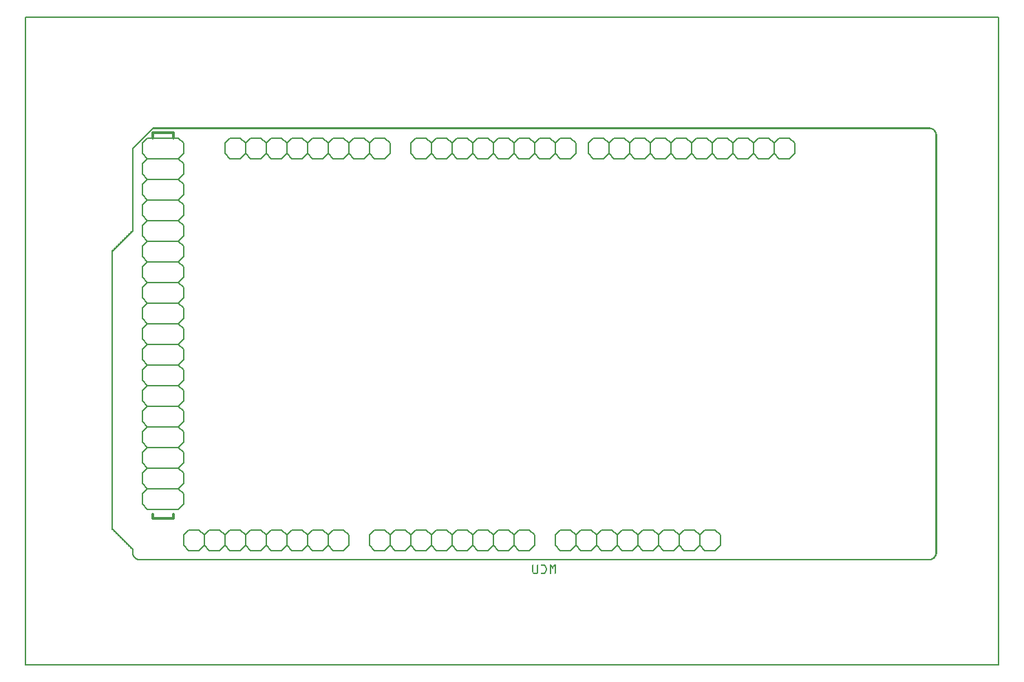
<source format=gbo>
G04 MADE WITH FRITZING*
G04 WWW.FRITZING.ORG*
G04 DOUBLE SIDED*
G04 HOLES PLATED*
G04 CONTOUR ON CENTER OF CONTOUR VECTOR*
%ASAXBY*%
%FSLAX23Y23*%
%MOIN*%
%OFA0B0*%
%SFA1.0B1.0*%
%ADD10R,4.724420X3.149610X4.708420X3.133610*%
%ADD11C,0.008000*%
%ADD12C,0.012000*%
%ADD13C,0.006000*%
%ADD14R,0.001000X0.001000*%
%LNSILK0*%
G90*
G70*
G54D11*
X4Y3146D02*
X4720Y3146D01*
X4720Y4D01*
X4Y4D01*
X4Y3146D01*
D02*
G54D12*
X721Y734D02*
X721Y714D01*
D02*
X721Y714D02*
X621Y714D01*
D02*
X621Y714D02*
X621Y734D01*
D02*
X721Y2559D02*
X721Y2584D01*
D02*
X721Y2584D02*
X621Y2584D01*
D02*
X621Y2584D02*
X621Y2559D01*
G54D13*
D02*
X946Y659D02*
X896Y659D01*
D02*
X896Y659D02*
X871Y634D01*
D02*
X871Y634D02*
X871Y584D01*
D02*
X871Y584D02*
X896Y559D01*
D02*
X1071Y634D02*
X1046Y659D01*
D02*
X1046Y659D02*
X996Y659D01*
D02*
X996Y659D02*
X971Y634D01*
D02*
X971Y634D02*
X971Y584D01*
D02*
X971Y584D02*
X996Y559D01*
D02*
X996Y559D02*
X1046Y559D01*
D02*
X1046Y559D02*
X1071Y584D01*
D02*
X946Y659D02*
X971Y634D01*
D02*
X971Y584D02*
X946Y559D01*
D02*
X896Y559D02*
X946Y559D01*
D02*
X1246Y659D02*
X1196Y659D01*
D02*
X1196Y659D02*
X1171Y634D01*
D02*
X1171Y634D02*
X1171Y584D01*
D02*
X1171Y584D02*
X1196Y559D01*
D02*
X1171Y634D02*
X1146Y659D01*
D02*
X1146Y659D02*
X1096Y659D01*
D02*
X1096Y659D02*
X1071Y634D01*
D02*
X1071Y634D02*
X1071Y584D01*
D02*
X1071Y584D02*
X1096Y559D01*
D02*
X1096Y559D02*
X1146Y559D01*
D02*
X1146Y559D02*
X1171Y584D01*
D02*
X1371Y634D02*
X1346Y659D01*
D02*
X1346Y659D02*
X1296Y659D01*
D02*
X1296Y659D02*
X1271Y634D01*
D02*
X1271Y634D02*
X1271Y584D01*
D02*
X1271Y584D02*
X1296Y559D01*
D02*
X1296Y559D02*
X1346Y559D01*
D02*
X1346Y559D02*
X1371Y584D01*
D02*
X1246Y659D02*
X1271Y634D01*
D02*
X1271Y584D02*
X1246Y559D01*
D02*
X1196Y559D02*
X1246Y559D01*
D02*
X1546Y659D02*
X1496Y659D01*
D02*
X1496Y659D02*
X1471Y634D01*
D02*
X1471Y634D02*
X1471Y584D01*
D02*
X1471Y584D02*
X1496Y559D01*
D02*
X1471Y634D02*
X1446Y659D01*
D02*
X1446Y659D02*
X1396Y659D01*
D02*
X1396Y659D02*
X1371Y634D01*
D02*
X1371Y634D02*
X1371Y584D01*
D02*
X1371Y584D02*
X1396Y559D01*
D02*
X1396Y559D02*
X1446Y559D01*
D02*
X1446Y559D02*
X1471Y584D01*
D02*
X1571Y634D02*
X1571Y584D01*
D02*
X1546Y659D02*
X1571Y634D01*
D02*
X1571Y584D02*
X1546Y559D01*
D02*
X1496Y559D02*
X1546Y559D01*
D02*
X846Y659D02*
X796Y659D01*
D02*
X796Y659D02*
X771Y634D01*
D02*
X771Y634D02*
X771Y584D01*
D02*
X771Y584D02*
X796Y559D01*
D02*
X846Y659D02*
X871Y634D01*
D02*
X871Y584D02*
X846Y559D01*
D02*
X796Y559D02*
X846Y559D01*
D02*
X1846Y659D02*
X1796Y659D01*
D02*
X1796Y659D02*
X1771Y634D01*
D02*
X1771Y634D02*
X1771Y584D01*
D02*
X1771Y584D02*
X1796Y559D01*
D02*
X1971Y634D02*
X1946Y659D01*
D02*
X1946Y659D02*
X1896Y659D01*
D02*
X1896Y659D02*
X1871Y634D01*
D02*
X1871Y634D02*
X1871Y584D01*
D02*
X1871Y584D02*
X1896Y559D01*
D02*
X1896Y559D02*
X1946Y559D01*
D02*
X1946Y559D02*
X1971Y584D01*
D02*
X1846Y659D02*
X1871Y634D01*
D02*
X1871Y584D02*
X1846Y559D01*
D02*
X1796Y559D02*
X1846Y559D01*
D02*
X2146Y659D02*
X2096Y659D01*
D02*
X2096Y659D02*
X2071Y634D01*
D02*
X2071Y634D02*
X2071Y584D01*
D02*
X2071Y584D02*
X2096Y559D01*
D02*
X2071Y634D02*
X2046Y659D01*
D02*
X2046Y659D02*
X1996Y659D01*
D02*
X1996Y659D02*
X1971Y634D01*
D02*
X1971Y634D02*
X1971Y584D01*
D02*
X1971Y584D02*
X1996Y559D01*
D02*
X1996Y559D02*
X2046Y559D01*
D02*
X2046Y559D02*
X2071Y584D01*
D02*
X2271Y634D02*
X2246Y659D01*
D02*
X2246Y659D02*
X2196Y659D01*
D02*
X2196Y659D02*
X2171Y634D01*
D02*
X2171Y634D02*
X2171Y584D01*
D02*
X2171Y584D02*
X2196Y559D01*
D02*
X2196Y559D02*
X2246Y559D01*
D02*
X2246Y559D02*
X2271Y584D01*
D02*
X2146Y659D02*
X2171Y634D01*
D02*
X2171Y584D02*
X2146Y559D01*
D02*
X2096Y559D02*
X2146Y559D01*
D02*
X2446Y659D02*
X2396Y659D01*
D02*
X2396Y659D02*
X2371Y634D01*
D02*
X2371Y634D02*
X2371Y584D01*
D02*
X2371Y584D02*
X2396Y559D01*
D02*
X2371Y634D02*
X2346Y659D01*
D02*
X2346Y659D02*
X2296Y659D01*
D02*
X2296Y659D02*
X2271Y634D01*
D02*
X2271Y634D02*
X2271Y584D01*
D02*
X2271Y584D02*
X2296Y559D01*
D02*
X2296Y559D02*
X2346Y559D01*
D02*
X2346Y559D02*
X2371Y584D01*
D02*
X2471Y634D02*
X2471Y584D01*
D02*
X2446Y659D02*
X2471Y634D01*
D02*
X2471Y584D02*
X2446Y559D01*
D02*
X2396Y559D02*
X2446Y559D01*
D02*
X1746Y659D02*
X1696Y659D01*
D02*
X1696Y659D02*
X1671Y634D01*
D02*
X1671Y634D02*
X1671Y584D01*
D02*
X1671Y584D02*
X1696Y559D01*
D02*
X1746Y659D02*
X1771Y634D01*
D02*
X1771Y584D02*
X1746Y559D01*
D02*
X1696Y559D02*
X1746Y559D01*
D02*
X1596Y2459D02*
X1646Y2459D01*
D02*
X1646Y2459D02*
X1671Y2484D01*
D02*
X1671Y2484D02*
X1671Y2534D01*
D02*
X1671Y2534D02*
X1646Y2559D01*
D02*
X1471Y2484D02*
X1496Y2459D01*
D02*
X1496Y2459D02*
X1546Y2459D01*
D02*
X1546Y2459D02*
X1571Y2484D01*
D02*
X1571Y2484D02*
X1571Y2534D01*
D02*
X1571Y2534D02*
X1546Y2559D01*
D02*
X1546Y2559D02*
X1496Y2559D01*
D02*
X1496Y2559D02*
X1471Y2534D01*
D02*
X1596Y2459D02*
X1571Y2484D01*
D02*
X1571Y2534D02*
X1596Y2559D01*
D02*
X1646Y2559D02*
X1596Y2559D01*
D02*
X1296Y2459D02*
X1346Y2459D01*
D02*
X1346Y2459D02*
X1371Y2484D01*
D02*
X1371Y2484D02*
X1371Y2534D01*
D02*
X1371Y2534D02*
X1346Y2559D01*
D02*
X1371Y2484D02*
X1396Y2459D01*
D02*
X1396Y2459D02*
X1446Y2459D01*
D02*
X1446Y2459D02*
X1471Y2484D01*
D02*
X1471Y2484D02*
X1471Y2534D01*
D02*
X1471Y2534D02*
X1446Y2559D01*
D02*
X1446Y2559D02*
X1396Y2559D01*
D02*
X1396Y2559D02*
X1371Y2534D01*
D02*
X1171Y2484D02*
X1196Y2459D01*
D02*
X1196Y2459D02*
X1246Y2459D01*
D02*
X1246Y2459D02*
X1271Y2484D01*
D02*
X1271Y2484D02*
X1271Y2534D01*
D02*
X1271Y2534D02*
X1246Y2559D01*
D02*
X1246Y2559D02*
X1196Y2559D01*
D02*
X1196Y2559D02*
X1171Y2534D01*
D02*
X1296Y2459D02*
X1271Y2484D01*
D02*
X1271Y2534D02*
X1296Y2559D01*
D02*
X1346Y2559D02*
X1296Y2559D01*
D02*
X996Y2459D02*
X1046Y2459D01*
D02*
X1046Y2459D02*
X1071Y2484D01*
D02*
X1071Y2484D02*
X1071Y2534D01*
D02*
X1071Y2534D02*
X1046Y2559D01*
D02*
X1071Y2484D02*
X1096Y2459D01*
D02*
X1096Y2459D02*
X1146Y2459D01*
D02*
X1146Y2459D02*
X1171Y2484D01*
D02*
X1171Y2484D02*
X1171Y2534D01*
D02*
X1171Y2534D02*
X1146Y2559D01*
D02*
X1146Y2559D02*
X1096Y2559D01*
D02*
X1096Y2559D02*
X1071Y2534D01*
D02*
X971Y2484D02*
X971Y2534D01*
D02*
X996Y2459D02*
X971Y2484D01*
D02*
X971Y2534D02*
X996Y2559D01*
D02*
X1046Y2559D02*
X996Y2559D01*
D02*
X1696Y2459D02*
X1746Y2459D01*
D02*
X1746Y2459D02*
X1771Y2484D01*
D02*
X1771Y2484D02*
X1771Y2534D01*
D02*
X1771Y2534D02*
X1746Y2559D01*
D02*
X1696Y2459D02*
X1671Y2484D01*
D02*
X1671Y2534D02*
X1696Y2559D01*
D02*
X1746Y2559D02*
X1696Y2559D01*
D02*
X2931Y2534D02*
X2906Y2559D01*
D02*
X2906Y2559D02*
X2856Y2559D01*
D02*
X2856Y2559D02*
X2831Y2534D01*
D02*
X2831Y2534D02*
X2831Y2484D01*
D02*
X2831Y2484D02*
X2856Y2459D01*
D02*
X2856Y2459D02*
X2906Y2459D01*
D02*
X2906Y2459D02*
X2931Y2484D01*
D02*
X3106Y2559D02*
X3056Y2559D01*
D02*
X3056Y2559D02*
X3031Y2534D01*
D02*
X3031Y2534D02*
X3031Y2484D01*
D02*
X3031Y2484D02*
X3056Y2459D01*
D02*
X3031Y2534D02*
X3006Y2559D01*
D02*
X3006Y2559D02*
X2956Y2559D01*
D02*
X2956Y2559D02*
X2931Y2534D01*
D02*
X2931Y2534D02*
X2931Y2484D01*
D02*
X2931Y2484D02*
X2956Y2459D01*
D02*
X2956Y2459D02*
X3006Y2459D01*
D02*
X3006Y2459D02*
X3031Y2484D01*
D02*
X3231Y2534D02*
X3206Y2559D01*
D02*
X3206Y2559D02*
X3156Y2559D01*
D02*
X3156Y2559D02*
X3131Y2534D01*
D02*
X3131Y2534D02*
X3131Y2484D01*
D02*
X3131Y2484D02*
X3156Y2459D01*
D02*
X3156Y2459D02*
X3206Y2459D01*
D02*
X3206Y2459D02*
X3231Y2484D01*
D02*
X3106Y2559D02*
X3131Y2534D01*
D02*
X3131Y2484D02*
X3106Y2459D01*
D02*
X3056Y2459D02*
X3106Y2459D01*
D02*
X3406Y2559D02*
X3356Y2559D01*
D02*
X3356Y2559D02*
X3331Y2534D01*
D02*
X3331Y2534D02*
X3331Y2484D01*
D02*
X3331Y2484D02*
X3356Y2459D01*
D02*
X3331Y2534D02*
X3306Y2559D01*
D02*
X3306Y2559D02*
X3256Y2559D01*
D02*
X3256Y2559D02*
X3231Y2534D01*
D02*
X3231Y2534D02*
X3231Y2484D01*
D02*
X3231Y2484D02*
X3256Y2459D01*
D02*
X3256Y2459D02*
X3306Y2459D01*
D02*
X3306Y2459D02*
X3331Y2484D01*
D02*
X3531Y2534D02*
X3506Y2559D01*
D02*
X3506Y2559D02*
X3456Y2559D01*
D02*
X3456Y2559D02*
X3431Y2534D01*
D02*
X3431Y2534D02*
X3431Y2484D01*
D02*
X3431Y2484D02*
X3456Y2459D01*
D02*
X3456Y2459D02*
X3506Y2459D01*
D02*
X3506Y2459D02*
X3531Y2484D01*
D02*
X3406Y2559D02*
X3431Y2534D01*
D02*
X3431Y2484D02*
X3406Y2459D01*
D02*
X3356Y2459D02*
X3406Y2459D01*
D02*
X3706Y2559D02*
X3656Y2559D01*
D02*
X3656Y2559D02*
X3631Y2534D01*
D02*
X3631Y2534D02*
X3631Y2484D01*
D02*
X3631Y2484D02*
X3656Y2459D01*
D02*
X3631Y2534D02*
X3606Y2559D01*
D02*
X3606Y2559D02*
X3556Y2559D01*
D02*
X3556Y2559D02*
X3531Y2534D01*
D02*
X3531Y2534D02*
X3531Y2484D01*
D02*
X3531Y2484D02*
X3556Y2459D01*
D02*
X3556Y2459D02*
X3606Y2459D01*
D02*
X3606Y2459D02*
X3631Y2484D01*
D02*
X3731Y2534D02*
X3731Y2484D01*
D02*
X3706Y2559D02*
X3731Y2534D01*
D02*
X3731Y2484D02*
X3706Y2459D01*
D02*
X3656Y2459D02*
X3706Y2459D01*
D02*
X2806Y2559D02*
X2756Y2559D01*
D02*
X2756Y2559D02*
X2731Y2534D01*
D02*
X2731Y2534D02*
X2731Y2484D01*
D02*
X2731Y2484D02*
X2756Y2459D01*
D02*
X2806Y2559D02*
X2831Y2534D01*
D02*
X2831Y2484D02*
X2806Y2459D01*
D02*
X2756Y2459D02*
X2806Y2459D01*
D02*
X2746Y659D02*
X2696Y659D01*
D02*
X2696Y659D02*
X2671Y634D01*
D02*
X2671Y634D02*
X2671Y584D01*
D02*
X2671Y584D02*
X2696Y559D01*
D02*
X2871Y634D02*
X2846Y659D01*
D02*
X2846Y659D02*
X2796Y659D01*
D02*
X2796Y659D02*
X2771Y634D01*
D02*
X2771Y634D02*
X2771Y584D01*
D02*
X2771Y584D02*
X2796Y559D01*
D02*
X2796Y559D02*
X2846Y559D01*
D02*
X2846Y559D02*
X2871Y584D01*
D02*
X2746Y659D02*
X2771Y634D01*
D02*
X2771Y584D02*
X2746Y559D01*
D02*
X2696Y559D02*
X2746Y559D01*
D02*
X3046Y659D02*
X2996Y659D01*
D02*
X2996Y659D02*
X2971Y634D01*
D02*
X2971Y634D02*
X2971Y584D01*
D02*
X2971Y584D02*
X2996Y559D01*
D02*
X2971Y634D02*
X2946Y659D01*
D02*
X2946Y659D02*
X2896Y659D01*
D02*
X2896Y659D02*
X2871Y634D01*
D02*
X2871Y634D02*
X2871Y584D01*
D02*
X2871Y584D02*
X2896Y559D01*
D02*
X2896Y559D02*
X2946Y559D01*
D02*
X2946Y559D02*
X2971Y584D01*
D02*
X3171Y634D02*
X3146Y659D01*
D02*
X3146Y659D02*
X3096Y659D01*
D02*
X3096Y659D02*
X3071Y634D01*
D02*
X3071Y634D02*
X3071Y584D01*
D02*
X3071Y584D02*
X3096Y559D01*
D02*
X3096Y559D02*
X3146Y559D01*
D02*
X3146Y559D02*
X3171Y584D01*
D02*
X3046Y659D02*
X3071Y634D01*
D02*
X3071Y584D02*
X3046Y559D01*
D02*
X2996Y559D02*
X3046Y559D01*
D02*
X3346Y659D02*
X3296Y659D01*
D02*
X3296Y659D02*
X3271Y634D01*
D02*
X3271Y634D02*
X3271Y584D01*
D02*
X3271Y584D02*
X3296Y559D01*
D02*
X3271Y634D02*
X3246Y659D01*
D02*
X3246Y659D02*
X3196Y659D01*
D02*
X3196Y659D02*
X3171Y634D01*
D02*
X3171Y634D02*
X3171Y584D01*
D02*
X3171Y584D02*
X3196Y559D01*
D02*
X3196Y559D02*
X3246Y559D01*
D02*
X3246Y559D02*
X3271Y584D01*
D02*
X3371Y634D02*
X3371Y584D01*
D02*
X3346Y659D02*
X3371Y634D01*
D02*
X3371Y584D02*
X3346Y559D01*
D02*
X3296Y559D02*
X3346Y559D01*
D02*
X2646Y659D02*
X2596Y659D01*
D02*
X2596Y659D02*
X2571Y634D01*
D02*
X2571Y634D02*
X2571Y584D01*
D02*
X2571Y584D02*
X2596Y559D01*
D02*
X2646Y659D02*
X2671Y634D01*
D02*
X2671Y584D02*
X2646Y559D01*
D02*
X2596Y559D02*
X2646Y559D01*
D02*
X2496Y2459D02*
X2546Y2459D01*
D02*
X2546Y2459D02*
X2571Y2484D01*
D02*
X2571Y2484D02*
X2571Y2534D01*
D02*
X2571Y2534D02*
X2546Y2559D01*
D02*
X2371Y2484D02*
X2396Y2459D01*
D02*
X2396Y2459D02*
X2446Y2459D01*
D02*
X2446Y2459D02*
X2471Y2484D01*
D02*
X2471Y2484D02*
X2471Y2534D01*
D02*
X2471Y2534D02*
X2446Y2559D01*
D02*
X2446Y2559D02*
X2396Y2559D01*
D02*
X2396Y2559D02*
X2371Y2534D01*
D02*
X2496Y2459D02*
X2471Y2484D01*
D02*
X2471Y2534D02*
X2496Y2559D01*
D02*
X2546Y2559D02*
X2496Y2559D01*
D02*
X2196Y2459D02*
X2246Y2459D01*
D02*
X2246Y2459D02*
X2271Y2484D01*
D02*
X2271Y2484D02*
X2271Y2534D01*
D02*
X2271Y2534D02*
X2246Y2559D01*
D02*
X2271Y2484D02*
X2296Y2459D01*
D02*
X2296Y2459D02*
X2346Y2459D01*
D02*
X2346Y2459D02*
X2371Y2484D01*
D02*
X2371Y2484D02*
X2371Y2534D01*
D02*
X2371Y2534D02*
X2346Y2559D01*
D02*
X2346Y2559D02*
X2296Y2559D01*
D02*
X2296Y2559D02*
X2271Y2534D01*
D02*
X2071Y2484D02*
X2096Y2459D01*
D02*
X2096Y2459D02*
X2146Y2459D01*
D02*
X2146Y2459D02*
X2171Y2484D01*
D02*
X2171Y2484D02*
X2171Y2534D01*
D02*
X2171Y2534D02*
X2146Y2559D01*
D02*
X2146Y2559D02*
X2096Y2559D01*
D02*
X2096Y2559D02*
X2071Y2534D01*
D02*
X2196Y2459D02*
X2171Y2484D01*
D02*
X2171Y2534D02*
X2196Y2559D01*
D02*
X2246Y2559D02*
X2196Y2559D01*
D02*
X1896Y2459D02*
X1946Y2459D01*
D02*
X1946Y2459D02*
X1971Y2484D01*
D02*
X1971Y2484D02*
X1971Y2534D01*
D02*
X1971Y2534D02*
X1946Y2559D01*
D02*
X1971Y2484D02*
X1996Y2459D01*
D02*
X1996Y2459D02*
X2046Y2459D01*
D02*
X2046Y2459D02*
X2071Y2484D01*
D02*
X2071Y2484D02*
X2071Y2534D01*
D02*
X2071Y2534D02*
X2046Y2559D01*
D02*
X2046Y2559D02*
X1996Y2559D01*
D02*
X1996Y2559D02*
X1971Y2534D01*
D02*
X1871Y2484D02*
X1871Y2534D01*
D02*
X1896Y2459D02*
X1871Y2484D01*
D02*
X1871Y2534D02*
X1896Y2559D01*
D02*
X1946Y2559D02*
X1896Y2559D01*
D02*
X2596Y2459D02*
X2646Y2459D01*
D02*
X2646Y2459D02*
X2671Y2484D01*
D02*
X2671Y2484D02*
X2671Y2534D01*
D02*
X2671Y2534D02*
X2646Y2559D01*
D02*
X2596Y2459D02*
X2571Y2484D01*
D02*
X2571Y2534D02*
X2596Y2559D01*
D02*
X2646Y2559D02*
X2596Y2559D01*
D02*
X746Y2559D02*
X771Y2534D01*
D02*
X771Y2534D02*
X771Y2484D01*
D02*
X771Y2484D02*
X746Y2459D01*
D02*
X746Y2459D02*
X771Y2434D01*
D02*
X771Y2434D02*
X771Y2384D01*
D02*
X771Y2384D02*
X746Y2359D01*
D02*
X746Y2359D02*
X771Y2334D01*
D02*
X771Y2334D02*
X771Y2284D01*
D02*
X771Y2284D02*
X746Y2259D01*
D02*
X746Y2259D02*
X771Y2234D01*
D02*
X771Y2234D02*
X771Y2184D01*
D02*
X771Y2184D02*
X746Y2159D01*
D02*
X746Y2159D02*
X771Y2134D01*
D02*
X771Y2134D02*
X771Y2084D01*
D02*
X771Y2084D02*
X746Y2059D01*
D02*
X746Y2059D02*
X771Y2034D01*
D02*
X771Y2034D02*
X771Y1984D01*
D02*
X771Y1984D02*
X746Y1959D01*
D02*
X746Y2559D02*
X596Y2559D01*
D02*
X596Y2559D02*
X571Y2534D01*
D02*
X571Y2534D02*
X571Y2484D01*
D02*
X571Y2484D02*
X596Y2459D01*
D02*
X596Y2459D02*
X571Y2434D01*
D02*
X571Y2434D02*
X571Y2384D01*
D02*
X571Y2384D02*
X596Y2359D01*
D02*
X596Y2359D02*
X571Y2334D01*
D02*
X571Y2334D02*
X571Y2284D01*
D02*
X571Y2284D02*
X596Y2259D01*
D02*
X596Y2259D02*
X571Y2234D01*
D02*
X571Y2234D02*
X571Y2184D01*
D02*
X571Y2184D02*
X596Y2159D01*
D02*
X596Y2159D02*
X571Y2134D01*
D02*
X571Y2134D02*
X571Y2084D01*
D02*
X571Y2084D02*
X596Y2059D01*
D02*
X596Y2059D02*
X571Y2034D01*
D02*
X571Y2034D02*
X571Y1984D01*
D02*
X571Y1984D02*
X596Y1959D01*
D02*
X596Y1959D02*
X571Y1934D01*
D02*
X571Y1934D02*
X571Y1884D01*
D02*
X571Y1884D02*
X596Y1859D01*
D02*
X596Y1859D02*
X571Y1834D01*
D02*
X571Y1834D02*
X571Y1784D01*
D02*
X571Y1784D02*
X596Y1759D01*
D02*
X596Y1759D02*
X571Y1734D01*
D02*
X571Y1734D02*
X571Y1684D01*
D02*
X571Y1684D02*
X596Y1659D01*
D02*
X596Y1659D02*
X571Y1634D01*
D02*
X571Y1634D02*
X571Y1584D01*
D02*
X571Y1584D02*
X596Y1559D01*
D02*
X596Y1559D02*
X571Y1534D01*
D02*
X571Y1534D02*
X571Y1484D01*
D02*
X571Y1484D02*
X596Y1459D01*
D02*
X596Y1459D02*
X571Y1434D01*
D02*
X571Y1434D02*
X571Y1384D01*
D02*
X596Y1359D02*
X571Y1384D01*
D02*
X596Y1359D02*
X571Y1334D01*
D02*
X571Y1284D02*
X571Y1334D01*
D02*
X571Y1284D02*
X596Y1259D01*
D02*
X596Y1259D02*
X571Y1234D01*
D02*
X571Y1184D02*
X571Y1234D01*
D02*
X571Y1184D02*
X596Y1159D01*
D02*
X596Y1159D02*
X571Y1134D01*
D02*
X571Y1084D02*
X571Y1134D01*
D02*
X571Y1084D02*
X596Y1059D01*
D02*
X596Y1059D02*
X571Y1034D01*
D02*
X571Y984D02*
X571Y1034D01*
D02*
X571Y984D02*
X596Y959D01*
D02*
X596Y959D02*
X571Y934D01*
D02*
X571Y884D02*
X571Y934D01*
D02*
X571Y884D02*
X596Y859D01*
D02*
X596Y859D02*
X571Y834D01*
D02*
X571Y784D02*
X571Y834D01*
D02*
X571Y784D02*
X596Y759D01*
D02*
X746Y759D02*
X771Y784D01*
D02*
X771Y784D02*
X771Y834D01*
D02*
X746Y859D02*
X771Y834D01*
D02*
X746Y859D02*
X771Y884D01*
D02*
X771Y884D02*
X771Y934D01*
D02*
X746Y959D02*
X771Y934D01*
D02*
X746Y959D02*
X771Y984D01*
D02*
X771Y1034D02*
X771Y984D01*
D02*
X771Y1034D02*
X746Y1059D01*
D02*
X746Y1059D02*
X771Y1084D01*
D02*
X771Y1134D02*
X771Y1084D01*
D02*
X771Y1134D02*
X746Y1159D01*
D02*
X746Y1159D02*
X771Y1184D01*
D02*
X771Y1184D02*
X771Y1234D01*
D02*
X746Y1259D02*
X771Y1234D01*
D02*
X746Y1259D02*
X771Y1284D01*
D02*
X771Y1284D02*
X771Y1334D01*
D02*
X746Y1359D02*
X771Y1334D01*
D02*
X746Y1359D02*
X771Y1384D01*
D02*
X771Y1384D02*
X771Y1434D01*
D02*
X746Y1459D02*
X771Y1434D01*
D02*
X746Y1459D02*
X771Y1484D01*
D02*
X771Y1484D02*
X771Y1534D01*
D02*
X746Y1559D02*
X771Y1534D01*
D02*
X746Y1559D02*
X771Y1584D01*
D02*
X771Y1584D02*
X771Y1634D01*
D02*
X746Y1659D02*
X771Y1634D01*
D02*
X746Y1659D02*
X771Y1684D01*
D02*
X771Y1684D02*
X771Y1734D01*
D02*
X746Y1759D02*
X771Y1734D01*
D02*
X746Y1759D02*
X771Y1784D01*
D02*
X771Y1784D02*
X771Y1834D01*
D02*
X746Y1859D02*
X771Y1834D01*
D02*
X746Y1859D02*
X771Y1884D01*
D02*
X771Y1884D02*
X771Y1934D01*
D02*
X746Y1959D02*
X771Y1934D01*
D02*
X596Y2459D02*
X746Y2459D01*
D02*
X596Y2359D02*
X746Y2359D01*
D02*
X596Y2259D02*
X746Y2259D01*
D02*
X596Y2159D02*
X746Y2159D01*
D02*
X596Y2059D02*
X746Y2059D01*
D02*
X596Y1959D02*
X746Y1959D01*
D02*
X596Y1859D02*
X746Y1859D01*
D02*
X596Y1759D02*
X746Y1759D01*
D02*
X596Y1659D02*
X746Y1659D01*
D02*
X596Y1559D02*
X746Y1559D01*
D02*
X596Y1459D02*
X746Y1459D01*
D02*
X596Y1359D02*
X746Y1359D01*
D02*
X596Y1259D02*
X746Y1259D01*
D02*
X596Y1159D02*
X746Y1159D01*
D02*
X596Y1059D02*
X746Y1059D01*
D02*
X596Y959D02*
X746Y959D01*
D02*
X596Y859D02*
X746Y859D01*
D02*
X596Y759D02*
X746Y759D01*
G54D14*
X623Y2610D02*
X4388Y2610D01*
X622Y2609D02*
X4392Y2609D01*
X621Y2608D02*
X4395Y2608D01*
X620Y2607D02*
X4397Y2607D01*
X619Y2606D02*
X4399Y2606D01*
X618Y2605D02*
X4401Y2605D01*
X617Y2604D02*
X4403Y2604D01*
X616Y2603D02*
X4404Y2603D01*
X615Y2602D02*
X625Y2602D01*
X4388Y2602D02*
X4406Y2602D01*
X614Y2601D02*
X624Y2601D01*
X4392Y2601D02*
X4407Y2601D01*
X613Y2600D02*
X623Y2600D01*
X4395Y2600D02*
X4408Y2600D01*
X612Y2599D02*
X622Y2599D01*
X4397Y2599D02*
X4409Y2599D01*
X611Y2598D02*
X621Y2598D01*
X4399Y2598D02*
X4410Y2598D01*
X610Y2597D02*
X620Y2597D01*
X4400Y2597D02*
X4411Y2597D01*
X609Y2596D02*
X619Y2596D01*
X4402Y2596D02*
X4412Y2596D01*
X608Y2595D02*
X618Y2595D01*
X4403Y2595D02*
X4413Y2595D01*
X607Y2594D02*
X617Y2594D01*
X4404Y2594D02*
X4413Y2594D01*
X606Y2593D02*
X616Y2593D01*
X4405Y2593D02*
X4414Y2593D01*
X605Y2592D02*
X615Y2592D01*
X4406Y2592D02*
X4415Y2592D01*
X604Y2591D02*
X614Y2591D01*
X4407Y2591D02*
X4415Y2591D01*
X603Y2590D02*
X613Y2590D01*
X4407Y2590D02*
X4416Y2590D01*
X602Y2589D02*
X612Y2589D01*
X4408Y2589D02*
X4416Y2589D01*
X601Y2588D02*
X611Y2588D01*
X4409Y2588D02*
X4417Y2588D01*
X600Y2587D02*
X610Y2587D01*
X4409Y2587D02*
X4417Y2587D01*
X599Y2586D02*
X609Y2586D01*
X4410Y2586D02*
X4418Y2586D01*
X598Y2585D02*
X608Y2585D01*
X4410Y2585D02*
X4418Y2585D01*
X597Y2584D02*
X607Y2584D01*
X4411Y2584D02*
X4418Y2584D01*
X596Y2583D02*
X606Y2583D01*
X4411Y2583D02*
X4419Y2583D01*
X595Y2582D02*
X605Y2582D01*
X4412Y2582D02*
X4419Y2582D01*
X594Y2581D02*
X604Y2581D01*
X4412Y2581D02*
X4419Y2581D01*
X593Y2580D02*
X603Y2580D01*
X4412Y2580D02*
X4419Y2580D01*
X592Y2579D02*
X602Y2579D01*
X4413Y2579D02*
X4420Y2579D01*
X591Y2578D02*
X601Y2578D01*
X4413Y2578D02*
X4420Y2578D01*
X590Y2577D02*
X600Y2577D01*
X4413Y2577D02*
X4420Y2577D01*
X589Y2576D02*
X599Y2576D01*
X4413Y2576D02*
X4420Y2576D01*
X588Y2575D02*
X598Y2575D01*
X4413Y2575D02*
X4420Y2575D01*
X587Y2574D02*
X597Y2574D01*
X4414Y2574D02*
X4420Y2574D01*
X586Y2573D02*
X596Y2573D01*
X4414Y2573D02*
X4420Y2573D01*
X585Y2572D02*
X595Y2572D01*
X4414Y2572D02*
X4421Y2572D01*
X584Y2571D02*
X594Y2571D01*
X4414Y2571D02*
X4421Y2571D01*
X583Y2570D02*
X593Y2570D01*
X4414Y2570D02*
X4421Y2570D01*
X582Y2569D02*
X592Y2569D01*
X4413Y2569D02*
X4420Y2569D01*
X581Y2568D02*
X591Y2568D01*
X4413Y2568D02*
X4420Y2568D01*
X580Y2567D02*
X590Y2567D01*
X4413Y2567D02*
X4421Y2567D01*
X579Y2566D02*
X589Y2566D01*
X4413Y2566D02*
X4420Y2566D01*
X578Y2565D02*
X588Y2565D01*
X4413Y2565D02*
X4420Y2565D01*
X577Y2564D02*
X587Y2564D01*
X4413Y2564D02*
X4420Y2564D01*
X576Y2563D02*
X586Y2563D01*
X4413Y2563D02*
X4420Y2563D01*
X575Y2562D02*
X585Y2562D01*
X4413Y2562D02*
X4420Y2562D01*
X574Y2561D02*
X584Y2561D01*
X4413Y2561D02*
X4420Y2561D01*
X573Y2560D02*
X583Y2560D01*
X4413Y2560D02*
X4420Y2560D01*
X572Y2559D02*
X582Y2559D01*
X4413Y2559D02*
X4420Y2559D01*
X571Y2558D02*
X581Y2558D01*
X4413Y2558D02*
X4420Y2558D01*
X570Y2557D02*
X580Y2557D01*
X4413Y2557D02*
X4420Y2557D01*
X569Y2556D02*
X579Y2556D01*
X4413Y2556D02*
X4420Y2556D01*
X568Y2555D02*
X578Y2555D01*
X4413Y2555D02*
X4420Y2555D01*
X567Y2554D02*
X577Y2554D01*
X4413Y2554D02*
X4420Y2554D01*
X566Y2553D02*
X576Y2553D01*
X4413Y2553D02*
X4420Y2553D01*
X565Y2552D02*
X575Y2552D01*
X4413Y2552D02*
X4420Y2552D01*
X564Y2551D02*
X574Y2551D01*
X4413Y2551D02*
X4420Y2551D01*
X563Y2550D02*
X573Y2550D01*
X4413Y2550D02*
X4420Y2550D01*
X562Y2549D02*
X572Y2549D01*
X4413Y2549D02*
X4420Y2549D01*
X561Y2548D02*
X571Y2548D01*
X4413Y2548D02*
X4420Y2548D01*
X560Y2547D02*
X570Y2547D01*
X4413Y2547D02*
X4420Y2547D01*
X559Y2546D02*
X569Y2546D01*
X4413Y2546D02*
X4420Y2546D01*
X558Y2545D02*
X568Y2545D01*
X4413Y2545D02*
X4420Y2545D01*
X557Y2544D02*
X567Y2544D01*
X4413Y2544D02*
X4420Y2544D01*
X556Y2543D02*
X566Y2543D01*
X4413Y2543D02*
X4420Y2543D01*
X555Y2542D02*
X565Y2542D01*
X4413Y2542D02*
X4420Y2542D01*
X554Y2541D02*
X564Y2541D01*
X4413Y2541D02*
X4420Y2541D01*
X553Y2540D02*
X563Y2540D01*
X4413Y2540D02*
X4420Y2540D01*
X552Y2539D02*
X562Y2539D01*
X4413Y2539D02*
X4420Y2539D01*
X551Y2538D02*
X561Y2538D01*
X4413Y2538D02*
X4420Y2538D01*
X550Y2537D02*
X560Y2537D01*
X4413Y2537D02*
X4420Y2537D01*
X549Y2536D02*
X559Y2536D01*
X4413Y2536D02*
X4420Y2536D01*
X548Y2535D02*
X558Y2535D01*
X4413Y2535D02*
X4420Y2535D01*
X547Y2534D02*
X557Y2534D01*
X4413Y2534D02*
X4420Y2534D01*
X546Y2533D02*
X556Y2533D01*
X4413Y2533D02*
X4420Y2533D01*
X545Y2532D02*
X555Y2532D01*
X4413Y2532D02*
X4420Y2532D01*
X544Y2531D02*
X554Y2531D01*
X4413Y2531D02*
X4420Y2531D01*
X543Y2530D02*
X553Y2530D01*
X4413Y2530D02*
X4420Y2530D01*
X542Y2529D02*
X552Y2529D01*
X4413Y2529D02*
X4420Y2529D01*
X541Y2528D02*
X551Y2528D01*
X4413Y2528D02*
X4420Y2528D01*
X540Y2527D02*
X550Y2527D01*
X4413Y2527D02*
X4420Y2527D01*
X539Y2526D02*
X549Y2526D01*
X4413Y2526D02*
X4420Y2526D01*
X538Y2525D02*
X548Y2525D01*
X4413Y2525D02*
X4420Y2525D01*
X537Y2524D02*
X547Y2524D01*
X4413Y2524D02*
X4420Y2524D01*
X536Y2523D02*
X546Y2523D01*
X4413Y2523D02*
X4420Y2523D01*
X535Y2522D02*
X545Y2522D01*
X4413Y2522D02*
X4420Y2522D01*
X534Y2521D02*
X544Y2521D01*
X4413Y2521D02*
X4420Y2521D01*
X533Y2520D02*
X543Y2520D01*
X4413Y2520D02*
X4420Y2520D01*
X532Y2519D02*
X542Y2519D01*
X4413Y2519D02*
X4420Y2519D01*
X531Y2518D02*
X541Y2518D01*
X4413Y2518D02*
X4420Y2518D01*
X530Y2517D02*
X540Y2517D01*
X4413Y2517D02*
X4420Y2517D01*
X529Y2516D02*
X539Y2516D01*
X4413Y2516D02*
X4420Y2516D01*
X528Y2515D02*
X538Y2515D01*
X4413Y2515D02*
X4420Y2515D01*
X527Y2514D02*
X537Y2514D01*
X4413Y2514D02*
X4420Y2514D01*
X526Y2513D02*
X536Y2513D01*
X4413Y2513D02*
X4420Y2513D01*
X525Y2512D02*
X535Y2512D01*
X4413Y2512D02*
X4420Y2512D01*
X524Y2511D02*
X534Y2511D01*
X4413Y2511D02*
X4420Y2511D01*
X523Y2510D02*
X533Y2510D01*
X4413Y2510D02*
X4420Y2510D01*
X522Y2509D02*
X532Y2509D01*
X4413Y2509D02*
X4420Y2509D01*
X521Y2508D02*
X531Y2508D01*
X4413Y2508D02*
X4420Y2508D01*
X521Y2507D02*
X530Y2507D01*
X4413Y2507D02*
X4420Y2507D01*
X521Y2506D02*
X529Y2506D01*
X4413Y2506D02*
X4420Y2506D01*
X521Y2505D02*
X528Y2505D01*
X4413Y2505D02*
X4420Y2505D01*
X521Y2504D02*
X528Y2504D01*
X4413Y2504D02*
X4420Y2504D01*
X521Y2503D02*
X528Y2503D01*
X4413Y2503D02*
X4420Y2503D01*
X521Y2502D02*
X528Y2502D01*
X4413Y2502D02*
X4420Y2502D01*
X521Y2501D02*
X528Y2501D01*
X4413Y2501D02*
X4420Y2501D01*
X521Y2500D02*
X528Y2500D01*
X4413Y2500D02*
X4420Y2500D01*
X521Y2499D02*
X528Y2499D01*
X4413Y2499D02*
X4420Y2499D01*
X521Y2498D02*
X528Y2498D01*
X4413Y2498D02*
X4420Y2498D01*
X521Y2497D02*
X528Y2497D01*
X4413Y2497D02*
X4420Y2497D01*
X521Y2496D02*
X528Y2496D01*
X4413Y2496D02*
X4420Y2496D01*
X521Y2495D02*
X528Y2495D01*
X4413Y2495D02*
X4420Y2495D01*
X521Y2494D02*
X528Y2494D01*
X4413Y2494D02*
X4420Y2494D01*
X521Y2493D02*
X528Y2493D01*
X4413Y2493D02*
X4420Y2493D01*
X521Y2492D02*
X528Y2492D01*
X4413Y2492D02*
X4420Y2492D01*
X521Y2491D02*
X528Y2491D01*
X4413Y2491D02*
X4420Y2491D01*
X521Y2490D02*
X528Y2490D01*
X4413Y2490D02*
X4420Y2490D01*
X521Y2489D02*
X528Y2489D01*
X4413Y2489D02*
X4420Y2489D01*
X521Y2488D02*
X528Y2488D01*
X4413Y2488D02*
X4420Y2488D01*
X521Y2487D02*
X528Y2487D01*
X4413Y2487D02*
X4420Y2487D01*
X521Y2486D02*
X528Y2486D01*
X4413Y2486D02*
X4420Y2486D01*
X521Y2485D02*
X528Y2485D01*
X4413Y2485D02*
X4420Y2485D01*
X521Y2484D02*
X528Y2484D01*
X4413Y2484D02*
X4420Y2484D01*
X521Y2483D02*
X528Y2483D01*
X4413Y2483D02*
X4420Y2483D01*
X521Y2482D02*
X528Y2482D01*
X4413Y2482D02*
X4420Y2482D01*
X521Y2481D02*
X528Y2481D01*
X4413Y2481D02*
X4420Y2481D01*
X521Y2480D02*
X528Y2480D01*
X4413Y2480D02*
X4420Y2480D01*
X521Y2479D02*
X528Y2479D01*
X4413Y2479D02*
X4420Y2479D01*
X521Y2478D02*
X528Y2478D01*
X4413Y2478D02*
X4420Y2478D01*
X521Y2477D02*
X528Y2477D01*
X4413Y2477D02*
X4420Y2477D01*
X521Y2476D02*
X528Y2476D01*
X4413Y2476D02*
X4420Y2476D01*
X521Y2475D02*
X528Y2475D01*
X4413Y2475D02*
X4420Y2475D01*
X521Y2474D02*
X528Y2474D01*
X4413Y2474D02*
X4420Y2474D01*
X521Y2473D02*
X528Y2473D01*
X4413Y2473D02*
X4420Y2473D01*
X521Y2472D02*
X528Y2472D01*
X4413Y2472D02*
X4420Y2472D01*
X521Y2471D02*
X528Y2471D01*
X4413Y2471D02*
X4420Y2471D01*
X521Y2470D02*
X528Y2470D01*
X4413Y2470D02*
X4420Y2470D01*
X521Y2469D02*
X528Y2469D01*
X4413Y2469D02*
X4420Y2469D01*
X521Y2468D02*
X528Y2468D01*
X4413Y2468D02*
X4420Y2468D01*
X521Y2467D02*
X528Y2467D01*
X4413Y2467D02*
X4420Y2467D01*
X521Y2466D02*
X528Y2466D01*
X4413Y2466D02*
X4420Y2466D01*
X521Y2465D02*
X528Y2465D01*
X4413Y2465D02*
X4420Y2465D01*
X521Y2464D02*
X528Y2464D01*
X4413Y2464D02*
X4420Y2464D01*
X521Y2463D02*
X528Y2463D01*
X4413Y2463D02*
X4420Y2463D01*
X521Y2462D02*
X528Y2462D01*
X4413Y2462D02*
X4420Y2462D01*
X521Y2461D02*
X528Y2461D01*
X4413Y2461D02*
X4420Y2461D01*
X521Y2460D02*
X528Y2460D01*
X4413Y2460D02*
X4420Y2460D01*
X521Y2459D02*
X528Y2459D01*
X4413Y2459D02*
X4420Y2459D01*
X521Y2458D02*
X528Y2458D01*
X4413Y2458D02*
X4420Y2458D01*
X521Y2457D02*
X528Y2457D01*
X4413Y2457D02*
X4420Y2457D01*
X521Y2456D02*
X528Y2456D01*
X4413Y2456D02*
X4420Y2456D01*
X521Y2455D02*
X528Y2455D01*
X4413Y2455D02*
X4420Y2455D01*
X521Y2454D02*
X528Y2454D01*
X4413Y2454D02*
X4420Y2454D01*
X521Y2453D02*
X528Y2453D01*
X4413Y2453D02*
X4420Y2453D01*
X521Y2452D02*
X528Y2452D01*
X4413Y2452D02*
X4420Y2452D01*
X521Y2451D02*
X528Y2451D01*
X4413Y2451D02*
X4420Y2451D01*
X521Y2450D02*
X528Y2450D01*
X4413Y2450D02*
X4420Y2450D01*
X521Y2449D02*
X528Y2449D01*
X4413Y2449D02*
X4420Y2449D01*
X521Y2448D02*
X528Y2448D01*
X4413Y2448D02*
X4420Y2448D01*
X521Y2447D02*
X528Y2447D01*
X4413Y2447D02*
X4420Y2447D01*
X521Y2446D02*
X528Y2446D01*
X4413Y2446D02*
X4420Y2446D01*
X521Y2445D02*
X528Y2445D01*
X4413Y2445D02*
X4420Y2445D01*
X521Y2444D02*
X528Y2444D01*
X4413Y2444D02*
X4420Y2444D01*
X521Y2443D02*
X528Y2443D01*
X4413Y2443D02*
X4420Y2443D01*
X521Y2442D02*
X528Y2442D01*
X4413Y2442D02*
X4420Y2442D01*
X521Y2441D02*
X528Y2441D01*
X4413Y2441D02*
X4420Y2441D01*
X521Y2440D02*
X528Y2440D01*
X4413Y2440D02*
X4420Y2440D01*
X521Y2439D02*
X528Y2439D01*
X4413Y2439D02*
X4420Y2439D01*
X521Y2438D02*
X528Y2438D01*
X4413Y2438D02*
X4420Y2438D01*
X521Y2437D02*
X528Y2437D01*
X4413Y2437D02*
X4420Y2437D01*
X521Y2436D02*
X528Y2436D01*
X4413Y2436D02*
X4420Y2436D01*
X521Y2435D02*
X528Y2435D01*
X4413Y2435D02*
X4420Y2435D01*
X521Y2434D02*
X528Y2434D01*
X4413Y2434D02*
X4420Y2434D01*
X521Y2433D02*
X528Y2433D01*
X4413Y2433D02*
X4420Y2433D01*
X521Y2432D02*
X528Y2432D01*
X4413Y2432D02*
X4420Y2432D01*
X521Y2431D02*
X528Y2431D01*
X4413Y2431D02*
X4420Y2431D01*
X521Y2430D02*
X528Y2430D01*
X4413Y2430D02*
X4420Y2430D01*
X521Y2429D02*
X528Y2429D01*
X4413Y2429D02*
X4420Y2429D01*
X521Y2428D02*
X528Y2428D01*
X4413Y2428D02*
X4420Y2428D01*
X521Y2427D02*
X528Y2427D01*
X4413Y2427D02*
X4420Y2427D01*
X521Y2426D02*
X528Y2426D01*
X4413Y2426D02*
X4420Y2426D01*
X521Y2425D02*
X528Y2425D01*
X4413Y2425D02*
X4420Y2425D01*
X521Y2424D02*
X528Y2424D01*
X4413Y2424D02*
X4420Y2424D01*
X521Y2423D02*
X528Y2423D01*
X4413Y2423D02*
X4420Y2423D01*
X521Y2422D02*
X528Y2422D01*
X4413Y2422D02*
X4420Y2422D01*
X521Y2421D02*
X528Y2421D01*
X4413Y2421D02*
X4420Y2421D01*
X521Y2420D02*
X528Y2420D01*
X4413Y2420D02*
X4420Y2420D01*
X521Y2419D02*
X528Y2419D01*
X4413Y2419D02*
X4420Y2419D01*
X521Y2418D02*
X528Y2418D01*
X4413Y2418D02*
X4420Y2418D01*
X521Y2417D02*
X528Y2417D01*
X4413Y2417D02*
X4420Y2417D01*
X521Y2416D02*
X528Y2416D01*
X4413Y2416D02*
X4420Y2416D01*
X521Y2415D02*
X528Y2415D01*
X4413Y2415D02*
X4420Y2415D01*
X521Y2414D02*
X528Y2414D01*
X4413Y2414D02*
X4420Y2414D01*
X521Y2413D02*
X528Y2413D01*
X4413Y2413D02*
X4420Y2413D01*
X521Y2412D02*
X528Y2412D01*
X4413Y2412D02*
X4420Y2412D01*
X521Y2411D02*
X528Y2411D01*
X4413Y2411D02*
X4420Y2411D01*
X521Y2410D02*
X528Y2410D01*
X4413Y2410D02*
X4420Y2410D01*
X521Y2409D02*
X528Y2409D01*
X4413Y2409D02*
X4420Y2409D01*
X521Y2408D02*
X528Y2408D01*
X4413Y2408D02*
X4420Y2408D01*
X521Y2407D02*
X528Y2407D01*
X4413Y2407D02*
X4420Y2407D01*
X521Y2406D02*
X528Y2406D01*
X4413Y2406D02*
X4420Y2406D01*
X521Y2405D02*
X528Y2405D01*
X4413Y2405D02*
X4420Y2405D01*
X521Y2404D02*
X528Y2404D01*
X4413Y2404D02*
X4420Y2404D01*
X521Y2403D02*
X528Y2403D01*
X4413Y2403D02*
X4420Y2403D01*
X521Y2402D02*
X528Y2402D01*
X4413Y2402D02*
X4420Y2402D01*
X521Y2401D02*
X528Y2401D01*
X4413Y2401D02*
X4420Y2401D01*
X521Y2400D02*
X528Y2400D01*
X4413Y2400D02*
X4420Y2400D01*
X521Y2399D02*
X528Y2399D01*
X4413Y2399D02*
X4420Y2399D01*
X521Y2398D02*
X528Y2398D01*
X4413Y2398D02*
X4420Y2398D01*
X521Y2397D02*
X528Y2397D01*
X4413Y2397D02*
X4420Y2397D01*
X521Y2396D02*
X528Y2396D01*
X4413Y2396D02*
X4420Y2396D01*
X521Y2395D02*
X528Y2395D01*
X4413Y2395D02*
X4420Y2395D01*
X521Y2394D02*
X528Y2394D01*
X4413Y2394D02*
X4420Y2394D01*
X521Y2393D02*
X528Y2393D01*
X4413Y2393D02*
X4420Y2393D01*
X521Y2392D02*
X528Y2392D01*
X4413Y2392D02*
X4420Y2392D01*
X521Y2391D02*
X528Y2391D01*
X4413Y2391D02*
X4420Y2391D01*
X521Y2390D02*
X528Y2390D01*
X4413Y2390D02*
X4420Y2390D01*
X521Y2389D02*
X528Y2389D01*
X4413Y2389D02*
X4420Y2389D01*
X521Y2388D02*
X528Y2388D01*
X4413Y2388D02*
X4420Y2388D01*
X521Y2387D02*
X528Y2387D01*
X4413Y2387D02*
X4420Y2387D01*
X521Y2386D02*
X528Y2386D01*
X4413Y2386D02*
X4420Y2386D01*
X521Y2385D02*
X528Y2385D01*
X4413Y2385D02*
X4420Y2385D01*
X521Y2384D02*
X528Y2384D01*
X4413Y2384D02*
X4420Y2384D01*
X521Y2383D02*
X528Y2383D01*
X4413Y2383D02*
X4420Y2383D01*
X521Y2382D02*
X528Y2382D01*
X4413Y2382D02*
X4420Y2382D01*
X521Y2381D02*
X528Y2381D01*
X4413Y2381D02*
X4420Y2381D01*
X521Y2380D02*
X528Y2380D01*
X4413Y2380D02*
X4420Y2380D01*
X521Y2379D02*
X528Y2379D01*
X4413Y2379D02*
X4420Y2379D01*
X521Y2378D02*
X528Y2378D01*
X4413Y2378D02*
X4420Y2378D01*
X521Y2377D02*
X528Y2377D01*
X4413Y2377D02*
X4420Y2377D01*
X521Y2376D02*
X528Y2376D01*
X4413Y2376D02*
X4420Y2376D01*
X521Y2375D02*
X528Y2375D01*
X4413Y2375D02*
X4420Y2375D01*
X521Y2374D02*
X528Y2374D01*
X4413Y2374D02*
X4420Y2374D01*
X521Y2373D02*
X528Y2373D01*
X4413Y2373D02*
X4420Y2373D01*
X521Y2372D02*
X528Y2372D01*
X4413Y2372D02*
X4420Y2372D01*
X521Y2371D02*
X528Y2371D01*
X4413Y2371D02*
X4420Y2371D01*
X521Y2370D02*
X528Y2370D01*
X4413Y2370D02*
X4420Y2370D01*
X521Y2369D02*
X528Y2369D01*
X4413Y2369D02*
X4420Y2369D01*
X521Y2368D02*
X528Y2368D01*
X4413Y2368D02*
X4420Y2368D01*
X521Y2367D02*
X528Y2367D01*
X4413Y2367D02*
X4420Y2367D01*
X521Y2366D02*
X528Y2366D01*
X4413Y2366D02*
X4420Y2366D01*
X521Y2365D02*
X528Y2365D01*
X4413Y2365D02*
X4420Y2365D01*
X521Y2364D02*
X528Y2364D01*
X4413Y2364D02*
X4420Y2364D01*
X521Y2363D02*
X528Y2363D01*
X4413Y2363D02*
X4420Y2363D01*
X521Y2362D02*
X528Y2362D01*
X4413Y2362D02*
X4420Y2362D01*
X521Y2361D02*
X528Y2361D01*
X4413Y2361D02*
X4420Y2361D01*
X521Y2360D02*
X528Y2360D01*
X4413Y2360D02*
X4420Y2360D01*
X521Y2359D02*
X528Y2359D01*
X4413Y2359D02*
X4420Y2359D01*
X521Y2358D02*
X528Y2358D01*
X4413Y2358D02*
X4420Y2358D01*
X521Y2357D02*
X528Y2357D01*
X4413Y2357D02*
X4420Y2357D01*
X521Y2356D02*
X528Y2356D01*
X4413Y2356D02*
X4420Y2356D01*
X521Y2355D02*
X528Y2355D01*
X4413Y2355D02*
X4420Y2355D01*
X521Y2354D02*
X528Y2354D01*
X4413Y2354D02*
X4420Y2354D01*
X521Y2353D02*
X528Y2353D01*
X4413Y2353D02*
X4420Y2353D01*
X521Y2352D02*
X528Y2352D01*
X4413Y2352D02*
X4420Y2352D01*
X521Y2351D02*
X528Y2351D01*
X4413Y2351D02*
X4420Y2351D01*
X521Y2350D02*
X528Y2350D01*
X4413Y2350D02*
X4420Y2350D01*
X521Y2349D02*
X528Y2349D01*
X4413Y2349D02*
X4420Y2349D01*
X521Y2348D02*
X528Y2348D01*
X4413Y2348D02*
X4420Y2348D01*
X521Y2347D02*
X528Y2347D01*
X4413Y2347D02*
X4420Y2347D01*
X521Y2346D02*
X528Y2346D01*
X4413Y2346D02*
X4420Y2346D01*
X521Y2345D02*
X528Y2345D01*
X4413Y2345D02*
X4420Y2345D01*
X521Y2344D02*
X528Y2344D01*
X4413Y2344D02*
X4420Y2344D01*
X521Y2343D02*
X528Y2343D01*
X4413Y2343D02*
X4420Y2343D01*
X521Y2342D02*
X528Y2342D01*
X4413Y2342D02*
X4420Y2342D01*
X521Y2341D02*
X528Y2341D01*
X4413Y2341D02*
X4420Y2341D01*
X521Y2340D02*
X528Y2340D01*
X4413Y2340D02*
X4420Y2340D01*
X521Y2339D02*
X528Y2339D01*
X4413Y2339D02*
X4420Y2339D01*
X521Y2338D02*
X528Y2338D01*
X4413Y2338D02*
X4420Y2338D01*
X521Y2337D02*
X528Y2337D01*
X4413Y2337D02*
X4420Y2337D01*
X521Y2336D02*
X528Y2336D01*
X4413Y2336D02*
X4420Y2336D01*
X521Y2335D02*
X528Y2335D01*
X4413Y2335D02*
X4420Y2335D01*
X521Y2334D02*
X528Y2334D01*
X4413Y2334D02*
X4420Y2334D01*
X521Y2333D02*
X528Y2333D01*
X4413Y2333D02*
X4420Y2333D01*
X521Y2332D02*
X528Y2332D01*
X4413Y2332D02*
X4420Y2332D01*
X521Y2331D02*
X528Y2331D01*
X4413Y2331D02*
X4420Y2331D01*
X521Y2330D02*
X528Y2330D01*
X4413Y2330D02*
X4420Y2330D01*
X521Y2329D02*
X528Y2329D01*
X4413Y2329D02*
X4420Y2329D01*
X521Y2328D02*
X528Y2328D01*
X4413Y2328D02*
X4420Y2328D01*
X521Y2327D02*
X528Y2327D01*
X4413Y2327D02*
X4420Y2327D01*
X521Y2326D02*
X528Y2326D01*
X4413Y2326D02*
X4420Y2326D01*
X521Y2325D02*
X528Y2325D01*
X4413Y2325D02*
X4420Y2325D01*
X521Y2324D02*
X528Y2324D01*
X4413Y2324D02*
X4420Y2324D01*
X521Y2323D02*
X528Y2323D01*
X4413Y2323D02*
X4420Y2323D01*
X521Y2322D02*
X528Y2322D01*
X4413Y2322D02*
X4420Y2322D01*
X521Y2321D02*
X528Y2321D01*
X4413Y2321D02*
X4420Y2321D01*
X521Y2320D02*
X528Y2320D01*
X4413Y2320D02*
X4420Y2320D01*
X521Y2319D02*
X528Y2319D01*
X4413Y2319D02*
X4420Y2319D01*
X521Y2318D02*
X528Y2318D01*
X4413Y2318D02*
X4420Y2318D01*
X521Y2317D02*
X528Y2317D01*
X4413Y2317D02*
X4420Y2317D01*
X521Y2316D02*
X528Y2316D01*
X4413Y2316D02*
X4420Y2316D01*
X521Y2315D02*
X528Y2315D01*
X4413Y2315D02*
X4420Y2315D01*
X521Y2314D02*
X528Y2314D01*
X4413Y2314D02*
X4420Y2314D01*
X521Y2313D02*
X528Y2313D01*
X4413Y2313D02*
X4420Y2313D01*
X521Y2312D02*
X528Y2312D01*
X4413Y2312D02*
X4420Y2312D01*
X521Y2311D02*
X528Y2311D01*
X4413Y2311D02*
X4420Y2311D01*
X521Y2310D02*
X528Y2310D01*
X4413Y2310D02*
X4420Y2310D01*
X521Y2309D02*
X528Y2309D01*
X4413Y2309D02*
X4420Y2309D01*
X521Y2308D02*
X528Y2308D01*
X4413Y2308D02*
X4420Y2308D01*
X521Y2307D02*
X528Y2307D01*
X4413Y2307D02*
X4420Y2307D01*
X521Y2306D02*
X528Y2306D01*
X4413Y2306D02*
X4420Y2306D01*
X521Y2305D02*
X528Y2305D01*
X4413Y2305D02*
X4420Y2305D01*
X521Y2304D02*
X528Y2304D01*
X4413Y2304D02*
X4420Y2304D01*
X521Y2303D02*
X528Y2303D01*
X4413Y2303D02*
X4420Y2303D01*
X521Y2302D02*
X528Y2302D01*
X4413Y2302D02*
X4420Y2302D01*
X521Y2301D02*
X528Y2301D01*
X4413Y2301D02*
X4420Y2301D01*
X521Y2300D02*
X528Y2300D01*
X4413Y2300D02*
X4420Y2300D01*
X521Y2299D02*
X528Y2299D01*
X4413Y2299D02*
X4420Y2299D01*
X521Y2298D02*
X528Y2298D01*
X4413Y2298D02*
X4420Y2298D01*
X521Y2297D02*
X528Y2297D01*
X4413Y2297D02*
X4420Y2297D01*
X521Y2296D02*
X528Y2296D01*
X4413Y2296D02*
X4420Y2296D01*
X521Y2295D02*
X528Y2295D01*
X4413Y2295D02*
X4420Y2295D01*
X521Y2294D02*
X528Y2294D01*
X4413Y2294D02*
X4420Y2294D01*
X521Y2293D02*
X528Y2293D01*
X4413Y2293D02*
X4420Y2293D01*
X521Y2292D02*
X528Y2292D01*
X4413Y2292D02*
X4420Y2292D01*
X521Y2291D02*
X528Y2291D01*
X4413Y2291D02*
X4420Y2291D01*
X521Y2290D02*
X528Y2290D01*
X4413Y2290D02*
X4420Y2290D01*
X521Y2289D02*
X528Y2289D01*
X4413Y2289D02*
X4420Y2289D01*
X521Y2288D02*
X528Y2288D01*
X4413Y2288D02*
X4420Y2288D01*
X521Y2287D02*
X528Y2287D01*
X4413Y2287D02*
X4420Y2287D01*
X521Y2286D02*
X528Y2286D01*
X4413Y2286D02*
X4420Y2286D01*
X521Y2285D02*
X528Y2285D01*
X4413Y2285D02*
X4420Y2285D01*
X521Y2284D02*
X528Y2284D01*
X4413Y2284D02*
X4420Y2284D01*
X521Y2283D02*
X528Y2283D01*
X4413Y2283D02*
X4420Y2283D01*
X521Y2282D02*
X528Y2282D01*
X4413Y2282D02*
X4420Y2282D01*
X521Y2281D02*
X528Y2281D01*
X4413Y2281D02*
X4420Y2281D01*
X521Y2280D02*
X528Y2280D01*
X4413Y2280D02*
X4420Y2280D01*
X521Y2279D02*
X528Y2279D01*
X4413Y2279D02*
X4420Y2279D01*
X521Y2278D02*
X528Y2278D01*
X4413Y2278D02*
X4420Y2278D01*
X521Y2277D02*
X528Y2277D01*
X4413Y2277D02*
X4420Y2277D01*
X521Y2276D02*
X528Y2276D01*
X4413Y2276D02*
X4420Y2276D01*
X521Y2275D02*
X528Y2275D01*
X4413Y2275D02*
X4420Y2275D01*
X521Y2274D02*
X528Y2274D01*
X4413Y2274D02*
X4420Y2274D01*
X521Y2273D02*
X528Y2273D01*
X4413Y2273D02*
X4420Y2273D01*
X521Y2272D02*
X528Y2272D01*
X4413Y2272D02*
X4420Y2272D01*
X521Y2271D02*
X528Y2271D01*
X4413Y2271D02*
X4420Y2271D01*
X521Y2270D02*
X528Y2270D01*
X4413Y2270D02*
X4420Y2270D01*
X521Y2269D02*
X528Y2269D01*
X4413Y2269D02*
X4420Y2269D01*
X521Y2268D02*
X528Y2268D01*
X4413Y2268D02*
X4420Y2268D01*
X521Y2267D02*
X528Y2267D01*
X4413Y2267D02*
X4420Y2267D01*
X521Y2266D02*
X528Y2266D01*
X4413Y2266D02*
X4420Y2266D01*
X521Y2265D02*
X528Y2265D01*
X4413Y2265D02*
X4420Y2265D01*
X521Y2264D02*
X528Y2264D01*
X4413Y2264D02*
X4420Y2264D01*
X521Y2263D02*
X528Y2263D01*
X4413Y2263D02*
X4420Y2263D01*
X521Y2262D02*
X528Y2262D01*
X4413Y2262D02*
X4420Y2262D01*
X521Y2261D02*
X528Y2261D01*
X4413Y2261D02*
X4420Y2261D01*
X521Y2260D02*
X528Y2260D01*
X4413Y2260D02*
X4420Y2260D01*
X521Y2259D02*
X528Y2259D01*
X4413Y2259D02*
X4420Y2259D01*
X521Y2258D02*
X528Y2258D01*
X4413Y2258D02*
X4420Y2258D01*
X521Y2257D02*
X528Y2257D01*
X4413Y2257D02*
X4420Y2257D01*
X521Y2256D02*
X528Y2256D01*
X4413Y2256D02*
X4420Y2256D01*
X521Y2255D02*
X528Y2255D01*
X4413Y2255D02*
X4420Y2255D01*
X521Y2254D02*
X528Y2254D01*
X4413Y2254D02*
X4420Y2254D01*
X521Y2253D02*
X528Y2253D01*
X4413Y2253D02*
X4420Y2253D01*
X521Y2252D02*
X528Y2252D01*
X4413Y2252D02*
X4420Y2252D01*
X521Y2251D02*
X528Y2251D01*
X4413Y2251D02*
X4420Y2251D01*
X521Y2250D02*
X528Y2250D01*
X4413Y2250D02*
X4420Y2250D01*
X521Y2249D02*
X528Y2249D01*
X4413Y2249D02*
X4420Y2249D01*
X521Y2248D02*
X528Y2248D01*
X4413Y2248D02*
X4420Y2248D01*
X521Y2247D02*
X528Y2247D01*
X4413Y2247D02*
X4420Y2247D01*
X521Y2246D02*
X528Y2246D01*
X4413Y2246D02*
X4420Y2246D01*
X521Y2245D02*
X528Y2245D01*
X4413Y2245D02*
X4420Y2245D01*
X521Y2244D02*
X528Y2244D01*
X4413Y2244D02*
X4420Y2244D01*
X521Y2243D02*
X528Y2243D01*
X4413Y2243D02*
X4420Y2243D01*
X521Y2242D02*
X528Y2242D01*
X4413Y2242D02*
X4420Y2242D01*
X521Y2241D02*
X528Y2241D01*
X4413Y2241D02*
X4420Y2241D01*
X521Y2240D02*
X528Y2240D01*
X4413Y2240D02*
X4420Y2240D01*
X521Y2239D02*
X528Y2239D01*
X4413Y2239D02*
X4420Y2239D01*
X521Y2238D02*
X528Y2238D01*
X4413Y2238D02*
X4420Y2238D01*
X521Y2237D02*
X528Y2237D01*
X4413Y2237D02*
X4420Y2237D01*
X521Y2236D02*
X528Y2236D01*
X4413Y2236D02*
X4420Y2236D01*
X521Y2235D02*
X528Y2235D01*
X4413Y2235D02*
X4420Y2235D01*
X521Y2234D02*
X528Y2234D01*
X4413Y2234D02*
X4420Y2234D01*
X521Y2233D02*
X528Y2233D01*
X4413Y2233D02*
X4420Y2233D01*
X521Y2232D02*
X528Y2232D01*
X4413Y2232D02*
X4420Y2232D01*
X521Y2231D02*
X528Y2231D01*
X4413Y2231D02*
X4420Y2231D01*
X521Y2230D02*
X528Y2230D01*
X4413Y2230D02*
X4420Y2230D01*
X521Y2229D02*
X528Y2229D01*
X4413Y2229D02*
X4420Y2229D01*
X521Y2228D02*
X528Y2228D01*
X4413Y2228D02*
X4420Y2228D01*
X521Y2227D02*
X528Y2227D01*
X4413Y2227D02*
X4420Y2227D01*
X521Y2226D02*
X528Y2226D01*
X4413Y2226D02*
X4420Y2226D01*
X521Y2225D02*
X528Y2225D01*
X4413Y2225D02*
X4420Y2225D01*
X521Y2224D02*
X528Y2224D01*
X4413Y2224D02*
X4420Y2224D01*
X521Y2223D02*
X528Y2223D01*
X4413Y2223D02*
X4420Y2223D01*
X521Y2222D02*
X528Y2222D01*
X4413Y2222D02*
X4420Y2222D01*
X521Y2221D02*
X528Y2221D01*
X4413Y2221D02*
X4420Y2221D01*
X521Y2220D02*
X528Y2220D01*
X4413Y2220D02*
X4420Y2220D01*
X521Y2219D02*
X528Y2219D01*
X4413Y2219D02*
X4420Y2219D01*
X521Y2218D02*
X528Y2218D01*
X4413Y2218D02*
X4420Y2218D01*
X521Y2217D02*
X528Y2217D01*
X4413Y2217D02*
X4420Y2217D01*
X521Y2216D02*
X528Y2216D01*
X4413Y2216D02*
X4420Y2216D01*
X521Y2215D02*
X528Y2215D01*
X4413Y2215D02*
X4420Y2215D01*
X521Y2214D02*
X528Y2214D01*
X4413Y2214D02*
X4420Y2214D01*
X521Y2213D02*
X528Y2213D01*
X4413Y2213D02*
X4420Y2213D01*
X521Y2212D02*
X528Y2212D01*
X4413Y2212D02*
X4420Y2212D01*
X521Y2211D02*
X528Y2211D01*
X4413Y2211D02*
X4420Y2211D01*
X521Y2210D02*
X528Y2210D01*
X4413Y2210D02*
X4420Y2210D01*
X521Y2209D02*
X528Y2209D01*
X4413Y2209D02*
X4420Y2209D01*
X521Y2208D02*
X528Y2208D01*
X4413Y2208D02*
X4420Y2208D01*
X521Y2207D02*
X528Y2207D01*
X4413Y2207D02*
X4420Y2207D01*
X521Y2206D02*
X528Y2206D01*
X4413Y2206D02*
X4420Y2206D01*
X521Y2205D02*
X528Y2205D01*
X4413Y2205D02*
X4420Y2205D01*
X521Y2204D02*
X528Y2204D01*
X4413Y2204D02*
X4420Y2204D01*
X521Y2203D02*
X528Y2203D01*
X4413Y2203D02*
X4420Y2203D01*
X521Y2202D02*
X528Y2202D01*
X4413Y2202D02*
X4420Y2202D01*
X521Y2201D02*
X528Y2201D01*
X4413Y2201D02*
X4420Y2201D01*
X521Y2200D02*
X528Y2200D01*
X4413Y2200D02*
X4420Y2200D01*
X521Y2199D02*
X528Y2199D01*
X4413Y2199D02*
X4420Y2199D01*
X521Y2198D02*
X528Y2198D01*
X4413Y2198D02*
X4420Y2198D01*
X521Y2197D02*
X528Y2197D01*
X4413Y2197D02*
X4420Y2197D01*
X521Y2196D02*
X528Y2196D01*
X4413Y2196D02*
X4420Y2196D01*
X521Y2195D02*
X528Y2195D01*
X4413Y2195D02*
X4420Y2195D01*
X521Y2194D02*
X528Y2194D01*
X4413Y2194D02*
X4420Y2194D01*
X521Y2193D02*
X528Y2193D01*
X4413Y2193D02*
X4420Y2193D01*
X521Y2192D02*
X528Y2192D01*
X4413Y2192D02*
X4420Y2192D01*
X521Y2191D02*
X528Y2191D01*
X4413Y2191D02*
X4420Y2191D01*
X521Y2190D02*
X528Y2190D01*
X4413Y2190D02*
X4420Y2190D01*
X521Y2189D02*
X528Y2189D01*
X4413Y2189D02*
X4420Y2189D01*
X521Y2188D02*
X528Y2188D01*
X4413Y2188D02*
X4420Y2188D01*
X521Y2187D02*
X528Y2187D01*
X4413Y2187D02*
X4420Y2187D01*
X521Y2186D02*
X528Y2186D01*
X4413Y2186D02*
X4420Y2186D01*
X521Y2185D02*
X528Y2185D01*
X4413Y2185D02*
X4420Y2185D01*
X521Y2184D02*
X528Y2184D01*
X4413Y2184D02*
X4420Y2184D01*
X521Y2183D02*
X528Y2183D01*
X4413Y2183D02*
X4420Y2183D01*
X521Y2182D02*
X528Y2182D01*
X4413Y2182D02*
X4420Y2182D01*
X521Y2181D02*
X528Y2181D01*
X4413Y2181D02*
X4420Y2181D01*
X521Y2180D02*
X528Y2180D01*
X4413Y2180D02*
X4420Y2180D01*
X521Y2179D02*
X528Y2179D01*
X4413Y2179D02*
X4420Y2179D01*
X521Y2178D02*
X528Y2178D01*
X4413Y2178D02*
X4420Y2178D01*
X521Y2177D02*
X528Y2177D01*
X4413Y2177D02*
X4420Y2177D01*
X521Y2176D02*
X528Y2176D01*
X4413Y2176D02*
X4420Y2176D01*
X521Y2175D02*
X528Y2175D01*
X4413Y2175D02*
X4420Y2175D01*
X521Y2174D02*
X528Y2174D01*
X4413Y2174D02*
X4420Y2174D01*
X521Y2173D02*
X528Y2173D01*
X4413Y2173D02*
X4420Y2173D01*
X521Y2172D02*
X528Y2172D01*
X4413Y2172D02*
X4420Y2172D01*
X521Y2171D02*
X528Y2171D01*
X4413Y2171D02*
X4420Y2171D01*
X521Y2170D02*
X528Y2170D01*
X4413Y2170D02*
X4420Y2170D01*
X521Y2169D02*
X528Y2169D01*
X4413Y2169D02*
X4420Y2169D01*
X521Y2168D02*
X528Y2168D01*
X4413Y2168D02*
X4420Y2168D01*
X521Y2167D02*
X528Y2167D01*
X4413Y2167D02*
X4420Y2167D01*
X521Y2166D02*
X528Y2166D01*
X4413Y2166D02*
X4420Y2166D01*
X521Y2165D02*
X528Y2165D01*
X4413Y2165D02*
X4420Y2165D01*
X521Y2164D02*
X528Y2164D01*
X4413Y2164D02*
X4420Y2164D01*
X521Y2163D02*
X528Y2163D01*
X4413Y2163D02*
X4420Y2163D01*
X521Y2162D02*
X528Y2162D01*
X4413Y2162D02*
X4420Y2162D01*
X521Y2161D02*
X528Y2161D01*
X4413Y2161D02*
X4420Y2161D01*
X521Y2160D02*
X528Y2160D01*
X4413Y2160D02*
X4420Y2160D01*
X521Y2159D02*
X528Y2159D01*
X4413Y2159D02*
X4420Y2159D01*
X521Y2158D02*
X528Y2158D01*
X4413Y2158D02*
X4420Y2158D01*
X521Y2157D02*
X528Y2157D01*
X4413Y2157D02*
X4420Y2157D01*
X521Y2156D02*
X528Y2156D01*
X4413Y2156D02*
X4420Y2156D01*
X521Y2155D02*
X528Y2155D01*
X4413Y2155D02*
X4420Y2155D01*
X521Y2154D02*
X528Y2154D01*
X4413Y2154D02*
X4420Y2154D01*
X521Y2153D02*
X528Y2153D01*
X4413Y2153D02*
X4420Y2153D01*
X521Y2152D02*
X528Y2152D01*
X4413Y2152D02*
X4420Y2152D01*
X521Y2151D02*
X528Y2151D01*
X4413Y2151D02*
X4420Y2151D01*
X521Y2150D02*
X528Y2150D01*
X4413Y2150D02*
X4420Y2150D01*
X521Y2149D02*
X528Y2149D01*
X4413Y2149D02*
X4420Y2149D01*
X521Y2148D02*
X528Y2148D01*
X4413Y2148D02*
X4420Y2148D01*
X521Y2147D02*
X528Y2147D01*
X4413Y2147D02*
X4420Y2147D01*
X521Y2146D02*
X528Y2146D01*
X4413Y2146D02*
X4420Y2146D01*
X521Y2145D02*
X528Y2145D01*
X4413Y2145D02*
X4420Y2145D01*
X521Y2144D02*
X528Y2144D01*
X4413Y2144D02*
X4420Y2144D01*
X521Y2143D02*
X528Y2143D01*
X4413Y2143D02*
X4420Y2143D01*
X521Y2142D02*
X528Y2142D01*
X4413Y2142D02*
X4420Y2142D01*
X521Y2141D02*
X528Y2141D01*
X4413Y2141D02*
X4420Y2141D01*
X521Y2140D02*
X528Y2140D01*
X4413Y2140D02*
X4420Y2140D01*
X521Y2139D02*
X528Y2139D01*
X4413Y2139D02*
X4420Y2139D01*
X521Y2138D02*
X528Y2138D01*
X4413Y2138D02*
X4420Y2138D01*
X521Y2137D02*
X528Y2137D01*
X4413Y2137D02*
X4420Y2137D01*
X521Y2136D02*
X528Y2136D01*
X4413Y2136D02*
X4420Y2136D01*
X521Y2135D02*
X528Y2135D01*
X4413Y2135D02*
X4420Y2135D01*
X521Y2134D02*
X528Y2134D01*
X4413Y2134D02*
X4420Y2134D01*
X521Y2133D02*
X528Y2133D01*
X4413Y2133D02*
X4420Y2133D01*
X521Y2132D02*
X528Y2132D01*
X4413Y2132D02*
X4420Y2132D01*
X521Y2131D02*
X528Y2131D01*
X4413Y2131D02*
X4420Y2131D01*
X521Y2130D02*
X528Y2130D01*
X4413Y2130D02*
X4420Y2130D01*
X521Y2129D02*
X528Y2129D01*
X4413Y2129D02*
X4420Y2129D01*
X521Y2128D02*
X528Y2128D01*
X4413Y2128D02*
X4420Y2128D01*
X521Y2127D02*
X528Y2127D01*
X4413Y2127D02*
X4420Y2127D01*
X521Y2126D02*
X528Y2126D01*
X4413Y2126D02*
X4420Y2126D01*
X521Y2125D02*
X528Y2125D01*
X4413Y2125D02*
X4420Y2125D01*
X521Y2124D02*
X528Y2124D01*
X4413Y2124D02*
X4420Y2124D01*
X521Y2123D02*
X528Y2123D01*
X4413Y2123D02*
X4420Y2123D01*
X521Y2122D02*
X528Y2122D01*
X4413Y2122D02*
X4420Y2122D01*
X521Y2121D02*
X528Y2121D01*
X4413Y2121D02*
X4420Y2121D01*
X521Y2120D02*
X528Y2120D01*
X4413Y2120D02*
X4420Y2120D01*
X521Y2119D02*
X528Y2119D01*
X4413Y2119D02*
X4420Y2119D01*
X521Y2118D02*
X528Y2118D01*
X4413Y2118D02*
X4420Y2118D01*
X521Y2117D02*
X528Y2117D01*
X4413Y2117D02*
X4420Y2117D01*
X521Y2116D02*
X528Y2116D01*
X4413Y2116D02*
X4420Y2116D01*
X521Y2115D02*
X528Y2115D01*
X4413Y2115D02*
X4420Y2115D01*
X521Y2114D02*
X528Y2114D01*
X4413Y2114D02*
X4420Y2114D01*
X521Y2113D02*
X528Y2113D01*
X4413Y2113D02*
X4420Y2113D01*
X521Y2112D02*
X528Y2112D01*
X4413Y2112D02*
X4420Y2112D01*
X521Y2111D02*
X528Y2111D01*
X4413Y2111D02*
X4420Y2111D01*
X521Y2110D02*
X528Y2110D01*
X4413Y2110D02*
X4420Y2110D01*
X520Y2109D02*
X528Y2109D01*
X4413Y2109D02*
X4420Y2109D01*
X519Y2108D02*
X528Y2108D01*
X4413Y2108D02*
X4420Y2108D01*
X518Y2107D02*
X528Y2107D01*
X4413Y2107D02*
X4420Y2107D01*
X517Y2106D02*
X527Y2106D01*
X4413Y2106D02*
X4420Y2106D01*
X516Y2105D02*
X526Y2105D01*
X4413Y2105D02*
X4420Y2105D01*
X515Y2104D02*
X525Y2104D01*
X4413Y2104D02*
X4420Y2104D01*
X514Y2103D02*
X524Y2103D01*
X4413Y2103D02*
X4420Y2103D01*
X513Y2102D02*
X523Y2102D01*
X4413Y2102D02*
X4420Y2102D01*
X512Y2101D02*
X522Y2101D01*
X4413Y2101D02*
X4420Y2101D01*
X511Y2100D02*
X521Y2100D01*
X4413Y2100D02*
X4420Y2100D01*
X510Y2099D02*
X520Y2099D01*
X4413Y2099D02*
X4420Y2099D01*
X509Y2098D02*
X519Y2098D01*
X4413Y2098D02*
X4420Y2098D01*
X508Y2097D02*
X518Y2097D01*
X4413Y2097D02*
X4420Y2097D01*
X507Y2096D02*
X517Y2096D01*
X4413Y2096D02*
X4420Y2096D01*
X506Y2095D02*
X516Y2095D01*
X4413Y2095D02*
X4420Y2095D01*
X505Y2094D02*
X515Y2094D01*
X4413Y2094D02*
X4420Y2094D01*
X504Y2093D02*
X514Y2093D01*
X4413Y2093D02*
X4420Y2093D01*
X503Y2092D02*
X513Y2092D01*
X4413Y2092D02*
X4420Y2092D01*
X502Y2091D02*
X512Y2091D01*
X4413Y2091D02*
X4420Y2091D01*
X501Y2090D02*
X511Y2090D01*
X4413Y2090D02*
X4420Y2090D01*
X500Y2089D02*
X510Y2089D01*
X4413Y2089D02*
X4420Y2089D01*
X499Y2088D02*
X509Y2088D01*
X4413Y2088D02*
X4420Y2088D01*
X498Y2087D02*
X508Y2087D01*
X4413Y2087D02*
X4420Y2087D01*
X497Y2086D02*
X507Y2086D01*
X4413Y2086D02*
X4420Y2086D01*
X496Y2085D02*
X506Y2085D01*
X4413Y2085D02*
X4420Y2085D01*
X495Y2084D02*
X505Y2084D01*
X4413Y2084D02*
X4420Y2084D01*
X494Y2083D02*
X504Y2083D01*
X4413Y2083D02*
X4420Y2083D01*
X493Y2082D02*
X503Y2082D01*
X4413Y2082D02*
X4420Y2082D01*
X492Y2081D02*
X502Y2081D01*
X4413Y2081D02*
X4420Y2081D01*
X491Y2080D02*
X501Y2080D01*
X4413Y2080D02*
X4420Y2080D01*
X490Y2079D02*
X500Y2079D01*
X4413Y2079D02*
X4420Y2079D01*
X489Y2078D02*
X499Y2078D01*
X4413Y2078D02*
X4420Y2078D01*
X488Y2077D02*
X498Y2077D01*
X4413Y2077D02*
X4420Y2077D01*
X487Y2076D02*
X497Y2076D01*
X4413Y2076D02*
X4420Y2076D01*
X486Y2075D02*
X496Y2075D01*
X4413Y2075D02*
X4420Y2075D01*
X485Y2074D02*
X495Y2074D01*
X4413Y2074D02*
X4420Y2074D01*
X484Y2073D02*
X494Y2073D01*
X4413Y2073D02*
X4420Y2073D01*
X483Y2072D02*
X493Y2072D01*
X4413Y2072D02*
X4420Y2072D01*
X482Y2071D02*
X492Y2071D01*
X4413Y2071D02*
X4420Y2071D01*
X481Y2070D02*
X491Y2070D01*
X4413Y2070D02*
X4420Y2070D01*
X480Y2069D02*
X490Y2069D01*
X4413Y2069D02*
X4420Y2069D01*
X479Y2068D02*
X489Y2068D01*
X4413Y2068D02*
X4420Y2068D01*
X478Y2067D02*
X488Y2067D01*
X4413Y2067D02*
X4420Y2067D01*
X477Y2066D02*
X487Y2066D01*
X4413Y2066D02*
X4420Y2066D01*
X476Y2065D02*
X486Y2065D01*
X4413Y2065D02*
X4420Y2065D01*
X475Y2064D02*
X485Y2064D01*
X4413Y2064D02*
X4420Y2064D01*
X474Y2063D02*
X484Y2063D01*
X4413Y2063D02*
X4420Y2063D01*
X473Y2062D02*
X483Y2062D01*
X4413Y2062D02*
X4420Y2062D01*
X472Y2061D02*
X482Y2061D01*
X4413Y2061D02*
X4420Y2061D01*
X471Y2060D02*
X481Y2060D01*
X4413Y2060D02*
X4420Y2060D01*
X470Y2059D02*
X480Y2059D01*
X4413Y2059D02*
X4420Y2059D01*
X469Y2058D02*
X479Y2058D01*
X4413Y2058D02*
X4420Y2058D01*
X468Y2057D02*
X478Y2057D01*
X4413Y2057D02*
X4420Y2057D01*
X467Y2056D02*
X477Y2056D01*
X4413Y2056D02*
X4420Y2056D01*
X466Y2055D02*
X476Y2055D01*
X4413Y2055D02*
X4420Y2055D01*
X465Y2054D02*
X475Y2054D01*
X4413Y2054D02*
X4420Y2054D01*
X464Y2053D02*
X474Y2053D01*
X4413Y2053D02*
X4420Y2053D01*
X463Y2052D02*
X473Y2052D01*
X4413Y2052D02*
X4420Y2052D01*
X462Y2051D02*
X472Y2051D01*
X4413Y2051D02*
X4420Y2051D01*
X461Y2050D02*
X471Y2050D01*
X4413Y2050D02*
X4420Y2050D01*
X460Y2049D02*
X470Y2049D01*
X4413Y2049D02*
X4420Y2049D01*
X459Y2048D02*
X469Y2048D01*
X4413Y2048D02*
X4420Y2048D01*
X458Y2047D02*
X468Y2047D01*
X4413Y2047D02*
X4420Y2047D01*
X457Y2046D02*
X467Y2046D01*
X4413Y2046D02*
X4420Y2046D01*
X456Y2045D02*
X466Y2045D01*
X4413Y2045D02*
X4420Y2045D01*
X455Y2044D02*
X465Y2044D01*
X4413Y2044D02*
X4420Y2044D01*
X454Y2043D02*
X464Y2043D01*
X4413Y2043D02*
X4420Y2043D01*
X453Y2042D02*
X463Y2042D01*
X4413Y2042D02*
X4420Y2042D01*
X452Y2041D02*
X462Y2041D01*
X4413Y2041D02*
X4420Y2041D01*
X451Y2040D02*
X461Y2040D01*
X4413Y2040D02*
X4420Y2040D01*
X450Y2039D02*
X460Y2039D01*
X4413Y2039D02*
X4420Y2039D01*
X449Y2038D02*
X459Y2038D01*
X4413Y2038D02*
X4420Y2038D01*
X448Y2037D02*
X458Y2037D01*
X4413Y2037D02*
X4420Y2037D01*
X447Y2036D02*
X457Y2036D01*
X4413Y2036D02*
X4420Y2036D01*
X446Y2035D02*
X456Y2035D01*
X4413Y2035D02*
X4420Y2035D01*
X445Y2034D02*
X455Y2034D01*
X4413Y2034D02*
X4420Y2034D01*
X444Y2033D02*
X454Y2033D01*
X4413Y2033D02*
X4420Y2033D01*
X443Y2032D02*
X453Y2032D01*
X4413Y2032D02*
X4420Y2032D01*
X442Y2031D02*
X452Y2031D01*
X4413Y2031D02*
X4420Y2031D01*
X441Y2030D02*
X451Y2030D01*
X4413Y2030D02*
X4420Y2030D01*
X440Y2029D02*
X450Y2029D01*
X4413Y2029D02*
X4420Y2029D01*
X439Y2028D02*
X449Y2028D01*
X4413Y2028D02*
X4420Y2028D01*
X438Y2027D02*
X448Y2027D01*
X4413Y2027D02*
X4420Y2027D01*
X437Y2026D02*
X447Y2026D01*
X4413Y2026D02*
X4420Y2026D01*
X436Y2025D02*
X446Y2025D01*
X4413Y2025D02*
X4420Y2025D01*
X435Y2024D02*
X445Y2024D01*
X4413Y2024D02*
X4420Y2024D01*
X434Y2023D02*
X444Y2023D01*
X4413Y2023D02*
X4420Y2023D01*
X433Y2022D02*
X443Y2022D01*
X4413Y2022D02*
X4420Y2022D01*
X432Y2021D02*
X442Y2021D01*
X4413Y2021D02*
X4420Y2021D01*
X431Y2020D02*
X441Y2020D01*
X4413Y2020D02*
X4420Y2020D01*
X430Y2019D02*
X440Y2019D01*
X4413Y2019D02*
X4420Y2019D01*
X429Y2018D02*
X439Y2018D01*
X4413Y2018D02*
X4420Y2018D01*
X428Y2017D02*
X438Y2017D01*
X4413Y2017D02*
X4420Y2017D01*
X427Y2016D02*
X437Y2016D01*
X4413Y2016D02*
X4420Y2016D01*
X426Y2015D02*
X436Y2015D01*
X4413Y2015D02*
X4420Y2015D01*
X425Y2014D02*
X435Y2014D01*
X4413Y2014D02*
X4420Y2014D01*
X424Y2013D02*
X434Y2013D01*
X4413Y2013D02*
X4420Y2013D01*
X423Y2012D02*
X433Y2012D01*
X4413Y2012D02*
X4420Y2012D01*
X422Y2011D02*
X432Y2011D01*
X4413Y2011D02*
X4420Y2011D01*
X421Y2010D02*
X431Y2010D01*
X4413Y2010D02*
X4420Y2010D01*
X421Y2009D02*
X430Y2009D01*
X4413Y2009D02*
X4420Y2009D01*
X421Y2008D02*
X429Y2008D01*
X4413Y2008D02*
X4420Y2008D01*
X421Y2007D02*
X428Y2007D01*
X4413Y2007D02*
X4420Y2007D01*
X421Y2006D02*
X428Y2006D01*
X4413Y2006D02*
X4420Y2006D01*
X421Y2005D02*
X428Y2005D01*
X4413Y2005D02*
X4420Y2005D01*
X421Y2004D02*
X428Y2004D01*
X4413Y2004D02*
X4420Y2004D01*
X421Y2003D02*
X428Y2003D01*
X4413Y2003D02*
X4420Y2003D01*
X421Y2002D02*
X428Y2002D01*
X4413Y2002D02*
X4420Y2002D01*
X421Y2001D02*
X428Y2001D01*
X4413Y2001D02*
X4420Y2001D01*
X421Y2000D02*
X428Y2000D01*
X4413Y2000D02*
X4420Y2000D01*
X421Y1999D02*
X428Y1999D01*
X4413Y1999D02*
X4420Y1999D01*
X421Y1998D02*
X428Y1998D01*
X4413Y1998D02*
X4420Y1998D01*
X421Y1997D02*
X428Y1997D01*
X4413Y1997D02*
X4420Y1997D01*
X421Y1996D02*
X428Y1996D01*
X4413Y1996D02*
X4420Y1996D01*
X421Y1995D02*
X428Y1995D01*
X4413Y1995D02*
X4420Y1995D01*
X421Y1994D02*
X428Y1994D01*
X4413Y1994D02*
X4420Y1994D01*
X421Y1993D02*
X428Y1993D01*
X4413Y1993D02*
X4420Y1993D01*
X421Y1992D02*
X428Y1992D01*
X4413Y1992D02*
X4420Y1992D01*
X421Y1991D02*
X428Y1991D01*
X4413Y1991D02*
X4420Y1991D01*
X421Y1990D02*
X428Y1990D01*
X4413Y1990D02*
X4420Y1990D01*
X421Y1989D02*
X428Y1989D01*
X4413Y1989D02*
X4420Y1989D01*
X421Y1988D02*
X428Y1988D01*
X4413Y1988D02*
X4420Y1988D01*
X421Y1987D02*
X428Y1987D01*
X4413Y1987D02*
X4420Y1987D01*
X421Y1986D02*
X428Y1986D01*
X4413Y1986D02*
X4420Y1986D01*
X421Y1985D02*
X428Y1985D01*
X4413Y1985D02*
X4420Y1985D01*
X421Y1984D02*
X428Y1984D01*
X4413Y1984D02*
X4420Y1984D01*
X421Y1983D02*
X428Y1983D01*
X4413Y1983D02*
X4420Y1983D01*
X421Y1982D02*
X428Y1982D01*
X4413Y1982D02*
X4420Y1982D01*
X421Y1981D02*
X428Y1981D01*
X4413Y1981D02*
X4420Y1981D01*
X421Y1980D02*
X428Y1980D01*
X4413Y1980D02*
X4420Y1980D01*
X421Y1979D02*
X428Y1979D01*
X4413Y1979D02*
X4420Y1979D01*
X421Y1978D02*
X428Y1978D01*
X4413Y1978D02*
X4420Y1978D01*
X421Y1977D02*
X428Y1977D01*
X4413Y1977D02*
X4420Y1977D01*
X421Y1976D02*
X428Y1976D01*
X4413Y1976D02*
X4420Y1976D01*
X421Y1975D02*
X428Y1975D01*
X4413Y1975D02*
X4420Y1975D01*
X421Y1974D02*
X428Y1974D01*
X4413Y1974D02*
X4420Y1974D01*
X421Y1973D02*
X428Y1973D01*
X4413Y1973D02*
X4420Y1973D01*
X421Y1972D02*
X428Y1972D01*
X4413Y1972D02*
X4420Y1972D01*
X421Y1971D02*
X428Y1971D01*
X4413Y1971D02*
X4420Y1971D01*
X421Y1970D02*
X428Y1970D01*
X4413Y1970D02*
X4420Y1970D01*
X421Y1969D02*
X428Y1969D01*
X4413Y1969D02*
X4420Y1969D01*
X421Y1968D02*
X428Y1968D01*
X4413Y1968D02*
X4420Y1968D01*
X421Y1967D02*
X428Y1967D01*
X4413Y1967D02*
X4420Y1967D01*
X421Y1966D02*
X428Y1966D01*
X4413Y1966D02*
X4420Y1966D01*
X421Y1965D02*
X428Y1965D01*
X4413Y1965D02*
X4420Y1965D01*
X421Y1964D02*
X428Y1964D01*
X4413Y1964D02*
X4420Y1964D01*
X421Y1963D02*
X428Y1963D01*
X4413Y1963D02*
X4420Y1963D01*
X421Y1962D02*
X428Y1962D01*
X4413Y1962D02*
X4420Y1962D01*
X421Y1961D02*
X428Y1961D01*
X4413Y1961D02*
X4420Y1961D01*
X421Y1960D02*
X428Y1960D01*
X4413Y1960D02*
X4420Y1960D01*
X421Y1959D02*
X428Y1959D01*
X4413Y1959D02*
X4420Y1959D01*
X421Y1958D02*
X428Y1958D01*
X4413Y1958D02*
X4420Y1958D01*
X421Y1957D02*
X428Y1957D01*
X4413Y1957D02*
X4420Y1957D01*
X421Y1956D02*
X428Y1956D01*
X4413Y1956D02*
X4420Y1956D01*
X421Y1955D02*
X428Y1955D01*
X4413Y1955D02*
X4420Y1955D01*
X421Y1954D02*
X428Y1954D01*
X4413Y1954D02*
X4420Y1954D01*
X421Y1953D02*
X428Y1953D01*
X4413Y1953D02*
X4420Y1953D01*
X421Y1952D02*
X428Y1952D01*
X4413Y1952D02*
X4420Y1952D01*
X421Y1951D02*
X428Y1951D01*
X4413Y1951D02*
X4420Y1951D01*
X421Y1950D02*
X428Y1950D01*
X4413Y1950D02*
X4420Y1950D01*
X421Y1949D02*
X428Y1949D01*
X4413Y1949D02*
X4420Y1949D01*
X421Y1948D02*
X428Y1948D01*
X4413Y1948D02*
X4420Y1948D01*
X421Y1947D02*
X428Y1947D01*
X4413Y1947D02*
X4420Y1947D01*
X421Y1946D02*
X428Y1946D01*
X4413Y1946D02*
X4420Y1946D01*
X421Y1945D02*
X428Y1945D01*
X4413Y1945D02*
X4420Y1945D01*
X421Y1944D02*
X428Y1944D01*
X4413Y1944D02*
X4420Y1944D01*
X421Y1943D02*
X428Y1943D01*
X4413Y1943D02*
X4420Y1943D01*
X421Y1942D02*
X428Y1942D01*
X4413Y1942D02*
X4420Y1942D01*
X421Y1941D02*
X428Y1941D01*
X4413Y1941D02*
X4420Y1941D01*
X421Y1940D02*
X428Y1940D01*
X4413Y1940D02*
X4420Y1940D01*
X421Y1939D02*
X428Y1939D01*
X4413Y1939D02*
X4420Y1939D01*
X421Y1938D02*
X428Y1938D01*
X4413Y1938D02*
X4420Y1938D01*
X421Y1937D02*
X428Y1937D01*
X4413Y1937D02*
X4420Y1937D01*
X421Y1936D02*
X428Y1936D01*
X4413Y1936D02*
X4420Y1936D01*
X421Y1935D02*
X428Y1935D01*
X4413Y1935D02*
X4420Y1935D01*
X421Y1934D02*
X428Y1934D01*
X4413Y1934D02*
X4420Y1934D01*
X421Y1933D02*
X428Y1933D01*
X4413Y1933D02*
X4420Y1933D01*
X421Y1932D02*
X428Y1932D01*
X4413Y1932D02*
X4420Y1932D01*
X421Y1931D02*
X428Y1931D01*
X4413Y1931D02*
X4420Y1931D01*
X421Y1930D02*
X428Y1930D01*
X4413Y1930D02*
X4420Y1930D01*
X421Y1929D02*
X428Y1929D01*
X4413Y1929D02*
X4420Y1929D01*
X421Y1928D02*
X428Y1928D01*
X4413Y1928D02*
X4420Y1928D01*
X421Y1927D02*
X428Y1927D01*
X4413Y1927D02*
X4420Y1927D01*
X421Y1926D02*
X428Y1926D01*
X4413Y1926D02*
X4420Y1926D01*
X421Y1925D02*
X428Y1925D01*
X4413Y1925D02*
X4420Y1925D01*
X421Y1924D02*
X428Y1924D01*
X4413Y1924D02*
X4420Y1924D01*
X421Y1923D02*
X428Y1923D01*
X4413Y1923D02*
X4420Y1923D01*
X421Y1922D02*
X428Y1922D01*
X4413Y1922D02*
X4420Y1922D01*
X421Y1921D02*
X428Y1921D01*
X4413Y1921D02*
X4420Y1921D01*
X421Y1920D02*
X428Y1920D01*
X4413Y1920D02*
X4420Y1920D01*
X421Y1919D02*
X428Y1919D01*
X4413Y1919D02*
X4420Y1919D01*
X421Y1918D02*
X428Y1918D01*
X4413Y1918D02*
X4420Y1918D01*
X421Y1917D02*
X428Y1917D01*
X4413Y1917D02*
X4420Y1917D01*
X421Y1916D02*
X428Y1916D01*
X4413Y1916D02*
X4420Y1916D01*
X421Y1915D02*
X428Y1915D01*
X4413Y1915D02*
X4420Y1915D01*
X421Y1914D02*
X428Y1914D01*
X4413Y1914D02*
X4420Y1914D01*
X421Y1913D02*
X428Y1913D01*
X4413Y1913D02*
X4420Y1913D01*
X421Y1912D02*
X428Y1912D01*
X4413Y1912D02*
X4420Y1912D01*
X421Y1911D02*
X428Y1911D01*
X4413Y1911D02*
X4420Y1911D01*
X421Y1910D02*
X428Y1910D01*
X4413Y1910D02*
X4420Y1910D01*
X421Y1909D02*
X428Y1909D01*
X4413Y1909D02*
X4420Y1909D01*
X421Y1908D02*
X428Y1908D01*
X4413Y1908D02*
X4420Y1908D01*
X421Y1907D02*
X428Y1907D01*
X4413Y1907D02*
X4420Y1907D01*
X421Y1906D02*
X428Y1906D01*
X4413Y1906D02*
X4420Y1906D01*
X421Y1905D02*
X428Y1905D01*
X4413Y1905D02*
X4420Y1905D01*
X421Y1904D02*
X428Y1904D01*
X4413Y1904D02*
X4420Y1904D01*
X421Y1903D02*
X428Y1903D01*
X4413Y1903D02*
X4420Y1903D01*
X421Y1902D02*
X428Y1902D01*
X4413Y1902D02*
X4420Y1902D01*
X421Y1901D02*
X428Y1901D01*
X4413Y1901D02*
X4420Y1901D01*
X421Y1900D02*
X428Y1900D01*
X4413Y1900D02*
X4420Y1900D01*
X421Y1899D02*
X428Y1899D01*
X4413Y1899D02*
X4420Y1899D01*
X421Y1898D02*
X428Y1898D01*
X4413Y1898D02*
X4420Y1898D01*
X421Y1897D02*
X428Y1897D01*
X4413Y1897D02*
X4420Y1897D01*
X421Y1896D02*
X428Y1896D01*
X4413Y1896D02*
X4420Y1896D01*
X421Y1895D02*
X428Y1895D01*
X4413Y1895D02*
X4420Y1895D01*
X421Y1894D02*
X428Y1894D01*
X4413Y1894D02*
X4420Y1894D01*
X421Y1893D02*
X428Y1893D01*
X4413Y1893D02*
X4420Y1893D01*
X421Y1892D02*
X428Y1892D01*
X4413Y1892D02*
X4420Y1892D01*
X421Y1891D02*
X428Y1891D01*
X4413Y1891D02*
X4420Y1891D01*
X421Y1890D02*
X428Y1890D01*
X4413Y1890D02*
X4420Y1890D01*
X421Y1889D02*
X428Y1889D01*
X4413Y1889D02*
X4420Y1889D01*
X421Y1888D02*
X428Y1888D01*
X4413Y1888D02*
X4420Y1888D01*
X421Y1887D02*
X428Y1887D01*
X4413Y1887D02*
X4420Y1887D01*
X421Y1886D02*
X428Y1886D01*
X4413Y1886D02*
X4420Y1886D01*
X421Y1885D02*
X428Y1885D01*
X4413Y1885D02*
X4420Y1885D01*
X421Y1884D02*
X428Y1884D01*
X4413Y1884D02*
X4420Y1884D01*
X421Y1883D02*
X428Y1883D01*
X4413Y1883D02*
X4420Y1883D01*
X421Y1882D02*
X428Y1882D01*
X4413Y1882D02*
X4420Y1882D01*
X421Y1881D02*
X428Y1881D01*
X4413Y1881D02*
X4420Y1881D01*
X421Y1880D02*
X428Y1880D01*
X4413Y1880D02*
X4420Y1880D01*
X421Y1879D02*
X428Y1879D01*
X4413Y1879D02*
X4420Y1879D01*
X421Y1878D02*
X428Y1878D01*
X4413Y1878D02*
X4420Y1878D01*
X421Y1877D02*
X428Y1877D01*
X4413Y1877D02*
X4420Y1877D01*
X421Y1876D02*
X428Y1876D01*
X4413Y1876D02*
X4420Y1876D01*
X421Y1875D02*
X428Y1875D01*
X4413Y1875D02*
X4420Y1875D01*
X421Y1874D02*
X428Y1874D01*
X4413Y1874D02*
X4420Y1874D01*
X421Y1873D02*
X428Y1873D01*
X4413Y1873D02*
X4420Y1873D01*
X421Y1872D02*
X428Y1872D01*
X4413Y1872D02*
X4420Y1872D01*
X421Y1871D02*
X428Y1871D01*
X4413Y1871D02*
X4420Y1871D01*
X421Y1870D02*
X428Y1870D01*
X4413Y1870D02*
X4420Y1870D01*
X421Y1869D02*
X428Y1869D01*
X4413Y1869D02*
X4420Y1869D01*
X421Y1868D02*
X428Y1868D01*
X4413Y1868D02*
X4420Y1868D01*
X421Y1867D02*
X428Y1867D01*
X4413Y1867D02*
X4420Y1867D01*
X421Y1866D02*
X428Y1866D01*
X4413Y1866D02*
X4420Y1866D01*
X421Y1865D02*
X428Y1865D01*
X4413Y1865D02*
X4420Y1865D01*
X421Y1864D02*
X428Y1864D01*
X4413Y1864D02*
X4420Y1864D01*
X421Y1863D02*
X428Y1863D01*
X4413Y1863D02*
X4420Y1863D01*
X421Y1862D02*
X428Y1862D01*
X4413Y1862D02*
X4420Y1862D01*
X421Y1861D02*
X428Y1861D01*
X4413Y1861D02*
X4420Y1861D01*
X421Y1860D02*
X428Y1860D01*
X4413Y1860D02*
X4420Y1860D01*
X421Y1859D02*
X428Y1859D01*
X4413Y1859D02*
X4420Y1859D01*
X421Y1858D02*
X428Y1858D01*
X4413Y1858D02*
X4420Y1858D01*
X421Y1857D02*
X428Y1857D01*
X4413Y1857D02*
X4420Y1857D01*
X421Y1856D02*
X428Y1856D01*
X4413Y1856D02*
X4420Y1856D01*
X421Y1855D02*
X428Y1855D01*
X4413Y1855D02*
X4420Y1855D01*
X421Y1854D02*
X428Y1854D01*
X4413Y1854D02*
X4420Y1854D01*
X421Y1853D02*
X428Y1853D01*
X4413Y1853D02*
X4420Y1853D01*
X421Y1852D02*
X428Y1852D01*
X4413Y1852D02*
X4420Y1852D01*
X421Y1851D02*
X428Y1851D01*
X4413Y1851D02*
X4420Y1851D01*
X421Y1850D02*
X428Y1850D01*
X4413Y1850D02*
X4420Y1850D01*
X421Y1849D02*
X428Y1849D01*
X4413Y1849D02*
X4420Y1849D01*
X421Y1848D02*
X428Y1848D01*
X4413Y1848D02*
X4420Y1848D01*
X421Y1847D02*
X428Y1847D01*
X4413Y1847D02*
X4420Y1847D01*
X421Y1846D02*
X428Y1846D01*
X4413Y1846D02*
X4420Y1846D01*
X421Y1845D02*
X428Y1845D01*
X4413Y1845D02*
X4420Y1845D01*
X421Y1844D02*
X428Y1844D01*
X4413Y1844D02*
X4420Y1844D01*
X421Y1843D02*
X428Y1843D01*
X4413Y1843D02*
X4420Y1843D01*
X421Y1842D02*
X428Y1842D01*
X4413Y1842D02*
X4420Y1842D01*
X421Y1841D02*
X428Y1841D01*
X4413Y1841D02*
X4420Y1841D01*
X421Y1840D02*
X428Y1840D01*
X4413Y1840D02*
X4420Y1840D01*
X421Y1839D02*
X428Y1839D01*
X4413Y1839D02*
X4420Y1839D01*
X421Y1838D02*
X428Y1838D01*
X4413Y1838D02*
X4420Y1838D01*
X421Y1837D02*
X428Y1837D01*
X4413Y1837D02*
X4420Y1837D01*
X421Y1836D02*
X428Y1836D01*
X4413Y1836D02*
X4420Y1836D01*
X421Y1835D02*
X428Y1835D01*
X4413Y1835D02*
X4420Y1835D01*
X421Y1834D02*
X428Y1834D01*
X4413Y1834D02*
X4420Y1834D01*
X421Y1833D02*
X428Y1833D01*
X4413Y1833D02*
X4420Y1833D01*
X421Y1832D02*
X428Y1832D01*
X4413Y1832D02*
X4420Y1832D01*
X421Y1831D02*
X428Y1831D01*
X4413Y1831D02*
X4420Y1831D01*
X421Y1830D02*
X428Y1830D01*
X4413Y1830D02*
X4420Y1830D01*
X421Y1829D02*
X428Y1829D01*
X4413Y1829D02*
X4420Y1829D01*
X421Y1828D02*
X428Y1828D01*
X4413Y1828D02*
X4420Y1828D01*
X421Y1827D02*
X428Y1827D01*
X4413Y1827D02*
X4420Y1827D01*
X421Y1826D02*
X428Y1826D01*
X4413Y1826D02*
X4420Y1826D01*
X421Y1825D02*
X428Y1825D01*
X4413Y1825D02*
X4420Y1825D01*
X421Y1824D02*
X428Y1824D01*
X4413Y1824D02*
X4420Y1824D01*
X421Y1823D02*
X428Y1823D01*
X4413Y1823D02*
X4420Y1823D01*
X421Y1822D02*
X428Y1822D01*
X4413Y1822D02*
X4420Y1822D01*
X421Y1821D02*
X428Y1821D01*
X4413Y1821D02*
X4420Y1821D01*
X421Y1820D02*
X428Y1820D01*
X4413Y1820D02*
X4420Y1820D01*
X421Y1819D02*
X428Y1819D01*
X4413Y1819D02*
X4420Y1819D01*
X421Y1818D02*
X428Y1818D01*
X4413Y1818D02*
X4420Y1818D01*
X421Y1817D02*
X428Y1817D01*
X4413Y1817D02*
X4420Y1817D01*
X421Y1816D02*
X428Y1816D01*
X4413Y1816D02*
X4420Y1816D01*
X421Y1815D02*
X428Y1815D01*
X4413Y1815D02*
X4420Y1815D01*
X421Y1814D02*
X428Y1814D01*
X4413Y1814D02*
X4420Y1814D01*
X421Y1813D02*
X428Y1813D01*
X4413Y1813D02*
X4420Y1813D01*
X421Y1812D02*
X428Y1812D01*
X4413Y1812D02*
X4420Y1812D01*
X421Y1811D02*
X428Y1811D01*
X4413Y1811D02*
X4420Y1811D01*
X421Y1810D02*
X428Y1810D01*
X4413Y1810D02*
X4420Y1810D01*
X421Y1809D02*
X428Y1809D01*
X4413Y1809D02*
X4420Y1809D01*
X421Y1808D02*
X428Y1808D01*
X4413Y1808D02*
X4420Y1808D01*
X421Y1807D02*
X428Y1807D01*
X4413Y1807D02*
X4420Y1807D01*
X421Y1806D02*
X428Y1806D01*
X4413Y1806D02*
X4420Y1806D01*
X421Y1805D02*
X428Y1805D01*
X4413Y1805D02*
X4420Y1805D01*
X421Y1804D02*
X428Y1804D01*
X4413Y1804D02*
X4420Y1804D01*
X421Y1803D02*
X428Y1803D01*
X4413Y1803D02*
X4420Y1803D01*
X421Y1802D02*
X428Y1802D01*
X4413Y1802D02*
X4420Y1802D01*
X421Y1801D02*
X428Y1801D01*
X4413Y1801D02*
X4420Y1801D01*
X421Y1800D02*
X428Y1800D01*
X4413Y1800D02*
X4420Y1800D01*
X421Y1799D02*
X428Y1799D01*
X4413Y1799D02*
X4420Y1799D01*
X421Y1798D02*
X428Y1798D01*
X4413Y1798D02*
X4420Y1798D01*
X421Y1797D02*
X428Y1797D01*
X4413Y1797D02*
X4420Y1797D01*
X421Y1796D02*
X428Y1796D01*
X4413Y1796D02*
X4420Y1796D01*
X421Y1795D02*
X428Y1795D01*
X4413Y1795D02*
X4420Y1795D01*
X421Y1794D02*
X428Y1794D01*
X4413Y1794D02*
X4420Y1794D01*
X421Y1793D02*
X428Y1793D01*
X4413Y1793D02*
X4420Y1793D01*
X421Y1792D02*
X428Y1792D01*
X4413Y1792D02*
X4420Y1792D01*
X421Y1791D02*
X428Y1791D01*
X4413Y1791D02*
X4420Y1791D01*
X421Y1790D02*
X428Y1790D01*
X4413Y1790D02*
X4420Y1790D01*
X421Y1789D02*
X428Y1789D01*
X4413Y1789D02*
X4420Y1789D01*
X421Y1788D02*
X428Y1788D01*
X4413Y1788D02*
X4420Y1788D01*
X421Y1787D02*
X428Y1787D01*
X4413Y1787D02*
X4420Y1787D01*
X421Y1786D02*
X428Y1786D01*
X4413Y1786D02*
X4420Y1786D01*
X421Y1785D02*
X428Y1785D01*
X4413Y1785D02*
X4420Y1785D01*
X421Y1784D02*
X428Y1784D01*
X4413Y1784D02*
X4420Y1784D01*
X421Y1783D02*
X428Y1783D01*
X4413Y1783D02*
X4420Y1783D01*
X421Y1782D02*
X428Y1782D01*
X4413Y1782D02*
X4420Y1782D01*
X421Y1781D02*
X428Y1781D01*
X4413Y1781D02*
X4420Y1781D01*
X421Y1780D02*
X428Y1780D01*
X4413Y1780D02*
X4420Y1780D01*
X421Y1779D02*
X428Y1779D01*
X4413Y1779D02*
X4420Y1779D01*
X421Y1778D02*
X428Y1778D01*
X4413Y1778D02*
X4420Y1778D01*
X421Y1777D02*
X428Y1777D01*
X4413Y1777D02*
X4420Y1777D01*
X421Y1776D02*
X428Y1776D01*
X4413Y1776D02*
X4420Y1776D01*
X421Y1775D02*
X428Y1775D01*
X4413Y1775D02*
X4420Y1775D01*
X421Y1774D02*
X428Y1774D01*
X4413Y1774D02*
X4420Y1774D01*
X421Y1773D02*
X428Y1773D01*
X4413Y1773D02*
X4420Y1773D01*
X421Y1772D02*
X428Y1772D01*
X4413Y1772D02*
X4420Y1772D01*
X421Y1771D02*
X428Y1771D01*
X4413Y1771D02*
X4420Y1771D01*
X421Y1770D02*
X428Y1770D01*
X4413Y1770D02*
X4420Y1770D01*
X421Y1769D02*
X428Y1769D01*
X4413Y1769D02*
X4420Y1769D01*
X421Y1768D02*
X428Y1768D01*
X4413Y1768D02*
X4420Y1768D01*
X421Y1767D02*
X428Y1767D01*
X4413Y1767D02*
X4420Y1767D01*
X421Y1766D02*
X428Y1766D01*
X4413Y1766D02*
X4420Y1766D01*
X421Y1765D02*
X428Y1765D01*
X4413Y1765D02*
X4420Y1765D01*
X421Y1764D02*
X428Y1764D01*
X4413Y1764D02*
X4420Y1764D01*
X421Y1763D02*
X428Y1763D01*
X4413Y1763D02*
X4420Y1763D01*
X421Y1762D02*
X428Y1762D01*
X4413Y1762D02*
X4420Y1762D01*
X421Y1761D02*
X428Y1761D01*
X4413Y1761D02*
X4420Y1761D01*
X421Y1760D02*
X428Y1760D01*
X4413Y1760D02*
X4420Y1760D01*
X421Y1759D02*
X428Y1759D01*
X4413Y1759D02*
X4420Y1759D01*
X421Y1758D02*
X428Y1758D01*
X4413Y1758D02*
X4420Y1758D01*
X421Y1757D02*
X428Y1757D01*
X4413Y1757D02*
X4420Y1757D01*
X421Y1756D02*
X428Y1756D01*
X4413Y1756D02*
X4420Y1756D01*
X421Y1755D02*
X428Y1755D01*
X4413Y1755D02*
X4420Y1755D01*
X421Y1754D02*
X428Y1754D01*
X4413Y1754D02*
X4420Y1754D01*
X421Y1753D02*
X428Y1753D01*
X4413Y1753D02*
X4420Y1753D01*
X421Y1752D02*
X428Y1752D01*
X4413Y1752D02*
X4420Y1752D01*
X421Y1751D02*
X428Y1751D01*
X4413Y1751D02*
X4420Y1751D01*
X421Y1750D02*
X428Y1750D01*
X4413Y1750D02*
X4420Y1750D01*
X421Y1749D02*
X428Y1749D01*
X4413Y1749D02*
X4420Y1749D01*
X421Y1748D02*
X428Y1748D01*
X4413Y1748D02*
X4420Y1748D01*
X421Y1747D02*
X428Y1747D01*
X4413Y1747D02*
X4420Y1747D01*
X421Y1746D02*
X428Y1746D01*
X4413Y1746D02*
X4420Y1746D01*
X421Y1745D02*
X428Y1745D01*
X4413Y1745D02*
X4420Y1745D01*
X421Y1744D02*
X428Y1744D01*
X4413Y1744D02*
X4420Y1744D01*
X421Y1743D02*
X428Y1743D01*
X4413Y1743D02*
X4420Y1743D01*
X421Y1742D02*
X428Y1742D01*
X4413Y1742D02*
X4420Y1742D01*
X421Y1741D02*
X428Y1741D01*
X4413Y1741D02*
X4420Y1741D01*
X421Y1740D02*
X428Y1740D01*
X4413Y1740D02*
X4420Y1740D01*
X421Y1739D02*
X428Y1739D01*
X4413Y1739D02*
X4420Y1739D01*
X421Y1738D02*
X428Y1738D01*
X4413Y1738D02*
X4420Y1738D01*
X421Y1737D02*
X428Y1737D01*
X4413Y1737D02*
X4420Y1737D01*
X421Y1736D02*
X428Y1736D01*
X4413Y1736D02*
X4420Y1736D01*
X421Y1735D02*
X428Y1735D01*
X4413Y1735D02*
X4420Y1735D01*
X421Y1734D02*
X428Y1734D01*
X4413Y1734D02*
X4420Y1734D01*
X421Y1733D02*
X428Y1733D01*
X4413Y1733D02*
X4420Y1733D01*
X421Y1732D02*
X428Y1732D01*
X4413Y1732D02*
X4420Y1732D01*
X421Y1731D02*
X428Y1731D01*
X4413Y1731D02*
X4420Y1731D01*
X421Y1730D02*
X428Y1730D01*
X4413Y1730D02*
X4420Y1730D01*
X421Y1729D02*
X428Y1729D01*
X4413Y1729D02*
X4420Y1729D01*
X421Y1728D02*
X428Y1728D01*
X4413Y1728D02*
X4420Y1728D01*
X421Y1727D02*
X428Y1727D01*
X4413Y1727D02*
X4420Y1727D01*
X421Y1726D02*
X428Y1726D01*
X4413Y1726D02*
X4420Y1726D01*
X421Y1725D02*
X428Y1725D01*
X4413Y1725D02*
X4420Y1725D01*
X421Y1724D02*
X428Y1724D01*
X4413Y1724D02*
X4420Y1724D01*
X421Y1723D02*
X428Y1723D01*
X4413Y1723D02*
X4420Y1723D01*
X421Y1722D02*
X428Y1722D01*
X4413Y1722D02*
X4420Y1722D01*
X421Y1721D02*
X428Y1721D01*
X4413Y1721D02*
X4420Y1721D01*
X421Y1720D02*
X428Y1720D01*
X4413Y1720D02*
X4420Y1720D01*
X421Y1719D02*
X428Y1719D01*
X4413Y1719D02*
X4420Y1719D01*
X421Y1718D02*
X428Y1718D01*
X4413Y1718D02*
X4420Y1718D01*
X421Y1717D02*
X428Y1717D01*
X4413Y1717D02*
X4420Y1717D01*
X421Y1716D02*
X428Y1716D01*
X4413Y1716D02*
X4420Y1716D01*
X421Y1715D02*
X428Y1715D01*
X4413Y1715D02*
X4420Y1715D01*
X421Y1714D02*
X428Y1714D01*
X4413Y1714D02*
X4420Y1714D01*
X421Y1713D02*
X428Y1713D01*
X4413Y1713D02*
X4420Y1713D01*
X421Y1712D02*
X428Y1712D01*
X4413Y1712D02*
X4420Y1712D01*
X421Y1711D02*
X428Y1711D01*
X4413Y1711D02*
X4420Y1711D01*
X421Y1710D02*
X428Y1710D01*
X4413Y1710D02*
X4420Y1710D01*
X421Y1709D02*
X428Y1709D01*
X4413Y1709D02*
X4420Y1709D01*
X421Y1708D02*
X428Y1708D01*
X4413Y1708D02*
X4420Y1708D01*
X421Y1707D02*
X428Y1707D01*
X4413Y1707D02*
X4420Y1707D01*
X421Y1706D02*
X428Y1706D01*
X4413Y1706D02*
X4420Y1706D01*
X421Y1705D02*
X428Y1705D01*
X4413Y1705D02*
X4420Y1705D01*
X421Y1704D02*
X428Y1704D01*
X4413Y1704D02*
X4420Y1704D01*
X421Y1703D02*
X428Y1703D01*
X4413Y1703D02*
X4420Y1703D01*
X421Y1702D02*
X428Y1702D01*
X4413Y1702D02*
X4420Y1702D01*
X421Y1701D02*
X428Y1701D01*
X4413Y1701D02*
X4420Y1701D01*
X421Y1700D02*
X428Y1700D01*
X4413Y1700D02*
X4420Y1700D01*
X421Y1699D02*
X428Y1699D01*
X4413Y1699D02*
X4420Y1699D01*
X421Y1698D02*
X428Y1698D01*
X4413Y1698D02*
X4420Y1698D01*
X421Y1697D02*
X428Y1697D01*
X4413Y1697D02*
X4420Y1697D01*
X421Y1696D02*
X428Y1696D01*
X4413Y1696D02*
X4420Y1696D01*
X421Y1695D02*
X428Y1695D01*
X4413Y1695D02*
X4420Y1695D01*
X421Y1694D02*
X428Y1694D01*
X4413Y1694D02*
X4420Y1694D01*
X421Y1693D02*
X428Y1693D01*
X4413Y1693D02*
X4420Y1693D01*
X421Y1692D02*
X428Y1692D01*
X4413Y1692D02*
X4420Y1692D01*
X421Y1691D02*
X428Y1691D01*
X4413Y1691D02*
X4420Y1691D01*
X421Y1690D02*
X428Y1690D01*
X4413Y1690D02*
X4420Y1690D01*
X421Y1689D02*
X428Y1689D01*
X4413Y1689D02*
X4420Y1689D01*
X421Y1688D02*
X428Y1688D01*
X4413Y1688D02*
X4420Y1688D01*
X421Y1687D02*
X428Y1687D01*
X4413Y1687D02*
X4420Y1687D01*
X421Y1686D02*
X428Y1686D01*
X4413Y1686D02*
X4420Y1686D01*
X421Y1685D02*
X428Y1685D01*
X4413Y1685D02*
X4420Y1685D01*
X421Y1684D02*
X428Y1684D01*
X4413Y1684D02*
X4420Y1684D01*
X421Y1683D02*
X428Y1683D01*
X4413Y1683D02*
X4420Y1683D01*
X421Y1682D02*
X428Y1682D01*
X4413Y1682D02*
X4420Y1682D01*
X421Y1681D02*
X428Y1681D01*
X4413Y1681D02*
X4420Y1681D01*
X421Y1680D02*
X428Y1680D01*
X4413Y1680D02*
X4420Y1680D01*
X421Y1679D02*
X428Y1679D01*
X4413Y1679D02*
X4420Y1679D01*
X421Y1678D02*
X428Y1678D01*
X4413Y1678D02*
X4420Y1678D01*
X421Y1677D02*
X428Y1677D01*
X4413Y1677D02*
X4420Y1677D01*
X421Y1676D02*
X428Y1676D01*
X4413Y1676D02*
X4420Y1676D01*
X421Y1675D02*
X428Y1675D01*
X4413Y1675D02*
X4420Y1675D01*
X421Y1674D02*
X428Y1674D01*
X4413Y1674D02*
X4420Y1674D01*
X421Y1673D02*
X428Y1673D01*
X4413Y1673D02*
X4420Y1673D01*
X421Y1672D02*
X428Y1672D01*
X4413Y1672D02*
X4420Y1672D01*
X421Y1671D02*
X428Y1671D01*
X4413Y1671D02*
X4420Y1671D01*
X421Y1670D02*
X428Y1670D01*
X4413Y1670D02*
X4420Y1670D01*
X421Y1669D02*
X428Y1669D01*
X4413Y1669D02*
X4420Y1669D01*
X421Y1668D02*
X428Y1668D01*
X4413Y1668D02*
X4420Y1668D01*
X421Y1667D02*
X428Y1667D01*
X4413Y1667D02*
X4420Y1667D01*
X421Y1666D02*
X428Y1666D01*
X4413Y1666D02*
X4420Y1666D01*
X421Y1665D02*
X428Y1665D01*
X4413Y1665D02*
X4420Y1665D01*
X421Y1664D02*
X428Y1664D01*
X4413Y1664D02*
X4420Y1664D01*
X421Y1663D02*
X428Y1663D01*
X4413Y1663D02*
X4420Y1663D01*
X421Y1662D02*
X428Y1662D01*
X4413Y1662D02*
X4420Y1662D01*
X421Y1661D02*
X428Y1661D01*
X4413Y1661D02*
X4420Y1661D01*
X421Y1660D02*
X428Y1660D01*
X4413Y1660D02*
X4420Y1660D01*
X421Y1659D02*
X428Y1659D01*
X4413Y1659D02*
X4420Y1659D01*
X421Y1658D02*
X428Y1658D01*
X4413Y1658D02*
X4420Y1658D01*
X421Y1657D02*
X428Y1657D01*
X4413Y1657D02*
X4420Y1657D01*
X421Y1656D02*
X428Y1656D01*
X4413Y1656D02*
X4420Y1656D01*
X421Y1655D02*
X428Y1655D01*
X4413Y1655D02*
X4420Y1655D01*
X421Y1654D02*
X428Y1654D01*
X4413Y1654D02*
X4420Y1654D01*
X421Y1653D02*
X428Y1653D01*
X4413Y1653D02*
X4420Y1653D01*
X421Y1652D02*
X428Y1652D01*
X4413Y1652D02*
X4420Y1652D01*
X421Y1651D02*
X428Y1651D01*
X4413Y1651D02*
X4420Y1651D01*
X421Y1650D02*
X428Y1650D01*
X4413Y1650D02*
X4420Y1650D01*
X421Y1649D02*
X428Y1649D01*
X4413Y1649D02*
X4420Y1649D01*
X421Y1648D02*
X428Y1648D01*
X4413Y1648D02*
X4420Y1648D01*
X421Y1647D02*
X428Y1647D01*
X4413Y1647D02*
X4420Y1647D01*
X421Y1646D02*
X428Y1646D01*
X4413Y1646D02*
X4420Y1646D01*
X421Y1645D02*
X428Y1645D01*
X4413Y1645D02*
X4420Y1645D01*
X421Y1644D02*
X428Y1644D01*
X4413Y1644D02*
X4420Y1644D01*
X421Y1643D02*
X428Y1643D01*
X4413Y1643D02*
X4420Y1643D01*
X421Y1642D02*
X428Y1642D01*
X4413Y1642D02*
X4420Y1642D01*
X421Y1641D02*
X428Y1641D01*
X4413Y1641D02*
X4420Y1641D01*
X421Y1640D02*
X428Y1640D01*
X4413Y1640D02*
X4420Y1640D01*
X421Y1639D02*
X428Y1639D01*
X4413Y1639D02*
X4420Y1639D01*
X421Y1638D02*
X428Y1638D01*
X4413Y1638D02*
X4420Y1638D01*
X421Y1637D02*
X428Y1637D01*
X4413Y1637D02*
X4420Y1637D01*
X421Y1636D02*
X428Y1636D01*
X4413Y1636D02*
X4420Y1636D01*
X421Y1635D02*
X428Y1635D01*
X4413Y1635D02*
X4420Y1635D01*
X421Y1634D02*
X428Y1634D01*
X4413Y1634D02*
X4420Y1634D01*
X421Y1633D02*
X428Y1633D01*
X4413Y1633D02*
X4420Y1633D01*
X421Y1632D02*
X428Y1632D01*
X4413Y1632D02*
X4420Y1632D01*
X421Y1631D02*
X428Y1631D01*
X4413Y1631D02*
X4420Y1631D01*
X421Y1630D02*
X428Y1630D01*
X4413Y1630D02*
X4420Y1630D01*
X421Y1629D02*
X428Y1629D01*
X4413Y1629D02*
X4420Y1629D01*
X421Y1628D02*
X428Y1628D01*
X4413Y1628D02*
X4420Y1628D01*
X421Y1627D02*
X428Y1627D01*
X4413Y1627D02*
X4420Y1627D01*
X421Y1626D02*
X428Y1626D01*
X4413Y1626D02*
X4420Y1626D01*
X421Y1625D02*
X428Y1625D01*
X4413Y1625D02*
X4420Y1625D01*
X421Y1624D02*
X428Y1624D01*
X4413Y1624D02*
X4420Y1624D01*
X421Y1623D02*
X428Y1623D01*
X4413Y1623D02*
X4420Y1623D01*
X421Y1622D02*
X428Y1622D01*
X4413Y1622D02*
X4420Y1622D01*
X421Y1621D02*
X428Y1621D01*
X4413Y1621D02*
X4420Y1621D01*
X421Y1620D02*
X428Y1620D01*
X4413Y1620D02*
X4420Y1620D01*
X421Y1619D02*
X428Y1619D01*
X4413Y1619D02*
X4420Y1619D01*
X421Y1618D02*
X428Y1618D01*
X4413Y1618D02*
X4420Y1618D01*
X421Y1617D02*
X428Y1617D01*
X4413Y1617D02*
X4420Y1617D01*
X421Y1616D02*
X428Y1616D01*
X4413Y1616D02*
X4420Y1616D01*
X421Y1615D02*
X428Y1615D01*
X4413Y1615D02*
X4420Y1615D01*
X421Y1614D02*
X428Y1614D01*
X4413Y1614D02*
X4420Y1614D01*
X421Y1613D02*
X428Y1613D01*
X4413Y1613D02*
X4420Y1613D01*
X421Y1612D02*
X428Y1612D01*
X4413Y1612D02*
X4420Y1612D01*
X421Y1611D02*
X428Y1611D01*
X4413Y1611D02*
X4420Y1611D01*
X421Y1610D02*
X428Y1610D01*
X4413Y1610D02*
X4420Y1610D01*
X421Y1609D02*
X428Y1609D01*
X4413Y1609D02*
X4420Y1609D01*
X421Y1608D02*
X428Y1608D01*
X4413Y1608D02*
X4420Y1608D01*
X421Y1607D02*
X428Y1607D01*
X4413Y1607D02*
X4420Y1607D01*
X421Y1606D02*
X428Y1606D01*
X4413Y1606D02*
X4420Y1606D01*
X421Y1605D02*
X428Y1605D01*
X4413Y1605D02*
X4420Y1605D01*
X421Y1604D02*
X428Y1604D01*
X4413Y1604D02*
X4420Y1604D01*
X421Y1603D02*
X428Y1603D01*
X4413Y1603D02*
X4420Y1603D01*
X421Y1602D02*
X428Y1602D01*
X4413Y1602D02*
X4420Y1602D01*
X421Y1601D02*
X428Y1601D01*
X4413Y1601D02*
X4420Y1601D01*
X421Y1600D02*
X428Y1600D01*
X4413Y1600D02*
X4420Y1600D01*
X421Y1599D02*
X428Y1599D01*
X4413Y1599D02*
X4420Y1599D01*
X421Y1598D02*
X428Y1598D01*
X4413Y1598D02*
X4420Y1598D01*
X421Y1597D02*
X428Y1597D01*
X4413Y1597D02*
X4420Y1597D01*
X421Y1596D02*
X428Y1596D01*
X4413Y1596D02*
X4420Y1596D01*
X421Y1595D02*
X428Y1595D01*
X4413Y1595D02*
X4420Y1595D01*
X421Y1594D02*
X428Y1594D01*
X4413Y1594D02*
X4420Y1594D01*
X421Y1593D02*
X428Y1593D01*
X4413Y1593D02*
X4420Y1593D01*
X421Y1592D02*
X428Y1592D01*
X4413Y1592D02*
X4420Y1592D01*
X421Y1591D02*
X428Y1591D01*
X4413Y1591D02*
X4420Y1591D01*
X421Y1590D02*
X428Y1590D01*
X4413Y1590D02*
X4420Y1590D01*
X421Y1589D02*
X428Y1589D01*
X4413Y1589D02*
X4420Y1589D01*
X421Y1588D02*
X428Y1588D01*
X4413Y1588D02*
X4420Y1588D01*
X421Y1587D02*
X428Y1587D01*
X4413Y1587D02*
X4420Y1587D01*
X421Y1586D02*
X428Y1586D01*
X4413Y1586D02*
X4420Y1586D01*
X421Y1585D02*
X428Y1585D01*
X4413Y1585D02*
X4420Y1585D01*
X421Y1584D02*
X428Y1584D01*
X4413Y1584D02*
X4420Y1584D01*
X421Y1583D02*
X428Y1583D01*
X4413Y1583D02*
X4420Y1583D01*
X421Y1582D02*
X428Y1582D01*
X4413Y1582D02*
X4420Y1582D01*
X421Y1581D02*
X428Y1581D01*
X4413Y1581D02*
X4420Y1581D01*
X421Y1580D02*
X428Y1580D01*
X4413Y1580D02*
X4420Y1580D01*
X421Y1579D02*
X428Y1579D01*
X4413Y1579D02*
X4420Y1579D01*
X421Y1578D02*
X428Y1578D01*
X4413Y1578D02*
X4420Y1578D01*
X421Y1577D02*
X428Y1577D01*
X4413Y1577D02*
X4420Y1577D01*
X421Y1576D02*
X428Y1576D01*
X4413Y1576D02*
X4420Y1576D01*
X421Y1575D02*
X428Y1575D01*
X4413Y1575D02*
X4420Y1575D01*
X421Y1574D02*
X428Y1574D01*
X4413Y1574D02*
X4420Y1574D01*
X421Y1573D02*
X428Y1573D01*
X4413Y1573D02*
X4420Y1573D01*
X421Y1572D02*
X428Y1572D01*
X4413Y1572D02*
X4420Y1572D01*
X421Y1571D02*
X428Y1571D01*
X4413Y1571D02*
X4420Y1571D01*
X421Y1570D02*
X428Y1570D01*
X4413Y1570D02*
X4420Y1570D01*
X421Y1569D02*
X428Y1569D01*
X4413Y1569D02*
X4420Y1569D01*
X421Y1568D02*
X428Y1568D01*
X4413Y1568D02*
X4420Y1568D01*
X421Y1567D02*
X428Y1567D01*
X4413Y1567D02*
X4420Y1567D01*
X421Y1566D02*
X428Y1566D01*
X4413Y1566D02*
X4420Y1566D01*
X421Y1565D02*
X428Y1565D01*
X4413Y1565D02*
X4420Y1565D01*
X421Y1564D02*
X428Y1564D01*
X4413Y1564D02*
X4420Y1564D01*
X421Y1563D02*
X428Y1563D01*
X4413Y1563D02*
X4420Y1563D01*
X421Y1562D02*
X428Y1562D01*
X4413Y1562D02*
X4420Y1562D01*
X421Y1561D02*
X428Y1561D01*
X4413Y1561D02*
X4420Y1561D01*
X421Y1560D02*
X428Y1560D01*
X4413Y1560D02*
X4420Y1560D01*
X421Y1559D02*
X428Y1559D01*
X4413Y1559D02*
X4420Y1559D01*
X421Y1558D02*
X428Y1558D01*
X4413Y1558D02*
X4420Y1558D01*
X421Y1557D02*
X428Y1557D01*
X4413Y1557D02*
X4420Y1557D01*
X421Y1556D02*
X428Y1556D01*
X4413Y1556D02*
X4420Y1556D01*
X421Y1555D02*
X428Y1555D01*
X4413Y1555D02*
X4420Y1555D01*
X421Y1554D02*
X428Y1554D01*
X4413Y1554D02*
X4420Y1554D01*
X421Y1553D02*
X428Y1553D01*
X4413Y1553D02*
X4420Y1553D01*
X421Y1552D02*
X428Y1552D01*
X4413Y1552D02*
X4420Y1552D01*
X421Y1551D02*
X428Y1551D01*
X4413Y1551D02*
X4420Y1551D01*
X421Y1550D02*
X428Y1550D01*
X4413Y1550D02*
X4420Y1550D01*
X421Y1549D02*
X428Y1549D01*
X4413Y1549D02*
X4420Y1549D01*
X421Y1548D02*
X428Y1548D01*
X4413Y1548D02*
X4420Y1548D01*
X421Y1547D02*
X428Y1547D01*
X4413Y1547D02*
X4420Y1547D01*
X421Y1546D02*
X428Y1546D01*
X4413Y1546D02*
X4420Y1546D01*
X421Y1545D02*
X428Y1545D01*
X4413Y1545D02*
X4420Y1545D01*
X421Y1544D02*
X428Y1544D01*
X4413Y1544D02*
X4420Y1544D01*
X421Y1543D02*
X428Y1543D01*
X4413Y1543D02*
X4420Y1543D01*
X421Y1542D02*
X428Y1542D01*
X4413Y1542D02*
X4420Y1542D01*
X421Y1541D02*
X428Y1541D01*
X4413Y1541D02*
X4420Y1541D01*
X421Y1540D02*
X428Y1540D01*
X4413Y1540D02*
X4420Y1540D01*
X421Y1539D02*
X428Y1539D01*
X4413Y1539D02*
X4420Y1539D01*
X421Y1538D02*
X428Y1538D01*
X4413Y1538D02*
X4420Y1538D01*
X421Y1537D02*
X428Y1537D01*
X4413Y1537D02*
X4420Y1537D01*
X421Y1536D02*
X428Y1536D01*
X4413Y1536D02*
X4420Y1536D01*
X421Y1535D02*
X428Y1535D01*
X4413Y1535D02*
X4420Y1535D01*
X421Y1534D02*
X428Y1534D01*
X4413Y1534D02*
X4420Y1534D01*
X421Y1533D02*
X428Y1533D01*
X4413Y1533D02*
X4420Y1533D01*
X421Y1532D02*
X428Y1532D01*
X4413Y1532D02*
X4420Y1532D01*
X421Y1531D02*
X428Y1531D01*
X4413Y1531D02*
X4420Y1531D01*
X421Y1530D02*
X428Y1530D01*
X4413Y1530D02*
X4420Y1530D01*
X421Y1529D02*
X428Y1529D01*
X4413Y1529D02*
X4420Y1529D01*
X421Y1528D02*
X428Y1528D01*
X4413Y1528D02*
X4420Y1528D01*
X421Y1527D02*
X428Y1527D01*
X4413Y1527D02*
X4420Y1527D01*
X421Y1526D02*
X428Y1526D01*
X4413Y1526D02*
X4420Y1526D01*
X421Y1525D02*
X428Y1525D01*
X4413Y1525D02*
X4420Y1525D01*
X421Y1524D02*
X428Y1524D01*
X4413Y1524D02*
X4420Y1524D01*
X421Y1523D02*
X428Y1523D01*
X4413Y1523D02*
X4420Y1523D01*
X421Y1522D02*
X428Y1522D01*
X4413Y1522D02*
X4420Y1522D01*
X421Y1521D02*
X428Y1521D01*
X4413Y1521D02*
X4420Y1521D01*
X421Y1520D02*
X428Y1520D01*
X4413Y1520D02*
X4420Y1520D01*
X421Y1519D02*
X428Y1519D01*
X4413Y1519D02*
X4420Y1519D01*
X421Y1518D02*
X428Y1518D01*
X4413Y1518D02*
X4420Y1518D01*
X421Y1517D02*
X428Y1517D01*
X4413Y1517D02*
X4420Y1517D01*
X421Y1516D02*
X428Y1516D01*
X4413Y1516D02*
X4420Y1516D01*
X421Y1515D02*
X428Y1515D01*
X4413Y1515D02*
X4420Y1515D01*
X421Y1514D02*
X428Y1514D01*
X4413Y1514D02*
X4420Y1514D01*
X421Y1513D02*
X428Y1513D01*
X4413Y1513D02*
X4420Y1513D01*
X421Y1512D02*
X428Y1512D01*
X4413Y1512D02*
X4420Y1512D01*
X421Y1511D02*
X428Y1511D01*
X4413Y1511D02*
X4420Y1511D01*
X421Y1510D02*
X428Y1510D01*
X4413Y1510D02*
X4420Y1510D01*
X421Y1509D02*
X428Y1509D01*
X4413Y1509D02*
X4420Y1509D01*
X421Y1508D02*
X428Y1508D01*
X4413Y1508D02*
X4420Y1508D01*
X421Y1507D02*
X428Y1507D01*
X4413Y1507D02*
X4420Y1507D01*
X421Y1506D02*
X428Y1506D01*
X4413Y1506D02*
X4420Y1506D01*
X421Y1505D02*
X428Y1505D01*
X4413Y1505D02*
X4420Y1505D01*
X421Y1504D02*
X428Y1504D01*
X4413Y1504D02*
X4420Y1504D01*
X421Y1503D02*
X428Y1503D01*
X4413Y1503D02*
X4420Y1503D01*
X421Y1502D02*
X428Y1502D01*
X4413Y1502D02*
X4420Y1502D01*
X421Y1501D02*
X428Y1501D01*
X4413Y1501D02*
X4420Y1501D01*
X421Y1500D02*
X428Y1500D01*
X4413Y1500D02*
X4420Y1500D01*
X421Y1499D02*
X428Y1499D01*
X4413Y1499D02*
X4420Y1499D01*
X421Y1498D02*
X428Y1498D01*
X4413Y1498D02*
X4420Y1498D01*
X421Y1497D02*
X428Y1497D01*
X4413Y1497D02*
X4420Y1497D01*
X421Y1496D02*
X428Y1496D01*
X4413Y1496D02*
X4420Y1496D01*
X421Y1495D02*
X428Y1495D01*
X4413Y1495D02*
X4420Y1495D01*
X421Y1494D02*
X428Y1494D01*
X4413Y1494D02*
X4420Y1494D01*
X421Y1493D02*
X428Y1493D01*
X4413Y1493D02*
X4420Y1493D01*
X421Y1492D02*
X428Y1492D01*
X4413Y1492D02*
X4420Y1492D01*
X421Y1491D02*
X428Y1491D01*
X4413Y1491D02*
X4420Y1491D01*
X421Y1490D02*
X428Y1490D01*
X4413Y1490D02*
X4420Y1490D01*
X421Y1489D02*
X428Y1489D01*
X4413Y1489D02*
X4420Y1489D01*
X421Y1488D02*
X428Y1488D01*
X4413Y1488D02*
X4420Y1488D01*
X421Y1487D02*
X428Y1487D01*
X4413Y1487D02*
X4420Y1487D01*
X421Y1486D02*
X428Y1486D01*
X4413Y1486D02*
X4420Y1486D01*
X421Y1485D02*
X428Y1485D01*
X4413Y1485D02*
X4420Y1485D01*
X421Y1484D02*
X428Y1484D01*
X4413Y1484D02*
X4420Y1484D01*
X421Y1483D02*
X428Y1483D01*
X4413Y1483D02*
X4420Y1483D01*
X421Y1482D02*
X428Y1482D01*
X4413Y1482D02*
X4420Y1482D01*
X421Y1481D02*
X428Y1481D01*
X4413Y1481D02*
X4420Y1481D01*
X421Y1480D02*
X428Y1480D01*
X4413Y1480D02*
X4420Y1480D01*
X421Y1479D02*
X428Y1479D01*
X4413Y1479D02*
X4420Y1479D01*
X421Y1478D02*
X428Y1478D01*
X4413Y1478D02*
X4420Y1478D01*
X421Y1477D02*
X428Y1477D01*
X4413Y1477D02*
X4420Y1477D01*
X421Y1476D02*
X428Y1476D01*
X4413Y1476D02*
X4420Y1476D01*
X421Y1475D02*
X428Y1475D01*
X4413Y1475D02*
X4420Y1475D01*
X421Y1474D02*
X428Y1474D01*
X4413Y1474D02*
X4420Y1474D01*
X421Y1473D02*
X428Y1473D01*
X4413Y1473D02*
X4420Y1473D01*
X421Y1472D02*
X428Y1472D01*
X4413Y1472D02*
X4420Y1472D01*
X421Y1471D02*
X428Y1471D01*
X4413Y1471D02*
X4420Y1471D01*
X421Y1470D02*
X428Y1470D01*
X4413Y1470D02*
X4420Y1470D01*
X421Y1469D02*
X428Y1469D01*
X4413Y1469D02*
X4420Y1469D01*
X421Y1468D02*
X428Y1468D01*
X4413Y1468D02*
X4420Y1468D01*
X421Y1467D02*
X428Y1467D01*
X4413Y1467D02*
X4420Y1467D01*
X421Y1466D02*
X428Y1466D01*
X4413Y1466D02*
X4420Y1466D01*
X421Y1465D02*
X428Y1465D01*
X4413Y1465D02*
X4420Y1465D01*
X421Y1464D02*
X428Y1464D01*
X4413Y1464D02*
X4420Y1464D01*
X421Y1463D02*
X428Y1463D01*
X4413Y1463D02*
X4420Y1463D01*
X421Y1462D02*
X428Y1462D01*
X4413Y1462D02*
X4420Y1462D01*
X421Y1461D02*
X428Y1461D01*
X4413Y1461D02*
X4420Y1461D01*
X421Y1460D02*
X428Y1460D01*
X4413Y1460D02*
X4420Y1460D01*
X421Y1459D02*
X428Y1459D01*
X4413Y1459D02*
X4420Y1459D01*
X421Y1458D02*
X428Y1458D01*
X4413Y1458D02*
X4420Y1458D01*
X421Y1457D02*
X428Y1457D01*
X4413Y1457D02*
X4420Y1457D01*
X421Y1456D02*
X428Y1456D01*
X4413Y1456D02*
X4420Y1456D01*
X421Y1455D02*
X428Y1455D01*
X4413Y1455D02*
X4420Y1455D01*
X421Y1454D02*
X428Y1454D01*
X4413Y1454D02*
X4420Y1454D01*
X421Y1453D02*
X428Y1453D01*
X4413Y1453D02*
X4420Y1453D01*
X421Y1452D02*
X428Y1452D01*
X4413Y1452D02*
X4420Y1452D01*
X421Y1451D02*
X428Y1451D01*
X4413Y1451D02*
X4420Y1451D01*
X421Y1450D02*
X428Y1450D01*
X4413Y1450D02*
X4420Y1450D01*
X421Y1449D02*
X428Y1449D01*
X4413Y1449D02*
X4420Y1449D01*
X421Y1448D02*
X428Y1448D01*
X4413Y1448D02*
X4420Y1448D01*
X421Y1447D02*
X428Y1447D01*
X4413Y1447D02*
X4420Y1447D01*
X421Y1446D02*
X428Y1446D01*
X4413Y1446D02*
X4420Y1446D01*
X421Y1445D02*
X428Y1445D01*
X4413Y1445D02*
X4420Y1445D01*
X421Y1444D02*
X428Y1444D01*
X4413Y1444D02*
X4420Y1444D01*
X421Y1443D02*
X428Y1443D01*
X4413Y1443D02*
X4420Y1443D01*
X421Y1442D02*
X428Y1442D01*
X4413Y1442D02*
X4420Y1442D01*
X421Y1441D02*
X428Y1441D01*
X4413Y1441D02*
X4420Y1441D01*
X421Y1440D02*
X428Y1440D01*
X4413Y1440D02*
X4420Y1440D01*
X421Y1439D02*
X428Y1439D01*
X4413Y1439D02*
X4420Y1439D01*
X421Y1438D02*
X428Y1438D01*
X4413Y1438D02*
X4420Y1438D01*
X421Y1437D02*
X428Y1437D01*
X4413Y1437D02*
X4420Y1437D01*
X421Y1436D02*
X428Y1436D01*
X4413Y1436D02*
X4420Y1436D01*
X421Y1435D02*
X428Y1435D01*
X4413Y1435D02*
X4420Y1435D01*
X421Y1434D02*
X428Y1434D01*
X4413Y1434D02*
X4420Y1434D01*
X421Y1433D02*
X428Y1433D01*
X4413Y1433D02*
X4420Y1433D01*
X421Y1432D02*
X428Y1432D01*
X4413Y1432D02*
X4420Y1432D01*
X421Y1431D02*
X428Y1431D01*
X4413Y1431D02*
X4420Y1431D01*
X421Y1430D02*
X428Y1430D01*
X4413Y1430D02*
X4420Y1430D01*
X421Y1429D02*
X428Y1429D01*
X4413Y1429D02*
X4420Y1429D01*
X421Y1428D02*
X428Y1428D01*
X4413Y1428D02*
X4420Y1428D01*
X421Y1427D02*
X428Y1427D01*
X4413Y1427D02*
X4420Y1427D01*
X421Y1426D02*
X428Y1426D01*
X4413Y1426D02*
X4420Y1426D01*
X421Y1425D02*
X428Y1425D01*
X4413Y1425D02*
X4420Y1425D01*
X421Y1424D02*
X428Y1424D01*
X4413Y1424D02*
X4420Y1424D01*
X421Y1423D02*
X428Y1423D01*
X4413Y1423D02*
X4420Y1423D01*
X421Y1422D02*
X428Y1422D01*
X4413Y1422D02*
X4420Y1422D01*
X421Y1421D02*
X428Y1421D01*
X4413Y1421D02*
X4420Y1421D01*
X421Y1420D02*
X428Y1420D01*
X4413Y1420D02*
X4420Y1420D01*
X421Y1419D02*
X428Y1419D01*
X4413Y1419D02*
X4420Y1419D01*
X421Y1418D02*
X428Y1418D01*
X4413Y1418D02*
X4420Y1418D01*
X421Y1417D02*
X428Y1417D01*
X4413Y1417D02*
X4420Y1417D01*
X421Y1416D02*
X428Y1416D01*
X4413Y1416D02*
X4420Y1416D01*
X421Y1415D02*
X428Y1415D01*
X4413Y1415D02*
X4420Y1415D01*
X421Y1414D02*
X428Y1414D01*
X4413Y1414D02*
X4420Y1414D01*
X421Y1413D02*
X428Y1413D01*
X4413Y1413D02*
X4420Y1413D01*
X421Y1412D02*
X428Y1412D01*
X4413Y1412D02*
X4420Y1412D01*
X421Y1411D02*
X428Y1411D01*
X4413Y1411D02*
X4420Y1411D01*
X421Y1410D02*
X428Y1410D01*
X4413Y1410D02*
X4420Y1410D01*
X421Y1409D02*
X428Y1409D01*
X4413Y1409D02*
X4420Y1409D01*
X421Y1408D02*
X428Y1408D01*
X4413Y1408D02*
X4420Y1408D01*
X421Y1407D02*
X428Y1407D01*
X4413Y1407D02*
X4420Y1407D01*
X421Y1406D02*
X428Y1406D01*
X4413Y1406D02*
X4420Y1406D01*
X421Y1405D02*
X428Y1405D01*
X4413Y1405D02*
X4420Y1405D01*
X421Y1404D02*
X428Y1404D01*
X4413Y1404D02*
X4420Y1404D01*
X421Y1403D02*
X428Y1403D01*
X4413Y1403D02*
X4420Y1403D01*
X421Y1402D02*
X428Y1402D01*
X4413Y1402D02*
X4420Y1402D01*
X421Y1401D02*
X428Y1401D01*
X4413Y1401D02*
X4420Y1401D01*
X421Y1400D02*
X428Y1400D01*
X4413Y1400D02*
X4420Y1400D01*
X421Y1399D02*
X428Y1399D01*
X4413Y1399D02*
X4420Y1399D01*
X421Y1398D02*
X428Y1398D01*
X4413Y1398D02*
X4420Y1398D01*
X421Y1397D02*
X428Y1397D01*
X4413Y1397D02*
X4420Y1397D01*
X421Y1396D02*
X428Y1396D01*
X4413Y1396D02*
X4420Y1396D01*
X421Y1395D02*
X428Y1395D01*
X4413Y1395D02*
X4420Y1395D01*
X421Y1394D02*
X428Y1394D01*
X4413Y1394D02*
X4420Y1394D01*
X421Y1393D02*
X428Y1393D01*
X4413Y1393D02*
X4420Y1393D01*
X421Y1392D02*
X428Y1392D01*
X4413Y1392D02*
X4420Y1392D01*
X421Y1391D02*
X428Y1391D01*
X4413Y1391D02*
X4420Y1391D01*
X421Y1390D02*
X428Y1390D01*
X4413Y1390D02*
X4420Y1390D01*
X421Y1389D02*
X428Y1389D01*
X4413Y1389D02*
X4420Y1389D01*
X421Y1388D02*
X428Y1388D01*
X4413Y1388D02*
X4420Y1388D01*
X421Y1387D02*
X428Y1387D01*
X4413Y1387D02*
X4420Y1387D01*
X421Y1386D02*
X428Y1386D01*
X4413Y1386D02*
X4420Y1386D01*
X421Y1385D02*
X428Y1385D01*
X4413Y1385D02*
X4420Y1385D01*
X421Y1384D02*
X428Y1384D01*
X4413Y1384D02*
X4420Y1384D01*
X421Y1383D02*
X428Y1383D01*
X4413Y1383D02*
X4420Y1383D01*
X421Y1382D02*
X428Y1382D01*
X4413Y1382D02*
X4420Y1382D01*
X421Y1381D02*
X428Y1381D01*
X4413Y1381D02*
X4420Y1381D01*
X421Y1380D02*
X428Y1380D01*
X4413Y1380D02*
X4420Y1380D01*
X421Y1379D02*
X428Y1379D01*
X4413Y1379D02*
X4420Y1379D01*
X421Y1378D02*
X428Y1378D01*
X4413Y1378D02*
X4420Y1378D01*
X421Y1377D02*
X428Y1377D01*
X4413Y1377D02*
X4420Y1377D01*
X421Y1376D02*
X428Y1376D01*
X4413Y1376D02*
X4420Y1376D01*
X421Y1375D02*
X428Y1375D01*
X4413Y1375D02*
X4420Y1375D01*
X421Y1374D02*
X428Y1374D01*
X4413Y1374D02*
X4420Y1374D01*
X421Y1373D02*
X428Y1373D01*
X4413Y1373D02*
X4420Y1373D01*
X421Y1372D02*
X428Y1372D01*
X4413Y1372D02*
X4420Y1372D01*
X421Y1371D02*
X428Y1371D01*
X4413Y1371D02*
X4420Y1371D01*
X421Y1370D02*
X428Y1370D01*
X4413Y1370D02*
X4420Y1370D01*
X421Y1369D02*
X428Y1369D01*
X4413Y1369D02*
X4420Y1369D01*
X421Y1368D02*
X428Y1368D01*
X4413Y1368D02*
X4420Y1368D01*
X421Y1367D02*
X428Y1367D01*
X4413Y1367D02*
X4420Y1367D01*
X421Y1366D02*
X428Y1366D01*
X4413Y1366D02*
X4420Y1366D01*
X421Y1365D02*
X428Y1365D01*
X4413Y1365D02*
X4420Y1365D01*
X421Y1364D02*
X428Y1364D01*
X4413Y1364D02*
X4420Y1364D01*
X421Y1363D02*
X428Y1363D01*
X4413Y1363D02*
X4420Y1363D01*
X421Y1362D02*
X428Y1362D01*
X4413Y1362D02*
X4420Y1362D01*
X421Y1361D02*
X428Y1361D01*
X4413Y1361D02*
X4420Y1361D01*
X421Y1360D02*
X428Y1360D01*
X4413Y1360D02*
X4420Y1360D01*
X421Y1359D02*
X428Y1359D01*
X4413Y1359D02*
X4420Y1359D01*
X421Y1358D02*
X428Y1358D01*
X4413Y1358D02*
X4420Y1358D01*
X421Y1357D02*
X428Y1357D01*
X4413Y1357D02*
X4420Y1357D01*
X421Y1356D02*
X428Y1356D01*
X4413Y1356D02*
X4420Y1356D01*
X421Y1355D02*
X428Y1355D01*
X4413Y1355D02*
X4420Y1355D01*
X421Y1354D02*
X428Y1354D01*
X4413Y1354D02*
X4420Y1354D01*
X421Y1353D02*
X428Y1353D01*
X4413Y1353D02*
X4420Y1353D01*
X421Y1352D02*
X428Y1352D01*
X4413Y1352D02*
X4420Y1352D01*
X421Y1351D02*
X428Y1351D01*
X4413Y1351D02*
X4420Y1351D01*
X421Y1350D02*
X428Y1350D01*
X4413Y1350D02*
X4420Y1350D01*
X421Y1349D02*
X428Y1349D01*
X4413Y1349D02*
X4420Y1349D01*
X421Y1348D02*
X428Y1348D01*
X4413Y1348D02*
X4420Y1348D01*
X421Y1347D02*
X428Y1347D01*
X4413Y1347D02*
X4420Y1347D01*
X421Y1346D02*
X428Y1346D01*
X4413Y1346D02*
X4420Y1346D01*
X421Y1345D02*
X428Y1345D01*
X4413Y1345D02*
X4420Y1345D01*
X421Y1344D02*
X428Y1344D01*
X4413Y1344D02*
X4420Y1344D01*
X421Y1343D02*
X428Y1343D01*
X4413Y1343D02*
X4420Y1343D01*
X421Y1342D02*
X428Y1342D01*
X4413Y1342D02*
X4420Y1342D01*
X421Y1341D02*
X428Y1341D01*
X4413Y1341D02*
X4420Y1341D01*
X421Y1340D02*
X428Y1340D01*
X4413Y1340D02*
X4420Y1340D01*
X421Y1339D02*
X428Y1339D01*
X4413Y1339D02*
X4420Y1339D01*
X421Y1338D02*
X428Y1338D01*
X4413Y1338D02*
X4420Y1338D01*
X421Y1337D02*
X428Y1337D01*
X4413Y1337D02*
X4420Y1337D01*
X421Y1336D02*
X428Y1336D01*
X4413Y1336D02*
X4420Y1336D01*
X421Y1335D02*
X428Y1335D01*
X4413Y1335D02*
X4420Y1335D01*
X421Y1334D02*
X428Y1334D01*
X4413Y1334D02*
X4420Y1334D01*
X421Y1333D02*
X428Y1333D01*
X4413Y1333D02*
X4420Y1333D01*
X421Y1332D02*
X428Y1332D01*
X4413Y1332D02*
X4420Y1332D01*
X421Y1331D02*
X428Y1331D01*
X4413Y1331D02*
X4420Y1331D01*
X421Y1330D02*
X428Y1330D01*
X4413Y1330D02*
X4420Y1330D01*
X421Y1329D02*
X428Y1329D01*
X4413Y1329D02*
X4420Y1329D01*
X421Y1328D02*
X428Y1328D01*
X4413Y1328D02*
X4420Y1328D01*
X421Y1327D02*
X428Y1327D01*
X4413Y1327D02*
X4420Y1327D01*
X421Y1326D02*
X428Y1326D01*
X4413Y1326D02*
X4420Y1326D01*
X421Y1325D02*
X428Y1325D01*
X4413Y1325D02*
X4420Y1325D01*
X421Y1324D02*
X428Y1324D01*
X4413Y1324D02*
X4420Y1324D01*
X421Y1323D02*
X428Y1323D01*
X4413Y1323D02*
X4420Y1323D01*
X421Y1322D02*
X428Y1322D01*
X4413Y1322D02*
X4420Y1322D01*
X421Y1321D02*
X428Y1321D01*
X4413Y1321D02*
X4420Y1321D01*
X421Y1320D02*
X428Y1320D01*
X4413Y1320D02*
X4420Y1320D01*
X421Y1319D02*
X428Y1319D01*
X4413Y1319D02*
X4420Y1319D01*
X421Y1318D02*
X428Y1318D01*
X4413Y1318D02*
X4420Y1318D01*
X421Y1317D02*
X428Y1317D01*
X4413Y1317D02*
X4420Y1317D01*
X421Y1316D02*
X428Y1316D01*
X4413Y1316D02*
X4420Y1316D01*
X421Y1315D02*
X428Y1315D01*
X4413Y1315D02*
X4420Y1315D01*
X421Y1314D02*
X428Y1314D01*
X4413Y1314D02*
X4420Y1314D01*
X421Y1313D02*
X428Y1313D01*
X4413Y1313D02*
X4420Y1313D01*
X421Y1312D02*
X428Y1312D01*
X4413Y1312D02*
X4420Y1312D01*
X421Y1311D02*
X428Y1311D01*
X4413Y1311D02*
X4420Y1311D01*
X421Y1310D02*
X428Y1310D01*
X4413Y1310D02*
X4420Y1310D01*
X421Y1309D02*
X428Y1309D01*
X4413Y1309D02*
X4420Y1309D01*
X421Y1308D02*
X428Y1308D01*
X4413Y1308D02*
X4420Y1308D01*
X421Y1307D02*
X428Y1307D01*
X4413Y1307D02*
X4420Y1307D01*
X421Y1306D02*
X428Y1306D01*
X4413Y1306D02*
X4420Y1306D01*
X421Y1305D02*
X428Y1305D01*
X4413Y1305D02*
X4420Y1305D01*
X421Y1304D02*
X428Y1304D01*
X4413Y1304D02*
X4420Y1304D01*
X421Y1303D02*
X428Y1303D01*
X4413Y1303D02*
X4420Y1303D01*
X421Y1302D02*
X428Y1302D01*
X4413Y1302D02*
X4420Y1302D01*
X421Y1301D02*
X428Y1301D01*
X4413Y1301D02*
X4420Y1301D01*
X421Y1300D02*
X428Y1300D01*
X4413Y1300D02*
X4420Y1300D01*
X421Y1299D02*
X428Y1299D01*
X4413Y1299D02*
X4420Y1299D01*
X421Y1298D02*
X428Y1298D01*
X4413Y1298D02*
X4420Y1298D01*
X421Y1297D02*
X428Y1297D01*
X4413Y1297D02*
X4420Y1297D01*
X421Y1296D02*
X428Y1296D01*
X4413Y1296D02*
X4420Y1296D01*
X421Y1295D02*
X428Y1295D01*
X4413Y1295D02*
X4420Y1295D01*
X421Y1294D02*
X428Y1294D01*
X4413Y1294D02*
X4420Y1294D01*
X421Y1293D02*
X428Y1293D01*
X4413Y1293D02*
X4420Y1293D01*
X421Y1292D02*
X428Y1292D01*
X4413Y1292D02*
X4420Y1292D01*
X421Y1291D02*
X428Y1291D01*
X4413Y1291D02*
X4420Y1291D01*
X421Y1290D02*
X428Y1290D01*
X4413Y1290D02*
X4420Y1290D01*
X421Y1289D02*
X428Y1289D01*
X4413Y1289D02*
X4420Y1289D01*
X421Y1288D02*
X428Y1288D01*
X4413Y1288D02*
X4420Y1288D01*
X421Y1287D02*
X428Y1287D01*
X4413Y1287D02*
X4420Y1287D01*
X421Y1286D02*
X428Y1286D01*
X4413Y1286D02*
X4420Y1286D01*
X421Y1285D02*
X428Y1285D01*
X4413Y1285D02*
X4420Y1285D01*
X421Y1284D02*
X428Y1284D01*
X4413Y1284D02*
X4420Y1284D01*
X421Y1283D02*
X428Y1283D01*
X4413Y1283D02*
X4420Y1283D01*
X421Y1282D02*
X428Y1282D01*
X4413Y1282D02*
X4420Y1282D01*
X421Y1281D02*
X428Y1281D01*
X4413Y1281D02*
X4420Y1281D01*
X421Y1280D02*
X428Y1280D01*
X4413Y1280D02*
X4420Y1280D01*
X421Y1279D02*
X428Y1279D01*
X4413Y1279D02*
X4420Y1279D01*
X421Y1278D02*
X428Y1278D01*
X4413Y1278D02*
X4420Y1278D01*
X421Y1277D02*
X428Y1277D01*
X4413Y1277D02*
X4420Y1277D01*
X421Y1276D02*
X428Y1276D01*
X4413Y1276D02*
X4420Y1276D01*
X421Y1275D02*
X428Y1275D01*
X4413Y1275D02*
X4420Y1275D01*
X421Y1274D02*
X428Y1274D01*
X4413Y1274D02*
X4420Y1274D01*
X421Y1273D02*
X428Y1273D01*
X4413Y1273D02*
X4420Y1273D01*
X421Y1272D02*
X428Y1272D01*
X4413Y1272D02*
X4420Y1272D01*
X421Y1271D02*
X428Y1271D01*
X4413Y1271D02*
X4420Y1271D01*
X421Y1270D02*
X428Y1270D01*
X4413Y1270D02*
X4420Y1270D01*
X421Y1269D02*
X428Y1269D01*
X4413Y1269D02*
X4420Y1269D01*
X421Y1268D02*
X428Y1268D01*
X4413Y1268D02*
X4420Y1268D01*
X421Y1267D02*
X428Y1267D01*
X4413Y1267D02*
X4420Y1267D01*
X421Y1266D02*
X428Y1266D01*
X4413Y1266D02*
X4420Y1266D01*
X421Y1265D02*
X428Y1265D01*
X4413Y1265D02*
X4420Y1265D01*
X421Y1264D02*
X428Y1264D01*
X4413Y1264D02*
X4420Y1264D01*
X421Y1263D02*
X428Y1263D01*
X4413Y1263D02*
X4420Y1263D01*
X421Y1262D02*
X428Y1262D01*
X4413Y1262D02*
X4420Y1262D01*
X421Y1261D02*
X428Y1261D01*
X4413Y1261D02*
X4420Y1261D01*
X421Y1260D02*
X428Y1260D01*
X4413Y1260D02*
X4420Y1260D01*
X421Y1259D02*
X428Y1259D01*
X4413Y1259D02*
X4420Y1259D01*
X421Y1258D02*
X428Y1258D01*
X4413Y1258D02*
X4420Y1258D01*
X421Y1257D02*
X428Y1257D01*
X4413Y1257D02*
X4420Y1257D01*
X421Y1256D02*
X428Y1256D01*
X4413Y1256D02*
X4420Y1256D01*
X421Y1255D02*
X428Y1255D01*
X4413Y1255D02*
X4420Y1255D01*
X421Y1254D02*
X428Y1254D01*
X4413Y1254D02*
X4420Y1254D01*
X421Y1253D02*
X428Y1253D01*
X4413Y1253D02*
X4420Y1253D01*
X421Y1252D02*
X428Y1252D01*
X4413Y1252D02*
X4420Y1252D01*
X421Y1251D02*
X428Y1251D01*
X4413Y1251D02*
X4420Y1251D01*
X421Y1250D02*
X428Y1250D01*
X4413Y1250D02*
X4420Y1250D01*
X421Y1249D02*
X428Y1249D01*
X4413Y1249D02*
X4420Y1249D01*
X421Y1248D02*
X428Y1248D01*
X4413Y1248D02*
X4420Y1248D01*
X421Y1247D02*
X428Y1247D01*
X4413Y1247D02*
X4420Y1247D01*
X421Y1246D02*
X428Y1246D01*
X4413Y1246D02*
X4420Y1246D01*
X421Y1245D02*
X428Y1245D01*
X4413Y1245D02*
X4420Y1245D01*
X421Y1244D02*
X428Y1244D01*
X4413Y1244D02*
X4420Y1244D01*
X421Y1243D02*
X428Y1243D01*
X4413Y1243D02*
X4420Y1243D01*
X421Y1242D02*
X428Y1242D01*
X4413Y1242D02*
X4420Y1242D01*
X421Y1241D02*
X428Y1241D01*
X4413Y1241D02*
X4420Y1241D01*
X421Y1240D02*
X428Y1240D01*
X4413Y1240D02*
X4420Y1240D01*
X421Y1239D02*
X428Y1239D01*
X4413Y1239D02*
X4420Y1239D01*
X421Y1238D02*
X428Y1238D01*
X4413Y1238D02*
X4420Y1238D01*
X421Y1237D02*
X428Y1237D01*
X4413Y1237D02*
X4420Y1237D01*
X421Y1236D02*
X428Y1236D01*
X4413Y1236D02*
X4420Y1236D01*
X421Y1235D02*
X428Y1235D01*
X4413Y1235D02*
X4420Y1235D01*
X421Y1234D02*
X428Y1234D01*
X4413Y1234D02*
X4420Y1234D01*
X421Y1233D02*
X428Y1233D01*
X4413Y1233D02*
X4420Y1233D01*
X421Y1232D02*
X428Y1232D01*
X4413Y1232D02*
X4420Y1232D01*
X421Y1231D02*
X428Y1231D01*
X4413Y1231D02*
X4420Y1231D01*
X421Y1230D02*
X428Y1230D01*
X4413Y1230D02*
X4420Y1230D01*
X421Y1229D02*
X428Y1229D01*
X4413Y1229D02*
X4420Y1229D01*
X421Y1228D02*
X428Y1228D01*
X4413Y1228D02*
X4420Y1228D01*
X421Y1227D02*
X428Y1227D01*
X4413Y1227D02*
X4420Y1227D01*
X421Y1226D02*
X428Y1226D01*
X4413Y1226D02*
X4420Y1226D01*
X421Y1225D02*
X428Y1225D01*
X4413Y1225D02*
X4420Y1225D01*
X421Y1224D02*
X428Y1224D01*
X4413Y1224D02*
X4420Y1224D01*
X421Y1223D02*
X428Y1223D01*
X4413Y1223D02*
X4420Y1223D01*
X421Y1222D02*
X428Y1222D01*
X4413Y1222D02*
X4420Y1222D01*
X421Y1221D02*
X428Y1221D01*
X4413Y1221D02*
X4420Y1221D01*
X421Y1220D02*
X428Y1220D01*
X4413Y1220D02*
X4420Y1220D01*
X421Y1219D02*
X428Y1219D01*
X4413Y1219D02*
X4420Y1219D01*
X421Y1218D02*
X428Y1218D01*
X4413Y1218D02*
X4420Y1218D01*
X421Y1217D02*
X428Y1217D01*
X4413Y1217D02*
X4420Y1217D01*
X421Y1216D02*
X428Y1216D01*
X4413Y1216D02*
X4420Y1216D01*
X421Y1215D02*
X428Y1215D01*
X4413Y1215D02*
X4420Y1215D01*
X421Y1214D02*
X428Y1214D01*
X4413Y1214D02*
X4420Y1214D01*
X421Y1213D02*
X428Y1213D01*
X4413Y1213D02*
X4420Y1213D01*
X421Y1212D02*
X428Y1212D01*
X4413Y1212D02*
X4420Y1212D01*
X421Y1211D02*
X428Y1211D01*
X4413Y1211D02*
X4420Y1211D01*
X421Y1210D02*
X428Y1210D01*
X4413Y1210D02*
X4420Y1210D01*
X421Y1209D02*
X428Y1209D01*
X4413Y1209D02*
X4420Y1209D01*
X421Y1208D02*
X428Y1208D01*
X4413Y1208D02*
X4420Y1208D01*
X421Y1207D02*
X428Y1207D01*
X4413Y1207D02*
X4420Y1207D01*
X421Y1206D02*
X428Y1206D01*
X4413Y1206D02*
X4420Y1206D01*
X421Y1205D02*
X428Y1205D01*
X4413Y1205D02*
X4420Y1205D01*
X421Y1204D02*
X428Y1204D01*
X4413Y1204D02*
X4420Y1204D01*
X421Y1203D02*
X428Y1203D01*
X4413Y1203D02*
X4420Y1203D01*
X421Y1202D02*
X428Y1202D01*
X4413Y1202D02*
X4420Y1202D01*
X421Y1201D02*
X428Y1201D01*
X4413Y1201D02*
X4420Y1201D01*
X421Y1200D02*
X428Y1200D01*
X4413Y1200D02*
X4420Y1200D01*
X421Y1199D02*
X428Y1199D01*
X4413Y1199D02*
X4420Y1199D01*
X421Y1198D02*
X428Y1198D01*
X4413Y1198D02*
X4420Y1198D01*
X421Y1197D02*
X428Y1197D01*
X4413Y1197D02*
X4420Y1197D01*
X421Y1196D02*
X428Y1196D01*
X4413Y1196D02*
X4420Y1196D01*
X421Y1195D02*
X428Y1195D01*
X4413Y1195D02*
X4420Y1195D01*
X421Y1194D02*
X428Y1194D01*
X4413Y1194D02*
X4420Y1194D01*
X421Y1193D02*
X428Y1193D01*
X4413Y1193D02*
X4420Y1193D01*
X421Y1192D02*
X428Y1192D01*
X4413Y1192D02*
X4420Y1192D01*
X421Y1191D02*
X428Y1191D01*
X4413Y1191D02*
X4420Y1191D01*
X421Y1190D02*
X428Y1190D01*
X4413Y1190D02*
X4420Y1190D01*
X421Y1189D02*
X428Y1189D01*
X4413Y1189D02*
X4420Y1189D01*
X421Y1188D02*
X428Y1188D01*
X4413Y1188D02*
X4420Y1188D01*
X421Y1187D02*
X428Y1187D01*
X4413Y1187D02*
X4420Y1187D01*
X421Y1186D02*
X428Y1186D01*
X4413Y1186D02*
X4420Y1186D01*
X421Y1185D02*
X428Y1185D01*
X4413Y1185D02*
X4420Y1185D01*
X421Y1184D02*
X428Y1184D01*
X4413Y1184D02*
X4420Y1184D01*
X421Y1183D02*
X428Y1183D01*
X4413Y1183D02*
X4420Y1183D01*
X421Y1182D02*
X428Y1182D01*
X4413Y1182D02*
X4420Y1182D01*
X421Y1181D02*
X428Y1181D01*
X4413Y1181D02*
X4420Y1181D01*
X421Y1180D02*
X428Y1180D01*
X4413Y1180D02*
X4420Y1180D01*
X421Y1179D02*
X428Y1179D01*
X4413Y1179D02*
X4420Y1179D01*
X421Y1178D02*
X428Y1178D01*
X4413Y1178D02*
X4420Y1178D01*
X421Y1177D02*
X428Y1177D01*
X4413Y1177D02*
X4420Y1177D01*
X421Y1176D02*
X428Y1176D01*
X4413Y1176D02*
X4420Y1176D01*
X421Y1175D02*
X428Y1175D01*
X4413Y1175D02*
X4420Y1175D01*
X421Y1174D02*
X428Y1174D01*
X4413Y1174D02*
X4420Y1174D01*
X421Y1173D02*
X428Y1173D01*
X4413Y1173D02*
X4420Y1173D01*
X421Y1172D02*
X428Y1172D01*
X4413Y1172D02*
X4420Y1172D01*
X421Y1171D02*
X428Y1171D01*
X4413Y1171D02*
X4420Y1171D01*
X421Y1170D02*
X428Y1170D01*
X4413Y1170D02*
X4420Y1170D01*
X421Y1169D02*
X428Y1169D01*
X4413Y1169D02*
X4420Y1169D01*
X421Y1168D02*
X428Y1168D01*
X4413Y1168D02*
X4420Y1168D01*
X421Y1167D02*
X428Y1167D01*
X4413Y1167D02*
X4420Y1167D01*
X421Y1166D02*
X428Y1166D01*
X4413Y1166D02*
X4420Y1166D01*
X421Y1165D02*
X428Y1165D01*
X4413Y1165D02*
X4420Y1165D01*
X421Y1164D02*
X428Y1164D01*
X4413Y1164D02*
X4420Y1164D01*
X421Y1163D02*
X428Y1163D01*
X4413Y1163D02*
X4420Y1163D01*
X421Y1162D02*
X428Y1162D01*
X4413Y1162D02*
X4420Y1162D01*
X421Y1161D02*
X428Y1161D01*
X4413Y1161D02*
X4420Y1161D01*
X421Y1160D02*
X428Y1160D01*
X4413Y1160D02*
X4420Y1160D01*
X421Y1159D02*
X428Y1159D01*
X4413Y1159D02*
X4420Y1159D01*
X421Y1158D02*
X428Y1158D01*
X4413Y1158D02*
X4420Y1158D01*
X421Y1157D02*
X428Y1157D01*
X4413Y1157D02*
X4420Y1157D01*
X421Y1156D02*
X428Y1156D01*
X4413Y1156D02*
X4420Y1156D01*
X421Y1155D02*
X428Y1155D01*
X4413Y1155D02*
X4420Y1155D01*
X421Y1154D02*
X428Y1154D01*
X4413Y1154D02*
X4420Y1154D01*
X421Y1153D02*
X428Y1153D01*
X4413Y1153D02*
X4420Y1153D01*
X421Y1152D02*
X428Y1152D01*
X4413Y1152D02*
X4420Y1152D01*
X421Y1151D02*
X428Y1151D01*
X4413Y1151D02*
X4420Y1151D01*
X421Y1150D02*
X428Y1150D01*
X4413Y1150D02*
X4420Y1150D01*
X421Y1149D02*
X428Y1149D01*
X4413Y1149D02*
X4420Y1149D01*
X421Y1148D02*
X428Y1148D01*
X4413Y1148D02*
X4420Y1148D01*
X421Y1147D02*
X428Y1147D01*
X4413Y1147D02*
X4420Y1147D01*
X421Y1146D02*
X428Y1146D01*
X4413Y1146D02*
X4420Y1146D01*
X421Y1145D02*
X428Y1145D01*
X4413Y1145D02*
X4420Y1145D01*
X421Y1144D02*
X428Y1144D01*
X4413Y1144D02*
X4420Y1144D01*
X421Y1143D02*
X428Y1143D01*
X4413Y1143D02*
X4420Y1143D01*
X421Y1142D02*
X428Y1142D01*
X4413Y1142D02*
X4420Y1142D01*
X421Y1141D02*
X428Y1141D01*
X4413Y1141D02*
X4420Y1141D01*
X421Y1140D02*
X428Y1140D01*
X4413Y1140D02*
X4420Y1140D01*
X421Y1139D02*
X428Y1139D01*
X4413Y1139D02*
X4420Y1139D01*
X421Y1138D02*
X428Y1138D01*
X4413Y1138D02*
X4420Y1138D01*
X421Y1137D02*
X428Y1137D01*
X4413Y1137D02*
X4420Y1137D01*
X421Y1136D02*
X428Y1136D01*
X4413Y1136D02*
X4420Y1136D01*
X421Y1135D02*
X428Y1135D01*
X4413Y1135D02*
X4420Y1135D01*
X421Y1134D02*
X428Y1134D01*
X4413Y1134D02*
X4420Y1134D01*
X421Y1133D02*
X428Y1133D01*
X4413Y1133D02*
X4420Y1133D01*
X421Y1132D02*
X428Y1132D01*
X4413Y1132D02*
X4420Y1132D01*
X421Y1131D02*
X428Y1131D01*
X4413Y1131D02*
X4420Y1131D01*
X421Y1130D02*
X428Y1130D01*
X4413Y1130D02*
X4420Y1130D01*
X421Y1129D02*
X428Y1129D01*
X4413Y1129D02*
X4420Y1129D01*
X421Y1128D02*
X428Y1128D01*
X4413Y1128D02*
X4420Y1128D01*
X421Y1127D02*
X428Y1127D01*
X4413Y1127D02*
X4420Y1127D01*
X421Y1126D02*
X428Y1126D01*
X4413Y1126D02*
X4420Y1126D01*
X421Y1125D02*
X428Y1125D01*
X4413Y1125D02*
X4420Y1125D01*
X421Y1124D02*
X428Y1124D01*
X4413Y1124D02*
X4420Y1124D01*
X421Y1123D02*
X428Y1123D01*
X4413Y1123D02*
X4420Y1123D01*
X421Y1122D02*
X428Y1122D01*
X4413Y1122D02*
X4420Y1122D01*
X421Y1121D02*
X428Y1121D01*
X4413Y1121D02*
X4420Y1121D01*
X421Y1120D02*
X428Y1120D01*
X4413Y1120D02*
X4420Y1120D01*
X421Y1119D02*
X428Y1119D01*
X4413Y1119D02*
X4420Y1119D01*
X421Y1118D02*
X428Y1118D01*
X4413Y1118D02*
X4420Y1118D01*
X421Y1117D02*
X428Y1117D01*
X4413Y1117D02*
X4420Y1117D01*
X421Y1116D02*
X428Y1116D01*
X4413Y1116D02*
X4420Y1116D01*
X421Y1115D02*
X428Y1115D01*
X4413Y1115D02*
X4420Y1115D01*
X421Y1114D02*
X428Y1114D01*
X4413Y1114D02*
X4420Y1114D01*
X421Y1113D02*
X428Y1113D01*
X4413Y1113D02*
X4420Y1113D01*
X421Y1112D02*
X428Y1112D01*
X4413Y1112D02*
X4420Y1112D01*
X421Y1111D02*
X428Y1111D01*
X4413Y1111D02*
X4420Y1111D01*
X421Y1110D02*
X428Y1110D01*
X4413Y1110D02*
X4420Y1110D01*
X421Y1109D02*
X428Y1109D01*
X4413Y1109D02*
X4420Y1109D01*
X421Y1108D02*
X428Y1108D01*
X4413Y1108D02*
X4420Y1108D01*
X421Y1107D02*
X428Y1107D01*
X4413Y1107D02*
X4420Y1107D01*
X421Y1106D02*
X428Y1106D01*
X4413Y1106D02*
X4420Y1106D01*
X421Y1105D02*
X428Y1105D01*
X4413Y1105D02*
X4420Y1105D01*
X421Y1104D02*
X428Y1104D01*
X4413Y1104D02*
X4420Y1104D01*
X421Y1103D02*
X428Y1103D01*
X4413Y1103D02*
X4420Y1103D01*
X421Y1102D02*
X428Y1102D01*
X4413Y1102D02*
X4420Y1102D01*
X421Y1101D02*
X428Y1101D01*
X4413Y1101D02*
X4420Y1101D01*
X421Y1100D02*
X428Y1100D01*
X4413Y1100D02*
X4420Y1100D01*
X421Y1099D02*
X428Y1099D01*
X4413Y1099D02*
X4420Y1099D01*
X421Y1098D02*
X428Y1098D01*
X4413Y1098D02*
X4420Y1098D01*
X421Y1097D02*
X428Y1097D01*
X4413Y1097D02*
X4420Y1097D01*
X421Y1096D02*
X428Y1096D01*
X4413Y1096D02*
X4420Y1096D01*
X421Y1095D02*
X428Y1095D01*
X4413Y1095D02*
X4420Y1095D01*
X421Y1094D02*
X428Y1094D01*
X4413Y1094D02*
X4420Y1094D01*
X421Y1093D02*
X428Y1093D01*
X4413Y1093D02*
X4420Y1093D01*
X421Y1092D02*
X428Y1092D01*
X4413Y1092D02*
X4420Y1092D01*
X421Y1091D02*
X428Y1091D01*
X4413Y1091D02*
X4420Y1091D01*
X421Y1090D02*
X428Y1090D01*
X4413Y1090D02*
X4420Y1090D01*
X421Y1089D02*
X428Y1089D01*
X4413Y1089D02*
X4420Y1089D01*
X421Y1088D02*
X428Y1088D01*
X4413Y1088D02*
X4420Y1088D01*
X421Y1087D02*
X428Y1087D01*
X4413Y1087D02*
X4420Y1087D01*
X421Y1086D02*
X428Y1086D01*
X4413Y1086D02*
X4420Y1086D01*
X421Y1085D02*
X428Y1085D01*
X4413Y1085D02*
X4420Y1085D01*
X421Y1084D02*
X428Y1084D01*
X4413Y1084D02*
X4420Y1084D01*
X421Y1083D02*
X428Y1083D01*
X4413Y1083D02*
X4420Y1083D01*
X421Y1082D02*
X428Y1082D01*
X4413Y1082D02*
X4420Y1082D01*
X421Y1081D02*
X428Y1081D01*
X4413Y1081D02*
X4420Y1081D01*
X421Y1080D02*
X428Y1080D01*
X4413Y1080D02*
X4420Y1080D01*
X421Y1079D02*
X428Y1079D01*
X4413Y1079D02*
X4420Y1079D01*
X421Y1078D02*
X428Y1078D01*
X4413Y1078D02*
X4420Y1078D01*
X421Y1077D02*
X428Y1077D01*
X4413Y1077D02*
X4420Y1077D01*
X421Y1076D02*
X428Y1076D01*
X4413Y1076D02*
X4420Y1076D01*
X421Y1075D02*
X428Y1075D01*
X4413Y1075D02*
X4420Y1075D01*
X421Y1074D02*
X428Y1074D01*
X4413Y1074D02*
X4420Y1074D01*
X421Y1073D02*
X428Y1073D01*
X4413Y1073D02*
X4420Y1073D01*
X421Y1072D02*
X428Y1072D01*
X4413Y1072D02*
X4420Y1072D01*
X421Y1071D02*
X428Y1071D01*
X4413Y1071D02*
X4420Y1071D01*
X421Y1070D02*
X428Y1070D01*
X4413Y1070D02*
X4420Y1070D01*
X421Y1069D02*
X428Y1069D01*
X4413Y1069D02*
X4420Y1069D01*
X421Y1068D02*
X428Y1068D01*
X4413Y1068D02*
X4420Y1068D01*
X421Y1067D02*
X428Y1067D01*
X4413Y1067D02*
X4420Y1067D01*
X421Y1066D02*
X428Y1066D01*
X4413Y1066D02*
X4420Y1066D01*
X421Y1065D02*
X428Y1065D01*
X4413Y1065D02*
X4420Y1065D01*
X421Y1064D02*
X428Y1064D01*
X4413Y1064D02*
X4420Y1064D01*
X421Y1063D02*
X428Y1063D01*
X4413Y1063D02*
X4420Y1063D01*
X421Y1062D02*
X428Y1062D01*
X4413Y1062D02*
X4420Y1062D01*
X421Y1061D02*
X428Y1061D01*
X4413Y1061D02*
X4420Y1061D01*
X421Y1060D02*
X428Y1060D01*
X4413Y1060D02*
X4420Y1060D01*
X421Y1059D02*
X428Y1059D01*
X4413Y1059D02*
X4420Y1059D01*
X421Y1058D02*
X428Y1058D01*
X4413Y1058D02*
X4420Y1058D01*
X421Y1057D02*
X428Y1057D01*
X4413Y1057D02*
X4420Y1057D01*
X421Y1056D02*
X428Y1056D01*
X4413Y1056D02*
X4420Y1056D01*
X421Y1055D02*
X428Y1055D01*
X4413Y1055D02*
X4420Y1055D01*
X421Y1054D02*
X428Y1054D01*
X4413Y1054D02*
X4420Y1054D01*
X421Y1053D02*
X428Y1053D01*
X4413Y1053D02*
X4420Y1053D01*
X421Y1052D02*
X428Y1052D01*
X4413Y1052D02*
X4420Y1052D01*
X421Y1051D02*
X428Y1051D01*
X4413Y1051D02*
X4420Y1051D01*
X421Y1050D02*
X428Y1050D01*
X4413Y1050D02*
X4420Y1050D01*
X421Y1049D02*
X428Y1049D01*
X4413Y1049D02*
X4420Y1049D01*
X421Y1048D02*
X428Y1048D01*
X4413Y1048D02*
X4420Y1048D01*
X421Y1047D02*
X428Y1047D01*
X4413Y1047D02*
X4420Y1047D01*
X421Y1046D02*
X428Y1046D01*
X4413Y1046D02*
X4420Y1046D01*
X421Y1045D02*
X428Y1045D01*
X4413Y1045D02*
X4420Y1045D01*
X421Y1044D02*
X428Y1044D01*
X4413Y1044D02*
X4420Y1044D01*
X421Y1043D02*
X428Y1043D01*
X4413Y1043D02*
X4420Y1043D01*
X421Y1042D02*
X428Y1042D01*
X4413Y1042D02*
X4420Y1042D01*
X421Y1041D02*
X428Y1041D01*
X4413Y1041D02*
X4420Y1041D01*
X421Y1040D02*
X428Y1040D01*
X4413Y1040D02*
X4420Y1040D01*
X421Y1039D02*
X428Y1039D01*
X4413Y1039D02*
X4420Y1039D01*
X421Y1038D02*
X428Y1038D01*
X4413Y1038D02*
X4420Y1038D01*
X421Y1037D02*
X428Y1037D01*
X4413Y1037D02*
X4420Y1037D01*
X421Y1036D02*
X428Y1036D01*
X4413Y1036D02*
X4420Y1036D01*
X421Y1035D02*
X428Y1035D01*
X4413Y1035D02*
X4420Y1035D01*
X421Y1034D02*
X428Y1034D01*
X4413Y1034D02*
X4420Y1034D01*
X421Y1033D02*
X428Y1033D01*
X4413Y1033D02*
X4420Y1033D01*
X421Y1032D02*
X428Y1032D01*
X4413Y1032D02*
X4420Y1032D01*
X421Y1031D02*
X428Y1031D01*
X4413Y1031D02*
X4420Y1031D01*
X421Y1030D02*
X428Y1030D01*
X4413Y1030D02*
X4420Y1030D01*
X421Y1029D02*
X428Y1029D01*
X4413Y1029D02*
X4420Y1029D01*
X421Y1028D02*
X428Y1028D01*
X4413Y1028D02*
X4420Y1028D01*
X421Y1027D02*
X428Y1027D01*
X4413Y1027D02*
X4420Y1027D01*
X421Y1026D02*
X428Y1026D01*
X4413Y1026D02*
X4420Y1026D01*
X421Y1025D02*
X428Y1025D01*
X4413Y1025D02*
X4420Y1025D01*
X421Y1024D02*
X428Y1024D01*
X4413Y1024D02*
X4420Y1024D01*
X421Y1023D02*
X428Y1023D01*
X4413Y1023D02*
X4420Y1023D01*
X421Y1022D02*
X428Y1022D01*
X4413Y1022D02*
X4420Y1022D01*
X421Y1021D02*
X428Y1021D01*
X4413Y1021D02*
X4420Y1021D01*
X421Y1020D02*
X428Y1020D01*
X4413Y1020D02*
X4420Y1020D01*
X421Y1019D02*
X428Y1019D01*
X4413Y1019D02*
X4420Y1019D01*
X421Y1018D02*
X428Y1018D01*
X4413Y1018D02*
X4420Y1018D01*
X421Y1017D02*
X428Y1017D01*
X4413Y1017D02*
X4420Y1017D01*
X421Y1016D02*
X428Y1016D01*
X4413Y1016D02*
X4420Y1016D01*
X421Y1015D02*
X428Y1015D01*
X4413Y1015D02*
X4420Y1015D01*
X421Y1014D02*
X428Y1014D01*
X4413Y1014D02*
X4420Y1014D01*
X421Y1013D02*
X428Y1013D01*
X4413Y1013D02*
X4420Y1013D01*
X421Y1012D02*
X428Y1012D01*
X4413Y1012D02*
X4420Y1012D01*
X421Y1011D02*
X428Y1011D01*
X4413Y1011D02*
X4420Y1011D01*
X421Y1010D02*
X428Y1010D01*
X4413Y1010D02*
X4420Y1010D01*
X421Y1009D02*
X428Y1009D01*
X4413Y1009D02*
X4420Y1009D01*
X421Y1008D02*
X428Y1008D01*
X4413Y1008D02*
X4420Y1008D01*
X421Y1007D02*
X428Y1007D01*
X4413Y1007D02*
X4420Y1007D01*
X421Y1006D02*
X428Y1006D01*
X4413Y1006D02*
X4420Y1006D01*
X421Y1005D02*
X428Y1005D01*
X4413Y1005D02*
X4420Y1005D01*
X421Y1004D02*
X428Y1004D01*
X4413Y1004D02*
X4420Y1004D01*
X421Y1003D02*
X428Y1003D01*
X4413Y1003D02*
X4420Y1003D01*
X421Y1002D02*
X428Y1002D01*
X4413Y1002D02*
X4420Y1002D01*
X421Y1001D02*
X428Y1001D01*
X4413Y1001D02*
X4420Y1001D01*
X421Y1000D02*
X428Y1000D01*
X4413Y1000D02*
X4420Y1000D01*
X421Y999D02*
X428Y999D01*
X4413Y999D02*
X4420Y999D01*
X421Y998D02*
X428Y998D01*
X4413Y998D02*
X4420Y998D01*
X421Y997D02*
X428Y997D01*
X4413Y997D02*
X4420Y997D01*
X421Y996D02*
X428Y996D01*
X4413Y996D02*
X4420Y996D01*
X421Y995D02*
X428Y995D01*
X4413Y995D02*
X4420Y995D01*
X421Y994D02*
X428Y994D01*
X4413Y994D02*
X4420Y994D01*
X421Y993D02*
X428Y993D01*
X4413Y993D02*
X4420Y993D01*
X421Y992D02*
X428Y992D01*
X4413Y992D02*
X4420Y992D01*
X421Y991D02*
X428Y991D01*
X4413Y991D02*
X4420Y991D01*
X421Y990D02*
X428Y990D01*
X4413Y990D02*
X4420Y990D01*
X421Y989D02*
X428Y989D01*
X4413Y989D02*
X4420Y989D01*
X421Y988D02*
X428Y988D01*
X4413Y988D02*
X4420Y988D01*
X421Y987D02*
X428Y987D01*
X4413Y987D02*
X4420Y987D01*
X421Y986D02*
X428Y986D01*
X4413Y986D02*
X4420Y986D01*
X421Y985D02*
X428Y985D01*
X4413Y985D02*
X4420Y985D01*
X421Y984D02*
X428Y984D01*
X4413Y984D02*
X4420Y984D01*
X421Y983D02*
X428Y983D01*
X4413Y983D02*
X4420Y983D01*
X421Y982D02*
X428Y982D01*
X4413Y982D02*
X4420Y982D01*
X421Y981D02*
X428Y981D01*
X4413Y981D02*
X4420Y981D01*
X421Y980D02*
X428Y980D01*
X4413Y980D02*
X4420Y980D01*
X421Y979D02*
X428Y979D01*
X4413Y979D02*
X4420Y979D01*
X421Y978D02*
X428Y978D01*
X4413Y978D02*
X4420Y978D01*
X421Y977D02*
X428Y977D01*
X4413Y977D02*
X4420Y977D01*
X421Y976D02*
X428Y976D01*
X4413Y976D02*
X4420Y976D01*
X421Y975D02*
X428Y975D01*
X4413Y975D02*
X4420Y975D01*
X421Y974D02*
X428Y974D01*
X4413Y974D02*
X4420Y974D01*
X421Y973D02*
X428Y973D01*
X4413Y973D02*
X4420Y973D01*
X421Y972D02*
X428Y972D01*
X4413Y972D02*
X4420Y972D01*
X421Y971D02*
X428Y971D01*
X4413Y971D02*
X4420Y971D01*
X421Y970D02*
X428Y970D01*
X4413Y970D02*
X4420Y970D01*
X421Y969D02*
X428Y969D01*
X4413Y969D02*
X4420Y969D01*
X421Y968D02*
X428Y968D01*
X4413Y968D02*
X4420Y968D01*
X421Y967D02*
X428Y967D01*
X4413Y967D02*
X4420Y967D01*
X421Y966D02*
X428Y966D01*
X4413Y966D02*
X4420Y966D01*
X421Y965D02*
X428Y965D01*
X4413Y965D02*
X4420Y965D01*
X421Y964D02*
X428Y964D01*
X4413Y964D02*
X4420Y964D01*
X421Y963D02*
X428Y963D01*
X4413Y963D02*
X4420Y963D01*
X421Y962D02*
X428Y962D01*
X4413Y962D02*
X4420Y962D01*
X421Y961D02*
X428Y961D01*
X4413Y961D02*
X4420Y961D01*
X421Y960D02*
X428Y960D01*
X4413Y960D02*
X4420Y960D01*
X421Y959D02*
X428Y959D01*
X4413Y959D02*
X4420Y959D01*
X421Y958D02*
X428Y958D01*
X4413Y958D02*
X4420Y958D01*
X421Y957D02*
X428Y957D01*
X4413Y957D02*
X4420Y957D01*
X421Y956D02*
X428Y956D01*
X4413Y956D02*
X4420Y956D01*
X421Y955D02*
X428Y955D01*
X4413Y955D02*
X4420Y955D01*
X421Y954D02*
X428Y954D01*
X4413Y954D02*
X4420Y954D01*
X421Y953D02*
X428Y953D01*
X4413Y953D02*
X4420Y953D01*
X421Y952D02*
X428Y952D01*
X4413Y952D02*
X4420Y952D01*
X421Y951D02*
X428Y951D01*
X4413Y951D02*
X4420Y951D01*
X421Y950D02*
X428Y950D01*
X4413Y950D02*
X4420Y950D01*
X421Y949D02*
X428Y949D01*
X4413Y949D02*
X4420Y949D01*
X421Y948D02*
X428Y948D01*
X4413Y948D02*
X4420Y948D01*
X421Y947D02*
X428Y947D01*
X4413Y947D02*
X4420Y947D01*
X421Y946D02*
X428Y946D01*
X4413Y946D02*
X4420Y946D01*
X421Y945D02*
X428Y945D01*
X4413Y945D02*
X4420Y945D01*
X421Y944D02*
X428Y944D01*
X4413Y944D02*
X4420Y944D01*
X421Y943D02*
X428Y943D01*
X4413Y943D02*
X4420Y943D01*
X421Y942D02*
X428Y942D01*
X4413Y942D02*
X4420Y942D01*
X421Y941D02*
X428Y941D01*
X4413Y941D02*
X4420Y941D01*
X421Y940D02*
X428Y940D01*
X4413Y940D02*
X4420Y940D01*
X421Y939D02*
X428Y939D01*
X4413Y939D02*
X4420Y939D01*
X421Y938D02*
X428Y938D01*
X4413Y938D02*
X4420Y938D01*
X421Y937D02*
X428Y937D01*
X4413Y937D02*
X4420Y937D01*
X421Y936D02*
X428Y936D01*
X4413Y936D02*
X4420Y936D01*
X421Y935D02*
X428Y935D01*
X4413Y935D02*
X4420Y935D01*
X421Y934D02*
X428Y934D01*
X4413Y934D02*
X4420Y934D01*
X421Y933D02*
X428Y933D01*
X4413Y933D02*
X4420Y933D01*
X421Y932D02*
X428Y932D01*
X4413Y932D02*
X4420Y932D01*
X421Y931D02*
X428Y931D01*
X4413Y931D02*
X4420Y931D01*
X421Y930D02*
X428Y930D01*
X4413Y930D02*
X4420Y930D01*
X421Y929D02*
X428Y929D01*
X4413Y929D02*
X4420Y929D01*
X421Y928D02*
X428Y928D01*
X4413Y928D02*
X4420Y928D01*
X421Y927D02*
X428Y927D01*
X4413Y927D02*
X4420Y927D01*
X421Y926D02*
X428Y926D01*
X4413Y926D02*
X4420Y926D01*
X421Y925D02*
X428Y925D01*
X4413Y925D02*
X4420Y925D01*
X421Y924D02*
X428Y924D01*
X4413Y924D02*
X4420Y924D01*
X421Y923D02*
X428Y923D01*
X4413Y923D02*
X4420Y923D01*
X421Y922D02*
X428Y922D01*
X4413Y922D02*
X4420Y922D01*
X421Y921D02*
X428Y921D01*
X4413Y921D02*
X4420Y921D01*
X421Y920D02*
X428Y920D01*
X4413Y920D02*
X4420Y920D01*
X421Y919D02*
X428Y919D01*
X4413Y919D02*
X4420Y919D01*
X421Y918D02*
X428Y918D01*
X4413Y918D02*
X4420Y918D01*
X421Y917D02*
X428Y917D01*
X4413Y917D02*
X4420Y917D01*
X421Y916D02*
X428Y916D01*
X4413Y916D02*
X4420Y916D01*
X421Y915D02*
X428Y915D01*
X4413Y915D02*
X4420Y915D01*
X421Y914D02*
X428Y914D01*
X4413Y914D02*
X4420Y914D01*
X421Y913D02*
X428Y913D01*
X4413Y913D02*
X4420Y913D01*
X421Y912D02*
X428Y912D01*
X4413Y912D02*
X4420Y912D01*
X421Y911D02*
X428Y911D01*
X4413Y911D02*
X4420Y911D01*
X421Y910D02*
X428Y910D01*
X4413Y910D02*
X4420Y910D01*
X421Y909D02*
X428Y909D01*
X4413Y909D02*
X4420Y909D01*
X421Y908D02*
X428Y908D01*
X4413Y908D02*
X4420Y908D01*
X421Y907D02*
X428Y907D01*
X4413Y907D02*
X4420Y907D01*
X421Y906D02*
X428Y906D01*
X4413Y906D02*
X4420Y906D01*
X421Y905D02*
X428Y905D01*
X4413Y905D02*
X4420Y905D01*
X421Y904D02*
X428Y904D01*
X4413Y904D02*
X4420Y904D01*
X421Y903D02*
X428Y903D01*
X4413Y903D02*
X4420Y903D01*
X421Y902D02*
X428Y902D01*
X4413Y902D02*
X4420Y902D01*
X421Y901D02*
X428Y901D01*
X4413Y901D02*
X4420Y901D01*
X421Y900D02*
X428Y900D01*
X4413Y900D02*
X4420Y900D01*
X421Y899D02*
X428Y899D01*
X4413Y899D02*
X4420Y899D01*
X421Y898D02*
X428Y898D01*
X4413Y898D02*
X4420Y898D01*
X421Y897D02*
X428Y897D01*
X4413Y897D02*
X4420Y897D01*
X421Y896D02*
X428Y896D01*
X4413Y896D02*
X4420Y896D01*
X421Y895D02*
X428Y895D01*
X4413Y895D02*
X4420Y895D01*
X421Y894D02*
X428Y894D01*
X4413Y894D02*
X4420Y894D01*
X421Y893D02*
X428Y893D01*
X4413Y893D02*
X4420Y893D01*
X421Y892D02*
X428Y892D01*
X4413Y892D02*
X4420Y892D01*
X421Y891D02*
X428Y891D01*
X4413Y891D02*
X4420Y891D01*
X421Y890D02*
X428Y890D01*
X4413Y890D02*
X4420Y890D01*
X421Y889D02*
X428Y889D01*
X4413Y889D02*
X4420Y889D01*
X421Y888D02*
X428Y888D01*
X4413Y888D02*
X4420Y888D01*
X421Y887D02*
X428Y887D01*
X4413Y887D02*
X4420Y887D01*
X421Y886D02*
X428Y886D01*
X4413Y886D02*
X4420Y886D01*
X421Y885D02*
X428Y885D01*
X4413Y885D02*
X4420Y885D01*
X421Y884D02*
X428Y884D01*
X4413Y884D02*
X4420Y884D01*
X421Y883D02*
X428Y883D01*
X4413Y883D02*
X4420Y883D01*
X421Y882D02*
X428Y882D01*
X4413Y882D02*
X4420Y882D01*
X421Y881D02*
X428Y881D01*
X4413Y881D02*
X4420Y881D01*
X421Y880D02*
X428Y880D01*
X4413Y880D02*
X4420Y880D01*
X421Y879D02*
X428Y879D01*
X4413Y879D02*
X4420Y879D01*
X421Y878D02*
X428Y878D01*
X4413Y878D02*
X4420Y878D01*
X421Y877D02*
X428Y877D01*
X4413Y877D02*
X4420Y877D01*
X421Y876D02*
X428Y876D01*
X4413Y876D02*
X4420Y876D01*
X421Y875D02*
X428Y875D01*
X4413Y875D02*
X4420Y875D01*
X421Y874D02*
X428Y874D01*
X4413Y874D02*
X4420Y874D01*
X421Y873D02*
X428Y873D01*
X4413Y873D02*
X4420Y873D01*
X421Y872D02*
X428Y872D01*
X4413Y872D02*
X4420Y872D01*
X421Y871D02*
X428Y871D01*
X4413Y871D02*
X4420Y871D01*
X421Y870D02*
X428Y870D01*
X4413Y870D02*
X4420Y870D01*
X421Y869D02*
X428Y869D01*
X4413Y869D02*
X4420Y869D01*
X421Y868D02*
X428Y868D01*
X4413Y868D02*
X4420Y868D01*
X421Y867D02*
X428Y867D01*
X4413Y867D02*
X4420Y867D01*
X421Y866D02*
X428Y866D01*
X4413Y866D02*
X4420Y866D01*
X421Y865D02*
X428Y865D01*
X4413Y865D02*
X4420Y865D01*
X421Y864D02*
X428Y864D01*
X4413Y864D02*
X4420Y864D01*
X421Y863D02*
X428Y863D01*
X4413Y863D02*
X4420Y863D01*
X421Y862D02*
X428Y862D01*
X4413Y862D02*
X4420Y862D01*
X421Y861D02*
X428Y861D01*
X4413Y861D02*
X4420Y861D01*
X421Y860D02*
X428Y860D01*
X4413Y860D02*
X4420Y860D01*
X421Y859D02*
X428Y859D01*
X4413Y859D02*
X4420Y859D01*
X421Y858D02*
X428Y858D01*
X4413Y858D02*
X4420Y858D01*
X421Y857D02*
X428Y857D01*
X4413Y857D02*
X4420Y857D01*
X421Y856D02*
X428Y856D01*
X4413Y856D02*
X4420Y856D01*
X421Y855D02*
X428Y855D01*
X4413Y855D02*
X4420Y855D01*
X421Y854D02*
X428Y854D01*
X4413Y854D02*
X4420Y854D01*
X421Y853D02*
X428Y853D01*
X4413Y853D02*
X4420Y853D01*
X421Y852D02*
X428Y852D01*
X4413Y852D02*
X4420Y852D01*
X421Y851D02*
X428Y851D01*
X4413Y851D02*
X4420Y851D01*
X421Y850D02*
X428Y850D01*
X4413Y850D02*
X4420Y850D01*
X421Y849D02*
X428Y849D01*
X4413Y849D02*
X4420Y849D01*
X421Y848D02*
X428Y848D01*
X4413Y848D02*
X4420Y848D01*
X421Y847D02*
X428Y847D01*
X4413Y847D02*
X4420Y847D01*
X421Y846D02*
X428Y846D01*
X4413Y846D02*
X4420Y846D01*
X421Y845D02*
X428Y845D01*
X4413Y845D02*
X4420Y845D01*
X421Y844D02*
X428Y844D01*
X4413Y844D02*
X4420Y844D01*
X421Y843D02*
X428Y843D01*
X4413Y843D02*
X4420Y843D01*
X421Y842D02*
X428Y842D01*
X4413Y842D02*
X4420Y842D01*
X421Y841D02*
X428Y841D01*
X4413Y841D02*
X4420Y841D01*
X421Y840D02*
X428Y840D01*
X4413Y840D02*
X4420Y840D01*
X421Y839D02*
X428Y839D01*
X4413Y839D02*
X4420Y839D01*
X421Y838D02*
X428Y838D01*
X4413Y838D02*
X4420Y838D01*
X421Y837D02*
X428Y837D01*
X4413Y837D02*
X4420Y837D01*
X421Y836D02*
X428Y836D01*
X4413Y836D02*
X4420Y836D01*
X421Y835D02*
X428Y835D01*
X4413Y835D02*
X4420Y835D01*
X421Y834D02*
X428Y834D01*
X4413Y834D02*
X4420Y834D01*
X421Y833D02*
X428Y833D01*
X4413Y833D02*
X4420Y833D01*
X421Y832D02*
X428Y832D01*
X4413Y832D02*
X4420Y832D01*
X421Y831D02*
X428Y831D01*
X4413Y831D02*
X4420Y831D01*
X421Y830D02*
X428Y830D01*
X4413Y830D02*
X4420Y830D01*
X421Y829D02*
X428Y829D01*
X4413Y829D02*
X4420Y829D01*
X421Y828D02*
X428Y828D01*
X4413Y828D02*
X4420Y828D01*
X421Y827D02*
X428Y827D01*
X4413Y827D02*
X4420Y827D01*
X421Y826D02*
X428Y826D01*
X4413Y826D02*
X4420Y826D01*
X421Y825D02*
X428Y825D01*
X4413Y825D02*
X4420Y825D01*
X421Y824D02*
X428Y824D01*
X4413Y824D02*
X4420Y824D01*
X421Y823D02*
X428Y823D01*
X4413Y823D02*
X4420Y823D01*
X421Y822D02*
X428Y822D01*
X4413Y822D02*
X4420Y822D01*
X421Y821D02*
X428Y821D01*
X4413Y821D02*
X4420Y821D01*
X421Y820D02*
X428Y820D01*
X4413Y820D02*
X4420Y820D01*
X421Y819D02*
X428Y819D01*
X4413Y819D02*
X4420Y819D01*
X421Y818D02*
X428Y818D01*
X4413Y818D02*
X4420Y818D01*
X421Y817D02*
X428Y817D01*
X4413Y817D02*
X4420Y817D01*
X421Y816D02*
X428Y816D01*
X4413Y816D02*
X4420Y816D01*
X421Y815D02*
X428Y815D01*
X4413Y815D02*
X4420Y815D01*
X421Y814D02*
X428Y814D01*
X4413Y814D02*
X4420Y814D01*
X421Y813D02*
X428Y813D01*
X4413Y813D02*
X4420Y813D01*
X421Y812D02*
X428Y812D01*
X4413Y812D02*
X4420Y812D01*
X421Y811D02*
X428Y811D01*
X4413Y811D02*
X4420Y811D01*
X421Y810D02*
X428Y810D01*
X4413Y810D02*
X4420Y810D01*
X421Y809D02*
X428Y809D01*
X4413Y809D02*
X4420Y809D01*
X421Y808D02*
X428Y808D01*
X4413Y808D02*
X4420Y808D01*
X421Y807D02*
X428Y807D01*
X4413Y807D02*
X4420Y807D01*
X421Y806D02*
X428Y806D01*
X4413Y806D02*
X4420Y806D01*
X421Y805D02*
X428Y805D01*
X4413Y805D02*
X4420Y805D01*
X421Y804D02*
X428Y804D01*
X4413Y804D02*
X4420Y804D01*
X421Y803D02*
X428Y803D01*
X4413Y803D02*
X4420Y803D01*
X421Y802D02*
X428Y802D01*
X4413Y802D02*
X4420Y802D01*
X421Y801D02*
X428Y801D01*
X4413Y801D02*
X4420Y801D01*
X421Y800D02*
X428Y800D01*
X4413Y800D02*
X4420Y800D01*
X421Y799D02*
X428Y799D01*
X4413Y799D02*
X4420Y799D01*
X421Y798D02*
X428Y798D01*
X4413Y798D02*
X4420Y798D01*
X421Y797D02*
X428Y797D01*
X4413Y797D02*
X4420Y797D01*
X421Y796D02*
X428Y796D01*
X4413Y796D02*
X4420Y796D01*
X421Y795D02*
X428Y795D01*
X4413Y795D02*
X4420Y795D01*
X421Y794D02*
X428Y794D01*
X4413Y794D02*
X4420Y794D01*
X421Y793D02*
X428Y793D01*
X4413Y793D02*
X4420Y793D01*
X421Y792D02*
X428Y792D01*
X4413Y792D02*
X4420Y792D01*
X421Y791D02*
X428Y791D01*
X4413Y791D02*
X4420Y791D01*
X421Y790D02*
X428Y790D01*
X4413Y790D02*
X4420Y790D01*
X421Y789D02*
X428Y789D01*
X4413Y789D02*
X4420Y789D01*
X421Y788D02*
X428Y788D01*
X4413Y788D02*
X4420Y788D01*
X421Y787D02*
X428Y787D01*
X4413Y787D02*
X4420Y787D01*
X421Y786D02*
X428Y786D01*
X4413Y786D02*
X4420Y786D01*
X421Y785D02*
X428Y785D01*
X4413Y785D02*
X4420Y785D01*
X421Y784D02*
X428Y784D01*
X4413Y784D02*
X4420Y784D01*
X421Y783D02*
X428Y783D01*
X4413Y783D02*
X4420Y783D01*
X421Y782D02*
X428Y782D01*
X4413Y782D02*
X4420Y782D01*
X421Y781D02*
X428Y781D01*
X4413Y781D02*
X4420Y781D01*
X421Y780D02*
X428Y780D01*
X4413Y780D02*
X4420Y780D01*
X421Y779D02*
X428Y779D01*
X4413Y779D02*
X4420Y779D01*
X421Y778D02*
X428Y778D01*
X4413Y778D02*
X4420Y778D01*
X421Y777D02*
X428Y777D01*
X4413Y777D02*
X4420Y777D01*
X421Y776D02*
X428Y776D01*
X4413Y776D02*
X4420Y776D01*
X421Y775D02*
X428Y775D01*
X4413Y775D02*
X4420Y775D01*
X421Y774D02*
X428Y774D01*
X4413Y774D02*
X4420Y774D01*
X421Y773D02*
X428Y773D01*
X4413Y773D02*
X4420Y773D01*
X421Y772D02*
X428Y772D01*
X4413Y772D02*
X4420Y772D01*
X421Y771D02*
X428Y771D01*
X4413Y771D02*
X4420Y771D01*
X421Y770D02*
X428Y770D01*
X4413Y770D02*
X4420Y770D01*
X421Y769D02*
X428Y769D01*
X4413Y769D02*
X4420Y769D01*
X421Y768D02*
X428Y768D01*
X4413Y768D02*
X4420Y768D01*
X421Y767D02*
X428Y767D01*
X4413Y767D02*
X4420Y767D01*
X421Y766D02*
X428Y766D01*
X4413Y766D02*
X4420Y766D01*
X421Y765D02*
X428Y765D01*
X4413Y765D02*
X4420Y765D01*
X421Y764D02*
X428Y764D01*
X4413Y764D02*
X4420Y764D01*
X421Y763D02*
X428Y763D01*
X4413Y763D02*
X4420Y763D01*
X421Y762D02*
X428Y762D01*
X4413Y762D02*
X4420Y762D01*
X421Y761D02*
X428Y761D01*
X4413Y761D02*
X4420Y761D01*
X421Y760D02*
X428Y760D01*
X4413Y760D02*
X4420Y760D01*
X421Y759D02*
X428Y759D01*
X4413Y759D02*
X4420Y759D01*
X421Y758D02*
X428Y758D01*
X4413Y758D02*
X4420Y758D01*
X421Y757D02*
X428Y757D01*
X4413Y757D02*
X4420Y757D01*
X421Y756D02*
X428Y756D01*
X4413Y756D02*
X4420Y756D01*
X421Y755D02*
X428Y755D01*
X4413Y755D02*
X4420Y755D01*
X421Y754D02*
X428Y754D01*
X4413Y754D02*
X4420Y754D01*
X421Y753D02*
X428Y753D01*
X4413Y753D02*
X4420Y753D01*
X421Y752D02*
X428Y752D01*
X4413Y752D02*
X4420Y752D01*
X421Y751D02*
X428Y751D01*
X4413Y751D02*
X4420Y751D01*
X421Y750D02*
X428Y750D01*
X4413Y750D02*
X4420Y750D01*
X421Y749D02*
X428Y749D01*
X4413Y749D02*
X4420Y749D01*
X421Y748D02*
X428Y748D01*
X4413Y748D02*
X4420Y748D01*
X421Y747D02*
X428Y747D01*
X4413Y747D02*
X4420Y747D01*
X421Y746D02*
X428Y746D01*
X4413Y746D02*
X4420Y746D01*
X421Y745D02*
X428Y745D01*
X4413Y745D02*
X4420Y745D01*
X421Y744D02*
X428Y744D01*
X4413Y744D02*
X4420Y744D01*
X421Y743D02*
X428Y743D01*
X4413Y743D02*
X4420Y743D01*
X421Y742D02*
X428Y742D01*
X4413Y742D02*
X4420Y742D01*
X421Y741D02*
X428Y741D01*
X4413Y741D02*
X4420Y741D01*
X421Y740D02*
X428Y740D01*
X4413Y740D02*
X4420Y740D01*
X421Y739D02*
X428Y739D01*
X4413Y739D02*
X4420Y739D01*
X421Y738D02*
X428Y738D01*
X4413Y738D02*
X4420Y738D01*
X421Y737D02*
X428Y737D01*
X4413Y737D02*
X4420Y737D01*
X421Y736D02*
X428Y736D01*
X4413Y736D02*
X4420Y736D01*
X421Y735D02*
X428Y735D01*
X4413Y735D02*
X4420Y735D01*
X421Y734D02*
X428Y734D01*
X4413Y734D02*
X4420Y734D01*
X421Y733D02*
X428Y733D01*
X4413Y733D02*
X4420Y733D01*
X421Y732D02*
X428Y732D01*
X4413Y732D02*
X4420Y732D01*
X421Y731D02*
X428Y731D01*
X4413Y731D02*
X4420Y731D01*
X421Y730D02*
X428Y730D01*
X4413Y730D02*
X4420Y730D01*
X421Y729D02*
X428Y729D01*
X4413Y729D02*
X4420Y729D01*
X421Y728D02*
X428Y728D01*
X4413Y728D02*
X4420Y728D01*
X421Y727D02*
X428Y727D01*
X4413Y727D02*
X4420Y727D01*
X421Y726D02*
X428Y726D01*
X4413Y726D02*
X4420Y726D01*
X421Y725D02*
X428Y725D01*
X4413Y725D02*
X4420Y725D01*
X421Y724D02*
X428Y724D01*
X4413Y724D02*
X4420Y724D01*
X421Y723D02*
X428Y723D01*
X4413Y723D02*
X4420Y723D01*
X421Y722D02*
X428Y722D01*
X4413Y722D02*
X4420Y722D01*
X421Y721D02*
X428Y721D01*
X4413Y721D02*
X4420Y721D01*
X421Y720D02*
X428Y720D01*
X4413Y720D02*
X4420Y720D01*
X421Y719D02*
X428Y719D01*
X4413Y719D02*
X4420Y719D01*
X421Y718D02*
X428Y718D01*
X4413Y718D02*
X4420Y718D01*
X421Y717D02*
X428Y717D01*
X4413Y717D02*
X4420Y717D01*
X421Y716D02*
X428Y716D01*
X4413Y716D02*
X4420Y716D01*
X421Y715D02*
X428Y715D01*
X4413Y715D02*
X4420Y715D01*
X421Y714D02*
X428Y714D01*
X4413Y714D02*
X4420Y714D01*
X421Y713D02*
X428Y713D01*
X4413Y713D02*
X4420Y713D01*
X421Y712D02*
X428Y712D01*
X4413Y712D02*
X4420Y712D01*
X421Y711D02*
X428Y711D01*
X4413Y711D02*
X4420Y711D01*
X421Y710D02*
X428Y710D01*
X4413Y710D02*
X4420Y710D01*
X421Y709D02*
X428Y709D01*
X4413Y709D02*
X4420Y709D01*
X421Y708D02*
X428Y708D01*
X4413Y708D02*
X4420Y708D01*
X421Y707D02*
X428Y707D01*
X4413Y707D02*
X4420Y707D01*
X421Y706D02*
X428Y706D01*
X4413Y706D02*
X4420Y706D01*
X421Y705D02*
X428Y705D01*
X4413Y705D02*
X4420Y705D01*
X421Y704D02*
X428Y704D01*
X4413Y704D02*
X4420Y704D01*
X421Y703D02*
X428Y703D01*
X4413Y703D02*
X4420Y703D01*
X421Y702D02*
X428Y702D01*
X4413Y702D02*
X4420Y702D01*
X421Y701D02*
X428Y701D01*
X4413Y701D02*
X4420Y701D01*
X421Y700D02*
X428Y700D01*
X4413Y700D02*
X4420Y700D01*
X421Y699D02*
X428Y699D01*
X4413Y699D02*
X4420Y699D01*
X421Y698D02*
X428Y698D01*
X4413Y698D02*
X4420Y698D01*
X421Y697D02*
X428Y697D01*
X4413Y697D02*
X4420Y697D01*
X421Y696D02*
X428Y696D01*
X4413Y696D02*
X4420Y696D01*
X421Y695D02*
X428Y695D01*
X4413Y695D02*
X4420Y695D01*
X421Y694D02*
X428Y694D01*
X4413Y694D02*
X4420Y694D01*
X421Y693D02*
X428Y693D01*
X4413Y693D02*
X4420Y693D01*
X421Y692D02*
X428Y692D01*
X4413Y692D02*
X4420Y692D01*
X421Y691D02*
X428Y691D01*
X4413Y691D02*
X4420Y691D01*
X421Y690D02*
X428Y690D01*
X4413Y690D02*
X4420Y690D01*
X421Y689D02*
X428Y689D01*
X4413Y689D02*
X4420Y689D01*
X421Y688D02*
X428Y688D01*
X4413Y688D02*
X4420Y688D01*
X421Y687D02*
X428Y687D01*
X4413Y687D02*
X4420Y687D01*
X421Y686D02*
X428Y686D01*
X4413Y686D02*
X4420Y686D01*
X421Y685D02*
X428Y685D01*
X4413Y685D02*
X4420Y685D01*
X421Y684D02*
X428Y684D01*
X4413Y684D02*
X4420Y684D01*
X421Y683D02*
X428Y683D01*
X4413Y683D02*
X4420Y683D01*
X421Y682D02*
X428Y682D01*
X4413Y682D02*
X4420Y682D01*
X421Y681D02*
X428Y681D01*
X4413Y681D02*
X4420Y681D01*
X421Y680D02*
X428Y680D01*
X4413Y680D02*
X4420Y680D01*
X421Y679D02*
X428Y679D01*
X4413Y679D02*
X4420Y679D01*
X421Y678D02*
X428Y678D01*
X4413Y678D02*
X4420Y678D01*
X421Y677D02*
X428Y677D01*
X4413Y677D02*
X4420Y677D01*
X421Y676D02*
X428Y676D01*
X4413Y676D02*
X4420Y676D01*
X421Y675D02*
X428Y675D01*
X4413Y675D02*
X4420Y675D01*
X421Y674D02*
X428Y674D01*
X4413Y674D02*
X4420Y674D01*
X421Y673D02*
X428Y673D01*
X4413Y673D02*
X4420Y673D01*
X421Y672D02*
X428Y672D01*
X4413Y672D02*
X4420Y672D01*
X421Y671D02*
X428Y671D01*
X4413Y671D02*
X4420Y671D01*
X421Y670D02*
X428Y670D01*
X4413Y670D02*
X4420Y670D01*
X421Y669D02*
X428Y669D01*
X4413Y669D02*
X4420Y669D01*
X421Y668D02*
X428Y668D01*
X4413Y668D02*
X4420Y668D01*
X421Y667D02*
X428Y667D01*
X4413Y667D02*
X4420Y667D01*
X421Y666D02*
X428Y666D01*
X4413Y666D02*
X4420Y666D01*
X421Y665D02*
X429Y665D01*
X4413Y665D02*
X4420Y665D01*
X421Y664D02*
X430Y664D01*
X4413Y664D02*
X4420Y664D01*
X421Y663D02*
X431Y663D01*
X4413Y663D02*
X4420Y663D01*
X422Y662D02*
X432Y662D01*
X4413Y662D02*
X4420Y662D01*
X423Y661D02*
X433Y661D01*
X4413Y661D02*
X4420Y661D01*
X424Y660D02*
X434Y660D01*
X4413Y660D02*
X4420Y660D01*
X425Y659D02*
X435Y659D01*
X4413Y659D02*
X4420Y659D01*
X426Y658D02*
X436Y658D01*
X4413Y658D02*
X4420Y658D01*
X427Y657D02*
X437Y657D01*
X4413Y657D02*
X4420Y657D01*
X428Y656D02*
X438Y656D01*
X4413Y656D02*
X4420Y656D01*
X429Y655D02*
X439Y655D01*
X4413Y655D02*
X4420Y655D01*
X430Y654D02*
X440Y654D01*
X4413Y654D02*
X4420Y654D01*
X431Y653D02*
X441Y653D01*
X4413Y653D02*
X4420Y653D01*
X432Y652D02*
X442Y652D01*
X4413Y652D02*
X4420Y652D01*
X433Y651D02*
X443Y651D01*
X4413Y651D02*
X4420Y651D01*
X434Y650D02*
X444Y650D01*
X4413Y650D02*
X4420Y650D01*
X435Y649D02*
X445Y649D01*
X4413Y649D02*
X4420Y649D01*
X436Y648D02*
X446Y648D01*
X4413Y648D02*
X4420Y648D01*
X437Y647D02*
X447Y647D01*
X4413Y647D02*
X4420Y647D01*
X438Y646D02*
X448Y646D01*
X4413Y646D02*
X4420Y646D01*
X439Y645D02*
X449Y645D01*
X4413Y645D02*
X4420Y645D01*
X440Y644D02*
X450Y644D01*
X4413Y644D02*
X4420Y644D01*
X441Y643D02*
X451Y643D01*
X4413Y643D02*
X4420Y643D01*
X442Y642D02*
X452Y642D01*
X4413Y642D02*
X4420Y642D01*
X443Y641D02*
X453Y641D01*
X4413Y641D02*
X4420Y641D01*
X444Y640D02*
X454Y640D01*
X4413Y640D02*
X4420Y640D01*
X445Y639D02*
X455Y639D01*
X4413Y639D02*
X4420Y639D01*
X446Y638D02*
X456Y638D01*
X4413Y638D02*
X4420Y638D01*
X447Y637D02*
X457Y637D01*
X4413Y637D02*
X4420Y637D01*
X448Y636D02*
X458Y636D01*
X4413Y636D02*
X4420Y636D01*
X449Y635D02*
X459Y635D01*
X4413Y635D02*
X4420Y635D01*
X450Y634D02*
X460Y634D01*
X4413Y634D02*
X4420Y634D01*
X451Y633D02*
X461Y633D01*
X4413Y633D02*
X4420Y633D01*
X452Y632D02*
X462Y632D01*
X4413Y632D02*
X4420Y632D01*
X453Y631D02*
X463Y631D01*
X4413Y631D02*
X4420Y631D01*
X454Y630D02*
X464Y630D01*
X4413Y630D02*
X4420Y630D01*
X455Y629D02*
X465Y629D01*
X4413Y629D02*
X4420Y629D01*
X456Y628D02*
X466Y628D01*
X4413Y628D02*
X4420Y628D01*
X457Y627D02*
X467Y627D01*
X4413Y627D02*
X4420Y627D01*
X458Y626D02*
X468Y626D01*
X4413Y626D02*
X4420Y626D01*
X459Y625D02*
X469Y625D01*
X4413Y625D02*
X4420Y625D01*
X460Y624D02*
X470Y624D01*
X4413Y624D02*
X4420Y624D01*
X461Y623D02*
X471Y623D01*
X4413Y623D02*
X4420Y623D01*
X462Y622D02*
X472Y622D01*
X4413Y622D02*
X4420Y622D01*
X463Y621D02*
X473Y621D01*
X4413Y621D02*
X4420Y621D01*
X464Y620D02*
X474Y620D01*
X4413Y620D02*
X4420Y620D01*
X465Y619D02*
X475Y619D01*
X4413Y619D02*
X4420Y619D01*
X466Y618D02*
X476Y618D01*
X4413Y618D02*
X4420Y618D01*
X467Y617D02*
X477Y617D01*
X4413Y617D02*
X4420Y617D01*
X468Y616D02*
X478Y616D01*
X4413Y616D02*
X4420Y616D01*
X469Y615D02*
X479Y615D01*
X4413Y615D02*
X4420Y615D01*
X470Y614D02*
X480Y614D01*
X4413Y614D02*
X4420Y614D01*
X471Y613D02*
X481Y613D01*
X4413Y613D02*
X4420Y613D01*
X472Y612D02*
X482Y612D01*
X4413Y612D02*
X4420Y612D01*
X473Y611D02*
X483Y611D01*
X4413Y611D02*
X4420Y611D01*
X474Y610D02*
X484Y610D01*
X4413Y610D02*
X4420Y610D01*
X475Y609D02*
X485Y609D01*
X4413Y609D02*
X4420Y609D01*
X476Y608D02*
X486Y608D01*
X4413Y608D02*
X4420Y608D01*
X477Y607D02*
X487Y607D01*
X4413Y607D02*
X4420Y607D01*
X478Y606D02*
X488Y606D01*
X4413Y606D02*
X4420Y606D01*
X479Y605D02*
X489Y605D01*
X4413Y605D02*
X4420Y605D01*
X480Y604D02*
X490Y604D01*
X4413Y604D02*
X4420Y604D01*
X481Y603D02*
X491Y603D01*
X4413Y603D02*
X4420Y603D01*
X482Y602D02*
X492Y602D01*
X4413Y602D02*
X4420Y602D01*
X483Y601D02*
X493Y601D01*
X4413Y601D02*
X4420Y601D01*
X484Y600D02*
X494Y600D01*
X4413Y600D02*
X4420Y600D01*
X485Y599D02*
X495Y599D01*
X4413Y599D02*
X4420Y599D01*
X486Y598D02*
X496Y598D01*
X4413Y598D02*
X4420Y598D01*
X487Y597D02*
X497Y597D01*
X4413Y597D02*
X4420Y597D01*
X488Y596D02*
X498Y596D01*
X4413Y596D02*
X4420Y596D01*
X489Y595D02*
X499Y595D01*
X4413Y595D02*
X4420Y595D01*
X490Y594D02*
X500Y594D01*
X4413Y594D02*
X4420Y594D01*
X491Y593D02*
X501Y593D01*
X4413Y593D02*
X4420Y593D01*
X492Y592D02*
X502Y592D01*
X4413Y592D02*
X4420Y592D01*
X493Y591D02*
X503Y591D01*
X4413Y591D02*
X4420Y591D01*
X494Y590D02*
X504Y590D01*
X4413Y590D02*
X4420Y590D01*
X495Y589D02*
X505Y589D01*
X4413Y589D02*
X4420Y589D01*
X496Y588D02*
X506Y588D01*
X4413Y588D02*
X4420Y588D01*
X497Y587D02*
X507Y587D01*
X4413Y587D02*
X4420Y587D01*
X498Y586D02*
X508Y586D01*
X4413Y586D02*
X4420Y586D01*
X499Y585D02*
X509Y585D01*
X4413Y585D02*
X4420Y585D01*
X500Y584D02*
X510Y584D01*
X4413Y584D02*
X4420Y584D01*
X501Y583D02*
X511Y583D01*
X4413Y583D02*
X4420Y583D01*
X502Y582D02*
X512Y582D01*
X4413Y582D02*
X4420Y582D01*
X503Y581D02*
X513Y581D01*
X4413Y581D02*
X4420Y581D01*
X504Y580D02*
X514Y580D01*
X4413Y580D02*
X4420Y580D01*
X505Y579D02*
X515Y579D01*
X4413Y579D02*
X4420Y579D01*
X506Y578D02*
X516Y578D01*
X4413Y578D02*
X4420Y578D01*
X507Y577D02*
X517Y577D01*
X4413Y577D02*
X4420Y577D01*
X508Y576D02*
X518Y576D01*
X4413Y576D02*
X4420Y576D01*
X509Y575D02*
X519Y575D01*
X4413Y575D02*
X4420Y575D01*
X510Y574D02*
X520Y574D01*
X4413Y574D02*
X4420Y574D01*
X511Y573D02*
X521Y573D01*
X4413Y573D02*
X4420Y573D01*
X512Y572D02*
X522Y572D01*
X4413Y572D02*
X4420Y572D01*
X513Y571D02*
X523Y571D01*
X4413Y571D02*
X4420Y571D01*
X514Y570D02*
X524Y570D01*
X4413Y570D02*
X4420Y570D01*
X515Y569D02*
X525Y569D01*
X4413Y569D02*
X4420Y569D01*
X516Y568D02*
X526Y568D01*
X4413Y568D02*
X4420Y568D01*
X517Y567D02*
X527Y567D01*
X4413Y567D02*
X4420Y567D01*
X518Y566D02*
X528Y566D01*
X4413Y566D02*
X4420Y566D01*
X519Y565D02*
X528Y565D01*
X4413Y565D02*
X4420Y565D01*
X520Y564D02*
X528Y564D01*
X4413Y564D02*
X4420Y564D01*
X521Y563D02*
X528Y563D01*
X4413Y563D02*
X4420Y563D01*
X521Y562D02*
X528Y562D01*
X4413Y562D02*
X4420Y562D01*
X521Y561D02*
X528Y561D01*
X4413Y561D02*
X4420Y561D01*
X521Y560D02*
X528Y560D01*
X4413Y560D02*
X4420Y560D01*
X521Y559D02*
X528Y559D01*
X4413Y559D02*
X4420Y559D01*
X521Y558D02*
X528Y558D01*
X4413Y558D02*
X4420Y558D01*
X521Y557D02*
X528Y557D01*
X4413Y557D02*
X4420Y557D01*
X521Y556D02*
X528Y556D01*
X4413Y556D02*
X4420Y556D01*
X521Y555D02*
X528Y555D01*
X4413Y555D02*
X4420Y555D01*
X521Y554D02*
X528Y554D01*
X4413Y554D02*
X4421Y554D01*
X521Y553D02*
X528Y553D01*
X4413Y553D02*
X4420Y553D01*
X521Y552D02*
X528Y552D01*
X4413Y552D02*
X4420Y552D01*
X521Y551D02*
X528Y551D01*
X4414Y551D02*
X4421Y551D01*
X521Y550D02*
X528Y550D01*
X4414Y550D02*
X4421Y550D01*
X521Y549D02*
X528Y549D01*
X4414Y549D02*
X4421Y549D01*
X521Y548D02*
X528Y548D01*
X4413Y548D02*
X4420Y548D01*
X521Y547D02*
X528Y547D01*
X4413Y547D02*
X4420Y547D01*
X521Y546D02*
X528Y546D01*
X4413Y546D02*
X4420Y546D01*
X521Y545D02*
X528Y545D01*
X4413Y545D02*
X4420Y545D01*
X521Y544D02*
X528Y544D01*
X4413Y544D02*
X4420Y544D01*
X521Y543D02*
X528Y543D01*
X4413Y543D02*
X4420Y543D01*
X522Y542D02*
X529Y542D01*
X4413Y542D02*
X4420Y542D01*
X522Y541D02*
X529Y541D01*
X4412Y541D02*
X4420Y541D01*
X522Y540D02*
X529Y540D01*
X4412Y540D02*
X4419Y540D01*
X522Y539D02*
X530Y539D01*
X4412Y539D02*
X4419Y539D01*
X523Y538D02*
X530Y538D01*
X4411Y538D02*
X4419Y538D01*
X523Y537D02*
X531Y537D01*
X4411Y537D02*
X4418Y537D01*
X523Y536D02*
X531Y536D01*
X4410Y536D02*
X4418Y536D01*
X524Y535D02*
X532Y535D01*
X4410Y535D02*
X4418Y535D01*
X524Y534D02*
X532Y534D01*
X4409Y534D02*
X4417Y534D01*
X525Y533D02*
X533Y533D01*
X4409Y533D02*
X4417Y533D01*
X525Y532D02*
X533Y532D01*
X4408Y532D02*
X4416Y532D01*
X526Y531D02*
X534Y531D01*
X4407Y531D02*
X4416Y531D01*
X526Y530D02*
X535Y530D01*
X4407Y530D02*
X4415Y530D01*
X527Y529D02*
X536Y529D01*
X4406Y529D02*
X4414Y529D01*
X527Y528D02*
X537Y528D01*
X4405Y528D02*
X4414Y528D01*
X528Y527D02*
X538Y527D01*
X4404Y527D02*
X4413Y527D01*
X529Y526D02*
X539Y526D01*
X4403Y526D02*
X4412Y526D01*
X530Y525D02*
X540Y525D01*
X4401Y525D02*
X4412Y525D01*
X531Y524D02*
X541Y524D01*
X4400Y524D02*
X4411Y524D01*
X531Y523D02*
X543Y523D01*
X4398Y523D02*
X4410Y523D01*
X532Y522D02*
X545Y522D01*
X4397Y522D02*
X4409Y522D01*
X533Y521D02*
X547Y521D01*
X4395Y521D02*
X4408Y521D01*
X535Y520D02*
X549Y520D01*
X4392Y520D02*
X4407Y520D01*
X536Y519D02*
X554Y519D01*
X4388Y519D02*
X4406Y519D01*
X537Y518D02*
X4404Y518D01*
X539Y517D02*
X4403Y517D01*
X540Y516D02*
X4401Y516D01*
X542Y515D02*
X4399Y515D01*
X544Y514D02*
X4397Y514D01*
X547Y513D02*
X4395Y513D01*
X550Y512D02*
X4392Y512D01*
X554Y511D02*
X4387Y511D01*
X2462Y490D02*
X2464Y490D01*
X2485Y490D02*
X2488Y490D01*
X2504Y490D02*
X2520Y490D01*
X2545Y490D02*
X2553Y490D01*
X2567Y490D02*
X2574Y490D01*
X2461Y489D02*
X2465Y489D01*
X2484Y489D02*
X2489Y489D01*
X2503Y489D02*
X2521Y489D01*
X2545Y489D02*
X2553Y489D01*
X2566Y489D02*
X2574Y489D01*
X2461Y488D02*
X2465Y488D01*
X2484Y488D02*
X2489Y488D01*
X2503Y488D02*
X2523Y488D01*
X2545Y488D02*
X2554Y488D01*
X2566Y488D02*
X2574Y488D01*
X2460Y487D02*
X2465Y487D01*
X2484Y487D02*
X2489Y487D01*
X2503Y487D02*
X2523Y487D01*
X2545Y487D02*
X2555Y487D01*
X2565Y487D02*
X2574Y487D01*
X2460Y486D02*
X2465Y486D01*
X2484Y486D02*
X2489Y486D01*
X2504Y486D02*
X2524Y486D01*
X2545Y486D02*
X2555Y486D01*
X2564Y486D02*
X2574Y486D01*
X2460Y485D02*
X2465Y485D01*
X2484Y485D02*
X2489Y485D01*
X2505Y485D02*
X2524Y485D01*
X2545Y485D02*
X2556Y485D01*
X2563Y485D02*
X2574Y485D01*
X2460Y484D02*
X2465Y484D01*
X2484Y484D02*
X2489Y484D01*
X2519Y484D02*
X2525Y484D01*
X2545Y484D02*
X2557Y484D01*
X2563Y484D02*
X2574Y484D01*
X2460Y483D02*
X2465Y483D01*
X2484Y483D02*
X2489Y483D01*
X2520Y483D02*
X2525Y483D01*
X2545Y483D02*
X2557Y483D01*
X2562Y483D02*
X2574Y483D01*
X2460Y482D02*
X2465Y482D01*
X2484Y482D02*
X2489Y482D01*
X2520Y482D02*
X2526Y482D01*
X2545Y482D02*
X2558Y482D01*
X2561Y482D02*
X2574Y482D01*
X2460Y481D02*
X2465Y481D01*
X2484Y481D02*
X2489Y481D01*
X2521Y481D02*
X2526Y481D01*
X2545Y481D02*
X2550Y481D01*
X2553Y481D02*
X2559Y481D01*
X2561Y481D02*
X2567Y481D01*
X2569Y481D02*
X2574Y481D01*
X2460Y480D02*
X2465Y480D01*
X2484Y480D02*
X2489Y480D01*
X2521Y480D02*
X2527Y480D01*
X2545Y480D02*
X2550Y480D01*
X2553Y480D02*
X2566Y480D01*
X2569Y480D02*
X2574Y480D01*
X2460Y479D02*
X2465Y479D01*
X2484Y479D02*
X2489Y479D01*
X2522Y479D02*
X2527Y479D01*
X2545Y479D02*
X2550Y479D01*
X2554Y479D02*
X2566Y479D01*
X2569Y479D02*
X2574Y479D01*
X2460Y478D02*
X2465Y478D01*
X2484Y478D02*
X2489Y478D01*
X2522Y478D02*
X2528Y478D01*
X2545Y478D02*
X2550Y478D01*
X2555Y478D02*
X2565Y478D01*
X2569Y478D02*
X2574Y478D01*
X2460Y477D02*
X2465Y477D01*
X2484Y477D02*
X2489Y477D01*
X2523Y477D02*
X2528Y477D01*
X2545Y477D02*
X2550Y477D01*
X2555Y477D02*
X2564Y477D01*
X2569Y477D02*
X2574Y477D01*
X2460Y476D02*
X2465Y476D01*
X2484Y476D02*
X2489Y476D01*
X2523Y476D02*
X2529Y476D01*
X2545Y476D02*
X2550Y476D01*
X2556Y476D02*
X2563Y476D01*
X2569Y476D02*
X2574Y476D01*
X2460Y475D02*
X2465Y475D01*
X2484Y475D02*
X2489Y475D01*
X2524Y475D02*
X2529Y475D01*
X2545Y475D02*
X2550Y475D01*
X2557Y475D02*
X2563Y475D01*
X2569Y475D02*
X2574Y475D01*
X2460Y474D02*
X2465Y474D01*
X2484Y474D02*
X2489Y474D01*
X2524Y474D02*
X2530Y474D01*
X2545Y474D02*
X2550Y474D01*
X2557Y474D02*
X2562Y474D01*
X2569Y474D02*
X2574Y474D01*
X2460Y473D02*
X2465Y473D01*
X2484Y473D02*
X2489Y473D01*
X2525Y473D02*
X2530Y473D01*
X2545Y473D02*
X2550Y473D01*
X2557Y473D02*
X2562Y473D01*
X2569Y473D02*
X2574Y473D01*
X2460Y472D02*
X2465Y472D01*
X2484Y472D02*
X2489Y472D01*
X2525Y472D02*
X2531Y472D01*
X2545Y472D02*
X2550Y472D01*
X2557Y472D02*
X2562Y472D01*
X2569Y472D02*
X2574Y472D01*
X2460Y471D02*
X2465Y471D01*
X2484Y471D02*
X2489Y471D01*
X2526Y471D02*
X2531Y471D01*
X2545Y471D02*
X2550Y471D01*
X2558Y471D02*
X2562Y471D01*
X2569Y471D02*
X2574Y471D01*
X2460Y470D02*
X2465Y470D01*
X2484Y470D02*
X2489Y470D01*
X2526Y470D02*
X2531Y470D01*
X2545Y470D02*
X2550Y470D01*
X2559Y470D02*
X2560Y470D01*
X2569Y470D02*
X2574Y470D01*
X2460Y469D02*
X2465Y469D01*
X2484Y469D02*
X2489Y469D01*
X2526Y469D02*
X2531Y469D01*
X2545Y469D02*
X2550Y469D01*
X2569Y469D02*
X2574Y469D01*
X2460Y468D02*
X2465Y468D01*
X2484Y468D02*
X2489Y468D01*
X2526Y468D02*
X2531Y468D01*
X2545Y468D02*
X2550Y468D01*
X2569Y468D02*
X2574Y468D01*
X2460Y467D02*
X2465Y467D01*
X2484Y467D02*
X2489Y467D01*
X2526Y467D02*
X2531Y467D01*
X2545Y467D02*
X2550Y467D01*
X2569Y467D02*
X2574Y467D01*
X2460Y466D02*
X2465Y466D01*
X2484Y466D02*
X2489Y466D01*
X2526Y466D02*
X2531Y466D01*
X2545Y466D02*
X2550Y466D01*
X2569Y466D02*
X2574Y466D01*
X2460Y465D02*
X2465Y465D01*
X2484Y465D02*
X2489Y465D01*
X2526Y465D02*
X2531Y465D01*
X2545Y465D02*
X2550Y465D01*
X2569Y465D02*
X2574Y465D01*
X2460Y464D02*
X2465Y464D01*
X2484Y464D02*
X2489Y464D01*
X2525Y464D02*
X2531Y464D01*
X2545Y464D02*
X2550Y464D01*
X2569Y464D02*
X2574Y464D01*
X2460Y463D02*
X2465Y463D01*
X2484Y463D02*
X2489Y463D01*
X2525Y463D02*
X2530Y463D01*
X2545Y463D02*
X2550Y463D01*
X2569Y463D02*
X2574Y463D01*
X2460Y462D02*
X2465Y462D01*
X2484Y462D02*
X2489Y462D01*
X2524Y462D02*
X2530Y462D01*
X2545Y462D02*
X2550Y462D01*
X2569Y462D02*
X2574Y462D01*
X2460Y461D02*
X2465Y461D01*
X2484Y461D02*
X2489Y461D01*
X2524Y461D02*
X2530Y461D01*
X2545Y461D02*
X2550Y461D01*
X2569Y461D02*
X2574Y461D01*
X2460Y460D02*
X2465Y460D01*
X2484Y460D02*
X2489Y460D01*
X2523Y460D02*
X2529Y460D01*
X2545Y460D02*
X2550Y460D01*
X2569Y460D02*
X2574Y460D01*
X2460Y459D02*
X2465Y459D01*
X2484Y459D02*
X2489Y459D01*
X2523Y459D02*
X2529Y459D01*
X2545Y459D02*
X2550Y459D01*
X2569Y459D02*
X2574Y459D01*
X2460Y458D02*
X2465Y458D01*
X2484Y458D02*
X2489Y458D01*
X2522Y458D02*
X2528Y458D01*
X2545Y458D02*
X2550Y458D01*
X2569Y458D02*
X2574Y458D01*
X2460Y457D02*
X2465Y457D01*
X2484Y457D02*
X2489Y457D01*
X2522Y457D02*
X2528Y457D01*
X2545Y457D02*
X2550Y457D01*
X2569Y457D02*
X2574Y457D01*
X2460Y456D02*
X2465Y456D01*
X2484Y456D02*
X2489Y456D01*
X2521Y456D02*
X2527Y456D01*
X2545Y456D02*
X2550Y456D01*
X2569Y456D02*
X2574Y456D01*
X2460Y455D02*
X2465Y455D01*
X2484Y455D02*
X2489Y455D01*
X2521Y455D02*
X2527Y455D01*
X2545Y455D02*
X2550Y455D01*
X2569Y455D02*
X2574Y455D01*
X2460Y454D02*
X2465Y454D01*
X2484Y454D02*
X2489Y454D01*
X2520Y454D02*
X2526Y454D01*
X2545Y454D02*
X2550Y454D01*
X2569Y454D02*
X2574Y454D01*
X2461Y453D02*
X2466Y453D01*
X2484Y453D02*
X2489Y453D01*
X2520Y453D02*
X2526Y453D01*
X2545Y453D02*
X2550Y453D01*
X2569Y453D02*
X2574Y453D01*
X2461Y452D02*
X2466Y452D01*
X2483Y452D02*
X2489Y452D01*
X2519Y452D02*
X2525Y452D01*
X2545Y452D02*
X2550Y452D01*
X2569Y452D02*
X2574Y452D01*
X2461Y451D02*
X2467Y451D01*
X2482Y451D02*
X2488Y451D01*
X2518Y451D02*
X2525Y451D01*
X2545Y451D02*
X2550Y451D01*
X2569Y451D02*
X2574Y451D01*
X2461Y450D02*
X2488Y450D01*
X2504Y450D02*
X2524Y450D01*
X2545Y450D02*
X2550Y450D01*
X2569Y450D02*
X2574Y450D01*
X2462Y449D02*
X2488Y449D01*
X2503Y449D02*
X2523Y449D01*
X2545Y449D02*
X2550Y449D01*
X2569Y449D02*
X2574Y449D01*
X2463Y448D02*
X2487Y448D01*
X2503Y448D02*
X2523Y448D01*
X2546Y448D02*
X2550Y448D01*
X2569Y448D02*
X2574Y448D01*
X2464Y447D02*
X2486Y447D01*
X2503Y447D02*
X2522Y447D01*
X2546Y447D02*
X2550Y447D01*
X2569Y447D02*
X2574Y447D01*
X2465Y446D02*
X2484Y446D01*
X2504Y446D02*
X2520Y446D01*
X2546Y446D02*
X2550Y446D01*
X2570Y446D02*
X2573Y446D01*
X2467Y445D02*
X2482Y445D01*
X2505Y445D02*
X2518Y445D01*
X2547Y445D02*
X2549Y445D01*
X2571Y445D02*
X2572Y445D01*
D02*
G04 End of Silk0*
M02*
</source>
